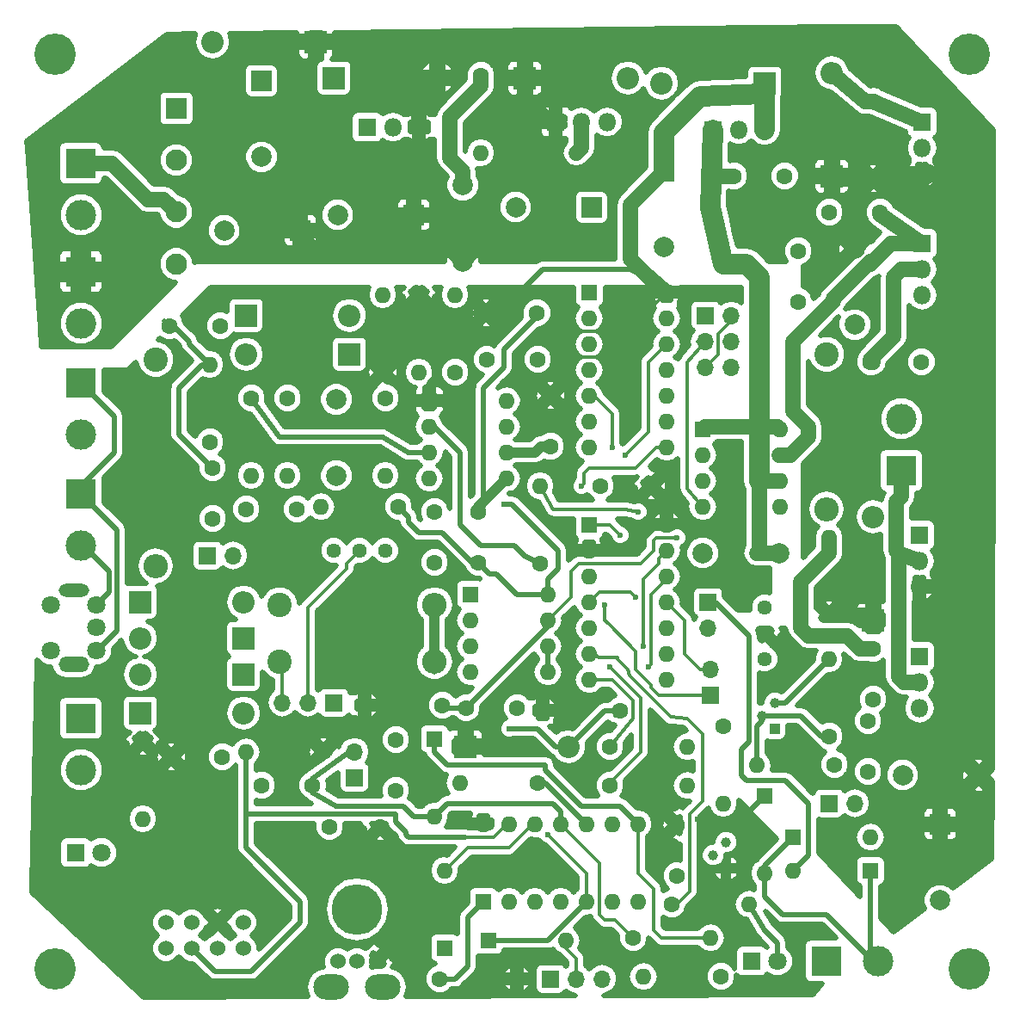
<source format=gbr>
G04 #@! TF.FileFunction,Copper,L2,Bot,Signal*
%FSLAX46Y46*%
G04 Gerber Fmt 4.6, Leading zero omitted, Abs format (unit mm)*
G04 Created by KiCad (PCBNEW 4.0.7) date 04/22/18 09:32:22*
%MOMM*%
%LPD*%
G01*
G04 APERTURE LIST*
%ADD10C,0.100000*%
%ADD11R,1.800000X1.800000*%
%ADD12C,1.800000*%
%ADD13R,1.600000X1.600000*%
%ADD14O,1.600000X1.600000*%
%ADD15C,1.600000*%
%ADD16R,1.700000X1.700000*%
%ADD17O,1.700000X1.700000*%
%ADD18O,3.500000X2.500000*%
%ADD19C,1.524000*%
%ADD20O,5.000000X5.000000*%
%ADD21C,2.000000*%
%ADD22C,1.440000*%
%ADD23R,2.000000X2.000000*%
%ADD24R,3.000000X3.000000*%
%ADD25C,3.000000*%
%ADD26O,1.800000X1.800000*%
%ADD27R,2.100000X2.100000*%
%ADD28C,2.100000*%
%ADD29R,2.200000X2.200000*%
%ADD30O,2.200000X2.200000*%
%ADD31C,2.400000*%
%ADD32O,2.400000X2.400000*%
%ADD33C,1.000000*%
%ADD34R,1.000000X1.000000*%
%ADD35C,4.064000*%
%ADD36O,3.000000X1.300000*%
%ADD37O,3.000000X1.500000*%
%ADD38C,0.600000*%
%ADD39C,0.350000*%
%ADD40C,1.000000*%
%ADD41C,0.500000*%
%ADD42C,1.500000*%
%ADD43C,2.000000*%
G04 APERTURE END LIST*
D10*
D11*
X118618000Y-139192000D03*
D12*
X121158000Y-139192000D03*
D13*
X102616000Y-73406000D03*
D14*
X110236000Y-88646000D03*
X102616000Y-75946000D03*
X110236000Y-86106000D03*
X102616000Y-78486000D03*
X110236000Y-83566000D03*
X102616000Y-81026000D03*
X110236000Y-81026000D03*
X102616000Y-83566000D03*
X110236000Y-78486000D03*
X102616000Y-86106000D03*
X110236000Y-75946000D03*
X102616000Y-88646000D03*
X110236000Y-73406000D03*
D15*
X95504000Y-114300000D03*
X90504000Y-114300000D03*
D13*
X102616000Y-96266000D03*
D14*
X110236000Y-111506000D03*
X102616000Y-98806000D03*
X110236000Y-108966000D03*
X102616000Y-101346000D03*
X110236000Y-106426000D03*
X102616000Y-103886000D03*
X110236000Y-103886000D03*
X102616000Y-106426000D03*
X110236000Y-101346000D03*
X102616000Y-108966000D03*
X110236000Y-98806000D03*
X102616000Y-111506000D03*
X110236000Y-96266000D03*
D13*
X92202000Y-133350000D03*
D14*
X107442000Y-125730000D03*
X94742000Y-133350000D03*
X104902000Y-125730000D03*
X97282000Y-133350000D03*
X102362000Y-125730000D03*
X99822000Y-133350000D03*
X99822000Y-125730000D03*
X102362000Y-133350000D03*
X97282000Y-125730000D03*
X104902000Y-133350000D03*
X94742000Y-125730000D03*
X107442000Y-133350000D03*
X92202000Y-125730000D03*
D16*
X114554000Y-113030000D03*
D17*
X114554000Y-110490000D03*
D15*
X108712000Y-92456000D03*
X103712000Y-92456000D03*
X105664000Y-114554000D03*
D14*
X98044000Y-114554000D03*
D18*
X82296000Y-141732000D03*
D19*
X77856000Y-139192000D03*
X79756000Y-139192000D03*
X81656000Y-139192000D03*
D18*
X77216000Y-141732000D03*
D20*
X79756000Y-134112000D03*
D15*
X76454000Y-118618000D03*
D14*
X68834000Y-118618000D03*
D13*
X86868000Y-84074000D03*
D14*
X94488000Y-91694000D03*
X86868000Y-86614000D03*
X94488000Y-89154000D03*
X86868000Y-89154000D03*
X94488000Y-86614000D03*
X86868000Y-91694000D03*
X94488000Y-84074000D03*
D15*
X115570000Y-140716000D03*
D14*
X107950000Y-140716000D03*
D19*
X68580000Y-135382000D03*
X66040000Y-135382000D03*
X63500000Y-135382000D03*
X60960000Y-135382000D03*
X60960000Y-137922000D03*
X63500000Y-137922000D03*
X66040000Y-137922000D03*
X68580000Y-137922000D03*
D15*
X130556000Y-108458000D03*
X130556000Y-113458000D03*
D21*
X140970000Y-120904000D03*
X133470000Y-120904000D03*
D22*
X119888000Y-109474000D03*
X119888000Y-106934000D03*
X119888000Y-104394000D03*
D13*
X113792000Y-86868000D03*
D14*
X121412000Y-94488000D03*
X113792000Y-89408000D03*
X121412000Y-91948000D03*
X113792000Y-91948000D03*
X121412000Y-89408000D03*
X113792000Y-94488000D03*
X121412000Y-86868000D03*
D23*
X70358000Y-52578000D03*
D21*
X70358000Y-60078000D03*
D23*
X85344000Y-65786000D03*
D21*
X77844000Y-65786000D03*
D23*
X74168000Y-67310000D03*
D21*
X66668000Y-67310000D03*
D23*
X102870000Y-65024000D03*
D21*
X95370000Y-65024000D03*
D23*
X109982000Y-61468000D03*
D21*
X109982000Y-68968000D03*
D11*
X52070000Y-128524000D03*
D12*
X54610000Y-128524000D03*
D24*
X52578000Y-71374000D03*
D25*
X52578000Y-76454000D03*
D24*
X52578000Y-60706000D03*
D25*
X52578000Y-65786000D03*
D15*
X91948000Y-52070000D03*
D14*
X91948000Y-59690000D03*
D15*
X58674000Y-117602000D03*
D14*
X58674000Y-125222000D03*
D11*
X80772000Y-57150000D03*
D26*
X83312000Y-57150000D03*
X85852000Y-57150000D03*
D11*
X99314000Y-56642000D03*
D26*
X101854000Y-56642000D03*
X104394000Y-56642000D03*
D11*
X114808000Y-57404000D03*
D26*
X117348000Y-57404000D03*
X119888000Y-57404000D03*
D27*
X61976000Y-55312000D03*
D28*
X61976000Y-60412000D03*
X61976000Y-70612000D03*
X61976000Y-65512000D03*
D24*
X52578000Y-82296000D03*
D25*
X52578000Y-87376000D03*
D24*
X52578000Y-93218000D03*
D25*
X52578000Y-98298000D03*
D15*
X65278000Y-88138000D03*
D14*
X65278000Y-80518000D03*
D15*
X82296000Y-81280000D03*
D14*
X82296000Y-73660000D03*
D15*
X72898000Y-83820000D03*
D14*
X72898000Y-91440000D03*
D15*
X85852000Y-73660000D03*
D14*
X85852000Y-81280000D03*
D15*
X82550000Y-83820000D03*
D14*
X82550000Y-91440000D03*
D15*
X89408000Y-81280000D03*
D14*
X89408000Y-73660000D03*
D15*
X69342000Y-83820000D03*
D14*
X69342000Y-91440000D03*
D24*
X52578000Y-115316000D03*
D25*
X52578000Y-120396000D03*
D29*
X68580000Y-110998000D03*
D30*
X58420000Y-110998000D03*
D29*
X58420000Y-114808000D03*
D30*
X68580000Y-114808000D03*
D29*
X68580000Y-107442000D03*
D30*
X58420000Y-107442000D03*
D29*
X58420000Y-103886000D03*
D30*
X68580000Y-103886000D03*
D31*
X72136000Y-104140000D03*
D32*
X87376000Y-104140000D03*
D31*
X72136000Y-109728000D03*
D32*
X87376000Y-109728000D03*
D15*
X83820000Y-94488000D03*
D14*
X76200000Y-94488000D03*
D22*
X77470000Y-98806000D03*
X80010000Y-98806000D03*
X82550000Y-98806000D03*
D13*
X90932000Y-103124000D03*
D14*
X98552000Y-110744000D03*
X90932000Y-105664000D03*
X98552000Y-108204000D03*
X90932000Y-108204000D03*
X98552000Y-105664000D03*
X90932000Y-110744000D03*
X98552000Y-103124000D03*
D29*
X68834000Y-75692000D03*
D30*
X78994000Y-75692000D03*
D29*
X78994000Y-79502000D03*
D30*
X68834000Y-79502000D03*
D15*
X87884000Y-140970000D03*
D14*
X95504000Y-140970000D03*
D15*
X116840000Y-61976000D03*
X121840000Y-61976000D03*
X66294000Y-76708000D03*
X61294000Y-76708000D03*
X97536000Y-80010000D03*
X92536000Y-80010000D03*
X61468000Y-119126000D03*
X66468000Y-119126000D03*
X82042000Y-125984000D03*
X77042000Y-125984000D03*
X91694000Y-94996000D03*
X91694000Y-99996000D03*
X87376000Y-94996000D03*
X87376000Y-99996000D03*
X68834000Y-94742000D03*
X73834000Y-94742000D03*
X65532000Y-90678000D03*
X65532000Y-95678000D03*
D21*
X77724000Y-91440000D03*
X77724000Y-83940000D03*
D15*
X92456000Y-75438000D03*
X97456000Y-75438000D03*
D16*
X114046000Y-75692000D03*
D17*
X116586000Y-75692000D03*
X114046000Y-78232000D03*
X116586000Y-78232000D03*
X114046000Y-80772000D03*
X116586000Y-80772000D03*
D15*
X97790000Y-100076000D03*
D14*
X97790000Y-92456000D03*
D15*
X98806000Y-83566000D03*
X98806000Y-88566000D03*
X88138000Y-114046000D03*
D14*
X80518000Y-114046000D03*
D15*
X70358000Y-121920000D03*
X75358000Y-121920000D03*
X111252000Y-130810000D03*
X111252000Y-125810000D03*
D16*
X114300000Y-103886000D03*
D17*
X114300000Y-106426000D03*
D21*
X90170000Y-70358000D03*
X90170000Y-62858000D03*
D15*
X126238000Y-65532000D03*
X131238000Y-65532000D03*
X130556000Y-62230000D03*
D14*
X130556000Y-54610000D03*
D15*
X126238000Y-105156000D03*
D14*
X126238000Y-97536000D03*
D24*
X133350000Y-90932000D03*
D25*
X133350000Y-85852000D03*
D31*
X125984000Y-79502000D03*
D32*
X125984000Y-94742000D03*
D15*
X130048000Y-115570000D03*
X130048000Y-120570000D03*
D33*
X119634000Y-115062000D03*
X120904000Y-113792000D03*
D34*
X120904000Y-116332000D03*
D15*
X123190000Y-69342000D03*
X123190000Y-74342000D03*
X126238000Y-117094000D03*
D14*
X126238000Y-109474000D03*
D15*
X126746000Y-119888000D03*
D14*
X119126000Y-119888000D03*
D35*
X50000000Y-50000000D03*
X140000000Y-50000000D03*
X140000000Y-140000000D03*
X50000000Y-140000000D03*
D11*
X135382000Y-56642000D03*
D26*
X135382000Y-59182000D03*
X135382000Y-61722000D03*
D11*
X135382000Y-68580000D03*
D26*
X135382000Y-71120000D03*
X135382000Y-73660000D03*
D11*
X135128000Y-97282000D03*
D26*
X135128000Y-99822000D03*
X135128000Y-102362000D03*
D11*
X135128000Y-109220000D03*
D26*
X135128000Y-111760000D03*
X135128000Y-114300000D03*
D21*
X128778000Y-69088000D03*
X128778000Y-76588000D03*
D15*
X130302000Y-80264000D03*
X135302000Y-80264000D03*
D21*
X113792000Y-99060000D03*
X121292000Y-99060000D03*
D12*
X54102000Y-104140000D03*
X54102000Y-106388000D03*
X54102000Y-108636000D03*
X49606000Y-104140000D03*
X49606000Y-108636000D03*
D36*
X51854000Y-102770000D03*
D37*
X51854000Y-110010000D03*
D15*
X110744000Y-133604000D03*
D14*
X118364000Y-133604000D03*
D16*
X77470000Y-113792000D03*
D17*
X74930000Y-113792000D03*
X72390000Y-113792000D03*
D16*
X98806000Y-140970000D03*
D17*
X101346000Y-140970000D03*
X103886000Y-140970000D03*
D29*
X77470000Y-52324000D03*
D30*
X87630000Y-52324000D03*
D29*
X96266000Y-52324000D03*
D30*
X106426000Y-52324000D03*
D29*
X126492000Y-61976000D03*
D30*
X126492000Y-51816000D03*
D29*
X130556000Y-105664000D03*
D30*
X130556000Y-95504000D03*
D31*
X59944000Y-80010000D03*
D32*
X59944000Y-100330000D03*
D15*
X83566000Y-122428000D03*
X83566000Y-117428000D03*
X97536000Y-121666000D03*
D14*
X89916000Y-121666000D03*
D16*
X126238000Y-123698000D03*
D17*
X128778000Y-123698000D03*
D16*
X65024000Y-99314000D03*
D17*
X67564000Y-99314000D03*
D15*
X104648000Y-118110000D03*
D14*
X112268000Y-118110000D03*
D16*
X79502000Y-121158000D03*
D17*
X79502000Y-118618000D03*
D15*
X106934000Y-136906000D03*
D14*
X114554000Y-136906000D03*
D23*
X137160000Y-125730000D03*
D21*
X137160000Y-133230000D03*
D13*
X88392000Y-137922000D03*
D14*
X88392000Y-130302000D03*
D13*
X92710000Y-137160000D03*
D14*
X100330000Y-137160000D03*
D13*
X87376000Y-117348000D03*
D14*
X87376000Y-124968000D03*
D29*
X90424000Y-118110000D03*
D30*
X100584000Y-118110000D03*
D13*
X130302000Y-130302000D03*
D14*
X122682000Y-130302000D03*
D24*
X125984000Y-139192000D03*
D25*
X131064000Y-139192000D03*
D13*
X122682000Y-127000000D03*
D14*
X130302000Y-127000000D03*
D13*
X119888000Y-122936000D03*
D14*
X119888000Y-130556000D03*
D33*
X114808000Y-128778000D03*
X116078000Y-127508000D03*
D34*
X116078000Y-130048000D03*
D15*
X104648000Y-121920000D03*
D14*
X112268000Y-121920000D03*
D15*
X115824000Y-116078000D03*
D14*
X115824000Y-123698000D03*
D29*
X75692000Y-48768000D03*
D30*
X65532000Y-48768000D03*
D29*
X119888000Y-52832000D03*
D30*
X109728000Y-52832000D03*
D38*
X113284000Y-125222000D03*
X107442000Y-94996000D03*
X94234000Y-94234000D03*
X107950000Y-108204000D03*
X107188000Y-103378000D03*
X111252000Y-97536000D03*
X98552000Y-126746000D03*
X106172000Y-89408000D03*
X104902000Y-88646000D03*
X108458000Y-110236000D03*
X104140000Y-104140000D03*
X94742000Y-116332000D03*
X104648000Y-110236000D03*
X105664000Y-97282000D03*
X101854000Y-92456000D03*
D39*
X102616000Y-111506000D02*
X104902000Y-111506000D01*
X104902000Y-111506000D02*
X106934000Y-113538000D01*
X106934000Y-113538000D02*
X106934000Y-113538000D01*
X106934000Y-113538000D02*
X106934000Y-113792000D01*
X106934000Y-113792000D02*
X106934000Y-115316000D01*
X106934000Y-115316000D02*
X104648000Y-118110000D01*
D40*
X98806000Y-88566000D02*
X97870000Y-88566000D01*
X97282000Y-89154000D02*
X94488000Y-89154000D01*
X97870000Y-88566000D02*
X97282000Y-89154000D01*
D41*
X97456000Y-75438000D02*
X97456000Y-75772000D01*
X97456000Y-75772000D02*
X94234000Y-78994000D01*
X92202000Y-82804000D02*
X92202000Y-94488000D01*
X94234000Y-80772000D02*
X92202000Y-82804000D01*
X94234000Y-78994000D02*
X94234000Y-80772000D01*
X92202000Y-94488000D02*
X91694000Y-94996000D01*
X120904000Y-113792000D02*
X121920000Y-113792000D01*
X121920000Y-113792000D02*
X126238000Y-109474000D01*
D40*
X87376000Y-109728000D02*
X87376000Y-104140000D01*
X91694000Y-94996000D02*
X91694000Y-94488000D01*
X91694000Y-94488000D02*
X94488000Y-91694000D01*
D41*
X87376000Y-110744000D02*
X87376000Y-109728000D01*
X86868000Y-91694000D02*
X86868000Y-91948000D01*
X86614000Y-91440000D02*
X86868000Y-91694000D01*
D42*
X101346000Y-59690000D02*
X101854000Y-59182000D01*
X101854000Y-59182000D02*
X101854000Y-56642000D01*
D39*
X87376000Y-109728000D02*
X87376000Y-110236000D01*
D41*
X82550000Y-98806000D02*
X82550000Y-99060000D01*
D40*
X52578000Y-76454000D02*
X53594000Y-76454000D01*
D41*
X68580000Y-114808000D02*
X69342000Y-114808000D01*
D40*
X95250000Y-64904000D02*
X95370000Y-65024000D01*
X101854000Y-59182000D02*
X101854000Y-56642000D01*
X101346000Y-59690000D02*
X101854000Y-59182000D01*
D41*
X124968000Y-139192000D02*
X125984000Y-139192000D01*
D42*
X126238000Y-105156000D02*
X130048000Y-105156000D01*
X130048000Y-105156000D02*
X130556000Y-105664000D01*
D40*
X99060000Y-56642000D02*
X96012000Y-53594000D01*
X96012000Y-53594000D02*
X96012000Y-52578000D01*
D42*
X131318000Y-62230000D02*
X130556000Y-62230000D01*
X132080000Y-62992000D02*
X131318000Y-62230000D01*
X135382000Y-61722000D02*
X132080000Y-62992000D01*
X87630000Y-52324000D02*
X87630000Y-51562000D01*
X85852000Y-57150000D02*
X85852000Y-54610000D01*
X85852000Y-54610000D02*
X87630000Y-52832000D01*
X87630000Y-52832000D02*
X87630000Y-52324000D01*
X85344000Y-65786000D02*
X88646000Y-65786000D01*
X90170000Y-67310000D02*
X90170000Y-70358000D01*
X88646000Y-65786000D02*
X90170000Y-67310000D01*
X74168000Y-67310000D02*
X74168000Y-67818000D01*
X74168000Y-67818000D02*
X76200000Y-69850000D01*
X81280000Y-69850000D02*
X85344000Y-65786000D01*
X76200000Y-69850000D02*
X81280000Y-69850000D01*
X52578000Y-71374000D02*
X56642000Y-71374000D01*
X71628000Y-64770000D02*
X74168000Y-67310000D01*
X65786000Y-64770000D02*
X71628000Y-64770000D01*
X62738000Y-67818000D02*
X65786000Y-64770000D01*
X60198000Y-67818000D02*
X62738000Y-67818000D01*
X56642000Y-71374000D02*
X60198000Y-67818000D01*
X130302000Y-105410000D02*
X130556000Y-105664000D01*
D43*
X96266000Y-52324000D02*
X96266000Y-51816000D01*
X135890000Y-61722000D02*
X135382000Y-61722000D01*
D42*
X128778000Y-69088000D02*
X128778000Y-64008000D01*
X128778000Y-64008000D02*
X130556000Y-62230000D01*
X130556000Y-62230000D02*
X126746000Y-62230000D01*
X126746000Y-62230000D02*
X126492000Y-61976000D01*
X130556000Y-62230000D02*
X131318000Y-62230000D01*
D41*
X126238000Y-105156000D02*
X126238000Y-104648000D01*
D40*
X99314000Y-56642000D02*
X99060000Y-56642000D01*
X96012000Y-52578000D02*
X96266000Y-52324000D01*
D42*
X90170000Y-62858000D02*
X90170000Y-61468000D01*
X91948000Y-53086000D02*
X91948000Y-52070000D01*
X88900000Y-56134000D02*
X91948000Y-53086000D01*
X88900000Y-60198000D02*
X88900000Y-56134000D01*
X90170000Y-61468000D02*
X88900000Y-60198000D01*
D43*
X119888000Y-57404000D02*
X119888000Y-52832000D01*
X109982000Y-57912000D02*
X109982000Y-57658000D01*
X109982000Y-57658000D02*
X113538000Y-54102000D01*
D39*
X106426000Y-77470000D02*
X106426000Y-76962000D01*
X104140000Y-79756000D02*
X106426000Y-77470000D01*
X100584000Y-79756000D02*
X104140000Y-79756000D01*
X100584000Y-79756000D02*
X100584000Y-78232000D01*
X106426000Y-77216000D02*
X110236000Y-73406000D01*
X101600000Y-77216000D02*
X106426000Y-77216000D01*
X100584000Y-78232000D02*
X101600000Y-77216000D01*
X100584000Y-81026000D02*
X100584000Y-79756000D01*
X98806000Y-82804000D02*
X100584000Y-81026000D01*
X98806000Y-83566000D02*
X98806000Y-82804000D01*
D41*
X117602000Y-125222000D02*
X119888000Y-122936000D01*
X113284000Y-125222000D02*
X117602000Y-125222000D01*
X86868000Y-84074000D02*
X86868000Y-82296000D01*
X87884000Y-81280000D02*
X87884000Y-75692000D01*
X86868000Y-82296000D02*
X87884000Y-81280000D01*
X97790000Y-114808000D02*
X98044000Y-114554000D01*
D39*
X110236000Y-96266000D02*
X109474000Y-96266000D01*
X109474000Y-96266000D02*
X106934000Y-98806000D01*
X106934000Y-98806000D02*
X102616000Y-98806000D01*
D41*
X82296000Y-139192000D02*
X81656000Y-139192000D01*
D39*
X108712000Y-92456000D02*
X108712000Y-92964000D01*
D41*
X85852000Y-73660000D02*
X85852000Y-74422000D01*
X85852000Y-74422000D02*
X82296000Y-77978000D01*
X82296000Y-77978000D02*
X82296000Y-81280000D01*
X92456000Y-75438000D02*
X86614000Y-75438000D01*
X85852000Y-74676000D02*
X85852000Y-73660000D01*
X86614000Y-75438000D02*
X85852000Y-74676000D01*
X92456000Y-75692000D02*
X92456000Y-75438000D01*
X92456000Y-75438000D02*
X93726000Y-75438000D01*
X93726000Y-75438000D02*
X98044000Y-71120000D01*
X98044000Y-71120000D02*
X106680000Y-71120000D01*
X106680000Y-71120000D02*
X110236000Y-72898000D01*
X110236000Y-72898000D02*
X110236000Y-73406000D01*
D43*
X119888000Y-57404000D02*
X119888000Y-54356000D01*
X119888000Y-54356000D02*
X119634000Y-53848000D01*
X119634000Y-53848000D02*
X113538000Y-54102000D01*
X109982000Y-57912000D02*
X109982000Y-61468000D01*
D42*
X109982000Y-61468000D02*
X106680000Y-64770000D01*
X108204000Y-71628000D02*
X110236000Y-73406000D01*
X106680000Y-70104000D02*
X108204000Y-71628000D01*
X106680000Y-64770000D02*
X106680000Y-70104000D01*
D39*
X110236000Y-73406000D02*
X109474000Y-73406000D01*
D41*
X110236000Y-73406000D02*
X110236000Y-72898000D01*
D39*
X102616000Y-98806000D02*
X103124000Y-98806000D01*
D42*
X52578000Y-60706000D02*
X55626000Y-60706000D01*
X60726000Y-64262000D02*
X61976000Y-65512000D01*
X59182000Y-64262000D02*
X60726000Y-64262000D01*
X55626000Y-60706000D02*
X59182000Y-64262000D01*
D41*
X52578000Y-93218000D02*
X52578000Y-92456000D01*
X52578000Y-92456000D02*
X55880000Y-89154000D01*
X55880000Y-85598000D02*
X52578000Y-82296000D01*
X55880000Y-89154000D02*
X55880000Y-85598000D01*
X54102000Y-108636000D02*
X54178000Y-108636000D01*
X54178000Y-108636000D02*
X56134000Y-106680000D01*
X56134000Y-106680000D02*
X56134000Y-96774000D01*
X56134000Y-96774000D02*
X52578000Y-93218000D01*
X65278000Y-80518000D02*
X64516000Y-80518000D01*
X64516000Y-80518000D02*
X62230000Y-82804000D01*
X62230000Y-87376000D02*
X65532000Y-90678000D01*
X62230000Y-82804000D02*
X62230000Y-87376000D01*
X61294000Y-76708000D02*
X61722000Y-76708000D01*
X61722000Y-76708000D02*
X63246000Y-78232000D01*
X63246000Y-78486000D02*
X65278000Y-80518000D01*
X63246000Y-78232000D02*
X63246000Y-78486000D01*
X60786000Y-76200000D02*
X61294000Y-76708000D01*
D39*
X99060000Y-94742000D02*
X97790000Y-92456000D01*
X106172000Y-94742000D02*
X99060000Y-94742000D01*
X107442000Y-94996000D02*
X106172000Y-94742000D01*
X110236000Y-103886000D02*
X112014000Y-105664000D01*
X113538000Y-110490000D02*
X114554000Y-110490000D01*
X112014000Y-108966000D02*
X113538000Y-110490000D01*
X112014000Y-105664000D02*
X112014000Y-108966000D01*
X114554000Y-110490000D02*
X113792000Y-110490000D01*
X98298000Y-92456000D02*
X97790000Y-92456000D01*
D41*
X94488000Y-86614000D02*
X94234000Y-86614000D01*
X97536000Y-80010000D02*
X97536000Y-80264000D01*
X97663000Y-80137000D02*
X97536000Y-80010000D01*
X92202000Y-80010000D02*
X92536000Y-80010000D01*
X86868000Y-89154000D02*
X84836000Y-89154000D01*
X72136000Y-87630000D02*
X69342000Y-83820000D01*
X82296000Y-87630000D02*
X72136000Y-87630000D01*
X84836000Y-89154000D02*
X82296000Y-87630000D01*
X86868000Y-86614000D02*
X87376000Y-86614000D01*
X87376000Y-86614000D02*
X89916000Y-89154000D01*
X96266000Y-99314000D02*
X97790000Y-100076000D01*
X95250000Y-98298000D02*
X96266000Y-99314000D01*
X91948000Y-98298000D02*
X95250000Y-98298000D01*
X89916000Y-96266000D02*
X91948000Y-98298000D01*
X89916000Y-89154000D02*
X89916000Y-96266000D01*
X86868000Y-86614000D02*
X87122000Y-86614000D01*
X94488000Y-84074000D02*
X94488000Y-83566000D01*
X90424000Y-127000000D02*
X84836000Y-127000000D01*
X83566000Y-125476000D02*
X83566000Y-124714000D01*
X84582000Y-126492000D02*
X83566000Y-125476000D01*
X84582000Y-126746000D02*
X84582000Y-126492000D01*
X84836000Y-127000000D02*
X84582000Y-126746000D01*
X83566000Y-124714000D02*
X68834000Y-124714000D01*
X68834000Y-124714000D02*
X68834000Y-124968000D01*
X68834000Y-118618000D02*
X68834000Y-124968000D01*
X68834000Y-124968000D02*
X68834000Y-128016000D01*
X65786000Y-140208000D02*
X63500000Y-137922000D01*
X69342000Y-140208000D02*
X65786000Y-140208000D01*
X74168000Y-135382000D02*
X69342000Y-140208000D01*
X74168000Y-133350000D02*
X74168000Y-135382000D01*
X68834000Y-128016000D02*
X74168000Y-133350000D01*
D39*
X94742000Y-125730000D02*
X94488000Y-125730000D01*
X94488000Y-125730000D02*
X93218000Y-127000000D01*
X93218000Y-127000000D02*
X90424000Y-127000000D01*
D41*
X94742000Y-125730000D02*
X94742000Y-126238000D01*
X87884000Y-140970000D02*
X89408000Y-140970000D01*
X90678000Y-134874000D02*
X92202000Y-133350000D01*
X90678000Y-139700000D02*
X90678000Y-134874000D01*
X89408000Y-140970000D02*
X90678000Y-139700000D01*
X92202000Y-133350000D02*
X92202000Y-133858000D01*
X92202000Y-133350000D02*
X92202000Y-133604000D01*
X87884000Y-140716000D02*
X87884000Y-140970000D01*
D39*
X74930000Y-113792000D02*
X74930000Y-104394000D01*
X78740000Y-100076000D02*
X80010000Y-98806000D01*
X78740000Y-100584000D02*
X78740000Y-100076000D01*
X74930000Y-104394000D02*
X78740000Y-100584000D01*
X72390000Y-113792000D02*
X72390000Y-109982000D01*
X72390000Y-109982000D02*
X72136000Y-109728000D01*
D41*
X98552000Y-110744000D02*
X98552000Y-108204000D01*
D39*
X114046000Y-80772000D02*
X115316000Y-79502000D01*
X115316000Y-77470000D02*
X116586000Y-76200000D01*
X115316000Y-79502000D02*
X115316000Y-77470000D01*
X116586000Y-76200000D02*
X116586000Y-75692000D01*
X114046000Y-80772000D02*
X114046000Y-80518000D01*
X116586000Y-75692000D02*
X116586000Y-75946000D01*
X114046000Y-78232000D02*
X112268000Y-80264000D01*
X112268000Y-92710000D02*
X113792000Y-94488000D01*
X112268000Y-80264000D02*
X112268000Y-92710000D01*
X114046000Y-78232000D02*
X113284000Y-78232000D01*
D41*
X99822000Y-125730000D02*
X99822000Y-124460000D01*
X88646000Y-123698000D02*
X87376000Y-124968000D01*
X99060000Y-123698000D02*
X88646000Y-123698000D01*
X99822000Y-124460000D02*
X99060000Y-123698000D01*
X75358000Y-121920000D02*
X75358000Y-122602000D01*
X75358000Y-122602000D02*
X77724000Y-123952000D01*
X77724000Y-123952000D02*
X84328000Y-123952000D01*
X84328000Y-123952000D02*
X85344000Y-124968000D01*
X85344000Y-124968000D02*
X87376000Y-124968000D01*
X75358000Y-121920000D02*
X75358000Y-121238000D01*
X75358000Y-121238000D02*
X78994000Y-118618000D01*
X78994000Y-118618000D02*
X79502000Y-118618000D01*
D39*
X99822000Y-125222000D02*
X99822000Y-125730000D01*
X106934000Y-136906000D02*
X105156000Y-135128000D01*
X103632000Y-129540000D02*
X99822000Y-125730000D01*
X103632000Y-134620000D02*
X103632000Y-129540000D01*
X104140000Y-135128000D02*
X103632000Y-134620000D01*
X105156000Y-135128000D02*
X104140000Y-135128000D01*
X97282000Y-125730000D02*
X97028000Y-125730000D01*
X97028000Y-125730000D02*
X94742000Y-128016000D01*
X90678000Y-128016000D02*
X88392000Y-130302000D01*
X94742000Y-128016000D02*
X90678000Y-128016000D01*
X97282000Y-125730000D02*
X97282000Y-126238000D01*
X100330000Y-137160000D02*
X100330000Y-137922000D01*
X100330000Y-137922000D02*
X101346000Y-138938000D01*
X101346000Y-138938000D02*
X101346000Y-140970000D01*
D41*
X98298000Y-120396000D02*
X98298000Y-119888000D01*
X101854000Y-123952000D02*
X98298000Y-120396000D01*
X105664000Y-123952000D02*
X101854000Y-123952000D01*
X87376000Y-117348000D02*
X87376000Y-118618000D01*
X87376000Y-118618000D02*
X88646000Y-119888000D01*
X88646000Y-119888000D02*
X98298000Y-119888000D01*
X105664000Y-123952000D02*
X107442000Y-125730000D01*
D39*
X108966000Y-132080000D02*
X108966000Y-136144000D01*
X109728000Y-136906000D02*
X114554000Y-136906000D01*
X108966000Y-136144000D02*
X109728000Y-136906000D01*
X107442000Y-125730000D02*
X107442000Y-130556000D01*
X107442000Y-130556000D02*
X108966000Y-132080000D01*
D41*
X107442000Y-125730000D02*
X107442000Y-125984000D01*
D42*
X135382000Y-56642000D02*
X130556000Y-54610000D01*
X130556000Y-54610000D02*
X129794000Y-54610000D01*
X129794000Y-54610000D02*
X126492000Y-51816000D01*
X126619000Y-74295000D02*
X126619000Y-74041000D01*
X130302000Y-70358000D02*
X130302000Y-70612000D01*
X126619000Y-74041000D02*
X130302000Y-70358000D01*
X132334000Y-68580000D02*
X135382000Y-68580000D01*
X130302000Y-70612000D02*
X132334000Y-68580000D01*
X121412000Y-89408000D02*
X122428000Y-89408000D01*
X122428000Y-89408000D02*
X124206000Y-87630000D01*
X131238000Y-65532000D02*
X131238000Y-65706000D01*
X131238000Y-65706000D02*
X135382000Y-68580000D01*
X126619000Y-74295000D02*
X122682000Y-78232000D01*
X122682000Y-78232000D02*
X122682000Y-85090000D01*
X122682000Y-85090000D02*
X124206000Y-86614000D01*
X124206000Y-86614000D02*
X124206000Y-87630000D01*
X121330002Y-89408000D02*
X121412000Y-89408000D01*
X126238000Y-97536000D02*
X126238000Y-99060000D01*
X129286000Y-108458000D02*
X130556000Y-108458000D01*
X128016000Y-107188000D02*
X129286000Y-108458000D01*
X124206000Y-107188000D02*
X128016000Y-107188000D01*
X123444000Y-106426000D02*
X124206000Y-107188000D01*
X123444000Y-101854000D02*
X123444000Y-106426000D01*
X126238000Y-99060000D02*
X123444000Y-101854000D01*
X130302000Y-80264000D02*
X130302000Y-80010000D01*
X130302000Y-80010000D02*
X132588000Y-77724000D01*
X133350000Y-71120000D02*
X135382000Y-71120000D01*
X132588000Y-71882000D02*
X133350000Y-71120000D01*
X132588000Y-77724000D02*
X132588000Y-71882000D01*
X130302000Y-80264000D02*
X130556000Y-80264000D01*
X135128000Y-111760000D02*
X133604000Y-111760000D01*
X133096000Y-111252000D02*
X133096000Y-99060000D01*
X133604000Y-111760000D02*
X133096000Y-111252000D01*
X133350000Y-90932000D02*
X133350000Y-93472000D01*
X133096000Y-99060000D02*
X135128000Y-99822000D01*
X132842000Y-98806000D02*
X133096000Y-99060000D01*
X132842000Y-93980000D02*
X132842000Y-98806000D01*
X133350000Y-93472000D02*
X132842000Y-93980000D01*
D41*
X119126000Y-119888000D02*
X119126000Y-116078000D01*
X119634000Y-115570000D02*
X119634000Y-115062000D01*
X119126000Y-116078000D02*
X119634000Y-115570000D01*
X119634000Y-115062000D02*
X123444000Y-115062000D01*
X123444000Y-115062000D02*
X125476000Y-117094000D01*
X125476000Y-117094000D02*
X126238000Y-117094000D01*
X98552000Y-103124000D02*
X98552000Y-101600000D01*
X98552000Y-101600000D02*
X99568000Y-100584000D01*
X99568000Y-100584000D02*
X99568000Y-98806000D01*
X99568000Y-98806000D02*
X94996000Y-94234000D01*
X94996000Y-94234000D02*
X94234000Y-94234000D01*
D42*
X121292000Y-99060000D02*
X119126000Y-99060000D01*
X119380000Y-98806000D02*
X119380000Y-91948000D01*
X119126000Y-99060000D02*
X119380000Y-98806000D01*
X119380000Y-86614000D02*
X114046000Y-86614000D01*
X114046000Y-86614000D02*
X113792000Y-86868000D01*
X119380000Y-86614000D02*
X121158000Y-86614000D01*
X121158000Y-86614000D02*
X121412000Y-86868000D01*
X121412000Y-91948000D02*
X119380000Y-91948000D01*
D40*
X121412000Y-86868000D02*
X121666000Y-86868000D01*
D41*
X91694000Y-99996000D02*
X91106000Y-99996000D01*
X91106000Y-99996000D02*
X88138000Y-97028000D01*
X84836000Y-95504000D02*
X83820000Y-94488000D01*
X84836000Y-96012000D02*
X84836000Y-95504000D01*
X85852000Y-97028000D02*
X84836000Y-96012000D01*
X88138000Y-97028000D02*
X85852000Y-97028000D01*
X98552000Y-103124000D02*
X95504000Y-103124000D01*
X92790000Y-101092000D02*
X91694000Y-99996000D01*
X93472000Y-101092000D02*
X92790000Y-101092000D01*
X95504000Y-103124000D02*
X93472000Y-101092000D01*
D43*
X114808000Y-57404000D02*
X114554000Y-65024000D01*
X119380000Y-71882000D02*
X119380000Y-86614000D01*
X119380000Y-86614000D02*
X119380000Y-91948000D01*
X118110000Y-70612000D02*
X119380000Y-71882000D01*
X115824000Y-70612000D02*
X118110000Y-70612000D01*
X114554000Y-65024000D02*
X115824000Y-70612000D01*
D42*
X116840000Y-61976000D02*
X115062000Y-61976000D01*
X114808000Y-59436000D02*
X114808000Y-57404000D01*
X115062000Y-61976000D02*
X114808000Y-59436000D01*
D41*
X118364000Y-133604000D02*
X119888000Y-136144000D01*
X121158000Y-137414000D02*
X121158000Y-139192000D01*
X119888000Y-136144000D02*
X121158000Y-137414000D01*
D39*
X120904000Y-138938000D02*
X121158000Y-139192000D01*
X105410000Y-109347000D02*
X105410000Y-109474000D01*
X105410000Y-109474000D02*
X106426000Y-110490000D01*
X103505000Y-109347000D02*
X105410000Y-109347000D01*
X106553000Y-111125000D02*
X110617000Y-115189000D01*
X106426000Y-110490000D02*
X106553000Y-111125000D01*
X113792000Y-122428000D02*
X113792000Y-123444000D01*
X111252000Y-133604000D02*
X112522000Y-132334000D01*
X112268000Y-115316000D02*
X110617000Y-115189000D01*
X113792000Y-116840000D02*
X112268000Y-115316000D01*
X113792000Y-122428000D02*
X113792000Y-116840000D01*
X113792000Y-123444000D02*
X112522000Y-124714000D01*
X112522000Y-124714000D02*
X112522000Y-132334000D01*
X110744000Y-133604000D02*
X111252000Y-133604000D01*
X103505000Y-109347000D02*
X103124000Y-108966000D01*
X103124000Y-108966000D02*
X102616000Y-108966000D01*
D41*
X97536000Y-121666000D02*
X98298000Y-121666000D01*
X98298000Y-121666000D02*
X102362000Y-125730000D01*
D39*
X109474000Y-99568000D02*
X110236000Y-98806000D01*
X109474000Y-100076000D02*
X109474000Y-99568000D01*
X107950000Y-101600000D02*
X109474000Y-100076000D01*
X107950000Y-108204000D02*
X107950000Y-101600000D01*
X110236000Y-98806000D02*
X110490000Y-98806000D01*
D41*
X54102000Y-104140000D02*
X55372000Y-102870000D01*
X55372000Y-100838000D02*
X52832000Y-98298000D01*
X55372000Y-102870000D02*
X55372000Y-100838000D01*
X52832000Y-98298000D02*
X52578000Y-98298000D01*
D39*
X103632000Y-102870000D02*
X102616000Y-103886000D01*
X106680000Y-102870000D02*
X103632000Y-102870000D01*
X107188000Y-103378000D02*
X106680000Y-102870000D01*
D41*
X116840000Y-105664000D02*
X118364000Y-107188000D01*
X117602000Y-118364000D02*
X117602000Y-120904000D01*
X118364000Y-117602000D02*
X117602000Y-118364000D01*
X118364000Y-107188000D02*
X118364000Y-117602000D01*
X124206000Y-128778000D02*
X122682000Y-130302000D01*
X124206000Y-123698000D02*
X124206000Y-128778000D01*
X121920000Y-121412000D02*
X124206000Y-123698000D01*
X118110000Y-121412000D02*
X121920000Y-121412000D01*
X117602000Y-120904000D02*
X118110000Y-121412000D01*
D39*
X98552000Y-105664000D02*
X100838000Y-103378000D01*
X109220000Y-97536000D02*
X111252000Y-97536000D01*
X108966000Y-97790000D02*
X109220000Y-97536000D01*
X108966000Y-98806000D02*
X108966000Y-97790000D01*
X107696000Y-100076000D02*
X108966000Y-98806000D01*
X101600000Y-100076000D02*
X107696000Y-100076000D01*
X100838000Y-100838000D02*
X101600000Y-100076000D01*
X100838000Y-103378000D02*
X100838000Y-100838000D01*
D41*
X110236000Y-83566000D02*
X110490000Y-83566000D01*
D39*
X110236000Y-86106000D02*
X110236000Y-86614000D01*
D41*
X116840000Y-105664000D02*
X115062000Y-103886000D01*
X115062000Y-103886000D02*
X114300000Y-103886000D01*
X98552000Y-106252000D02*
X90504000Y-114300000D01*
X90504000Y-114300000D02*
X88392000Y-114300000D01*
X98552000Y-105664000D02*
X98552000Y-106252000D01*
X88392000Y-114300000D02*
X88138000Y-114046000D01*
D39*
X102362000Y-133350000D02*
X102362000Y-130556000D01*
X102362000Y-130556000D02*
X98552000Y-126746000D01*
D41*
X92710000Y-137160000D02*
X98552000Y-137160000D01*
X98552000Y-137160000D02*
X102362000Y-133350000D01*
X102362000Y-133350000D02*
X101854000Y-133350000D01*
X102108000Y-133604000D02*
X102362000Y-133350000D01*
D39*
X108458000Y-80264000D02*
X110236000Y-78486000D01*
X108458000Y-87122000D02*
X108458000Y-80264000D01*
X106172000Y-89408000D02*
X108458000Y-87122000D01*
X110236000Y-108966000D02*
X109728000Y-108966000D01*
X110236000Y-109220000D02*
X109728000Y-108712000D01*
X104902000Y-85344000D02*
X103124000Y-83566000D01*
X104902000Y-88646000D02*
X104902000Y-85344000D01*
X103124000Y-83566000D02*
X102616000Y-83566000D01*
X110236000Y-101346000D02*
X110236000Y-101600000D01*
X110236000Y-101600000D02*
X108712000Y-103124000D01*
X108712000Y-109982000D02*
X108458000Y-110236000D01*
X108712000Y-103124000D02*
X108712000Y-109982000D01*
X104521000Y-106045000D02*
X104140000Y-105664000D01*
X104140000Y-105664000D02*
X104140000Y-104140000D01*
X114554000Y-113030000D02*
X109474000Y-113030000D01*
X108712000Y-112014000D02*
X107188000Y-110490000D01*
X107188000Y-108712000D02*
X104521000Y-106045000D01*
X108712000Y-112268000D02*
X108712000Y-112014000D01*
X109474000Y-113030000D02*
X108712000Y-112268000D01*
X107188000Y-110490000D02*
X107188000Y-108712000D01*
X102870000Y-101600000D02*
X102616000Y-101346000D01*
X102616000Y-101346000D02*
X102362000Y-101346000D01*
D41*
X130302000Y-130302000D02*
X130302000Y-138430000D01*
X130302000Y-138430000D02*
X131064000Y-139192000D01*
X119888000Y-130556000D02*
X119888000Y-129794000D01*
X119888000Y-129794000D02*
X122682000Y-127000000D01*
X119888000Y-132842000D02*
X119888000Y-130556000D01*
X131064000Y-139192000D02*
X130556000Y-139192000D01*
X130556000Y-139192000D02*
X125984000Y-134620000D01*
X121666000Y-134620000D02*
X119888000Y-132842000D01*
X125984000Y-134620000D02*
X121666000Y-134620000D01*
X105664000Y-114554000D02*
X104140000Y-114554000D01*
X104140000Y-114554000D02*
X100584000Y-118110000D01*
X100584000Y-118110000D02*
X99314000Y-118110000D01*
X97536000Y-116332000D02*
X94742000Y-116332000D01*
X99314000Y-118110000D02*
X97536000Y-116332000D01*
D39*
X105156000Y-115062000D02*
X105664000Y-114554000D01*
X105410000Y-114808000D02*
X105664000Y-114554000D01*
X104648000Y-121920000D02*
X104648000Y-121666000D01*
X104648000Y-121666000D02*
X107696000Y-118618000D01*
X107696000Y-118618000D02*
X107696000Y-113284000D01*
X107696000Y-113284000D02*
X104648000Y-110236000D01*
X105664000Y-97282000D02*
X104648000Y-96266000D01*
X104648000Y-96266000D02*
X102616000Y-96266000D01*
X107696000Y-90170000D02*
X109220000Y-88646000D01*
X109220000Y-88646000D02*
X110236000Y-88646000D01*
X101854000Y-92456000D02*
X102108000Y-92202000D01*
X102108000Y-92202000D02*
X102108000Y-91186000D01*
X102108000Y-91186000D02*
X102616000Y-90678000D01*
X102616000Y-90678000D02*
X107188000Y-90678000D01*
X107188000Y-90678000D02*
X107696000Y-90170000D01*
X103124000Y-96266000D02*
X102616000Y-96266000D01*
X102616000Y-96266000D02*
X102616000Y-96520000D01*
D41*
G36*
X80863987Y-73036475D02*
X80746000Y-73629634D01*
X80746000Y-73690366D01*
X80863987Y-74283525D01*
X81199984Y-74786382D01*
X81702841Y-75122379D01*
X82296000Y-75240366D01*
X82889159Y-75122379D01*
X83235735Y-74890805D01*
X85186881Y-74890805D01*
X85271983Y-75138846D01*
X85882064Y-75248239D01*
X86432017Y-75138846D01*
X86517119Y-74890805D01*
X85852000Y-74225685D01*
X85186881Y-74890805D01*
X83235735Y-74890805D01*
X83392016Y-74786382D01*
X83728013Y-74283525D01*
X83846000Y-73690366D01*
X83846000Y-73629634D01*
X83728013Y-73036475D01*
X83632815Y-72894000D01*
X84378416Y-72894000D01*
X83848323Y-73424093D01*
X84300874Y-73876643D01*
X84373154Y-74240017D01*
X84621195Y-74325119D01*
X85286315Y-73660000D01*
X85003472Y-73377157D01*
X85486629Y-72894000D01*
X85651685Y-72894000D01*
X85852000Y-73094315D01*
X86052315Y-72894000D01*
X86217371Y-72894000D01*
X86700528Y-73377157D01*
X86417685Y-73660000D01*
X87082805Y-74325119D01*
X87330846Y-74240017D01*
X87394446Y-73885323D01*
X87855677Y-73424093D01*
X87325584Y-72894000D01*
X88071185Y-72894000D01*
X87975987Y-73036475D01*
X87858000Y-73629634D01*
X87858000Y-73690366D01*
X87975987Y-74283525D01*
X88311984Y-74786382D01*
X88814841Y-75122379D01*
X89408000Y-75240366D01*
X90001159Y-75122379D01*
X90504016Y-74786382D01*
X90840013Y-74283525D01*
X90855196Y-74207195D01*
X91790881Y-74207195D01*
X92456000Y-74872315D01*
X93121119Y-74207195D01*
X93036017Y-73959154D01*
X92425936Y-73849761D01*
X91875983Y-73959154D01*
X91790881Y-74207195D01*
X90855196Y-74207195D01*
X90958000Y-73690366D01*
X90958000Y-73629634D01*
X90840013Y-73036475D01*
X90744815Y-72894000D01*
X101051307Y-72894000D01*
X101051307Y-74206000D01*
X101103604Y-74483933D01*
X101267862Y-74739198D01*
X101470932Y-74877950D01*
X101153621Y-75352841D01*
X101035634Y-75946000D01*
X101153621Y-76539159D01*
X101489618Y-77042016D01*
X101750004Y-77216000D01*
X101489618Y-77389984D01*
X101153621Y-77892841D01*
X101035634Y-78486000D01*
X101153621Y-79079159D01*
X101489618Y-79582016D01*
X101750004Y-79756000D01*
X101489618Y-79929984D01*
X101153621Y-80432841D01*
X101035634Y-81026000D01*
X101153621Y-81619159D01*
X101489618Y-82122016D01*
X101750004Y-82296000D01*
X101489618Y-82469984D01*
X101153621Y-82972841D01*
X101035634Y-83566000D01*
X101153621Y-84159159D01*
X101489618Y-84662016D01*
X101750004Y-84836000D01*
X101489618Y-85009984D01*
X101153621Y-85512841D01*
X101035634Y-86106000D01*
X101153621Y-86699159D01*
X101489618Y-87202016D01*
X101750004Y-87376000D01*
X101489618Y-87549984D01*
X101153621Y-88052841D01*
X101035634Y-88646000D01*
X101153621Y-89239159D01*
X101489618Y-89742016D01*
X101941740Y-90044113D01*
X101453926Y-90531926D01*
X101253411Y-90832017D01*
X101246301Y-90867761D01*
X101183000Y-91186000D01*
X101183000Y-91642200D01*
X100964372Y-91860446D01*
X100804182Y-92246226D01*
X100803818Y-92663942D01*
X100963334Y-93050000D01*
X101258446Y-93345628D01*
X101644226Y-93505818D01*
X102061942Y-93506182D01*
X102421800Y-93357492D01*
X102832849Y-93769260D01*
X102947820Y-93817000D01*
X99604273Y-93817000D01*
X99207026Y-93101955D01*
X99222013Y-93079525D01*
X99340000Y-92486366D01*
X99340000Y-92425634D01*
X99222013Y-91832475D01*
X98886016Y-91329618D01*
X98383159Y-90993621D01*
X97790000Y-90875634D01*
X97196841Y-90993621D01*
X96693984Y-91329618D01*
X96357987Y-91832475D01*
X96240000Y-92425634D01*
X96240000Y-92486366D01*
X96357987Y-93079525D01*
X96693984Y-93582382D01*
X97196841Y-93918379D01*
X97587434Y-93996073D01*
X98251404Y-95191220D01*
X98334531Y-95289224D01*
X98405926Y-95396074D01*
X98450324Y-95425740D01*
X98484864Y-95466461D01*
X98599166Y-95525192D01*
X98706018Y-95596589D01*
X98758389Y-95607006D01*
X98805883Y-95631410D01*
X98933962Y-95641930D01*
X99060000Y-95667000D01*
X101051307Y-95667000D01*
X101051307Y-97066000D01*
X101103604Y-97343933D01*
X101267862Y-97599198D01*
X101365998Y-97666251D01*
X101365998Y-97913939D01*
X101191335Y-98175369D01*
X101307263Y-98406000D01*
X102216000Y-98406000D01*
X102216000Y-98006000D01*
X103016000Y-98006000D01*
X103016000Y-98406000D01*
X103924737Y-98406000D01*
X104040665Y-98175369D01*
X103866002Y-97913939D01*
X103866002Y-97667673D01*
X103949198Y-97614138D01*
X104120446Y-97363508D01*
X104155380Y-97191000D01*
X104264852Y-97191000D01*
X104649042Y-97575190D01*
X104773334Y-97876000D01*
X105068446Y-98171628D01*
X105454226Y-98331818D01*
X105871942Y-98332182D01*
X106258000Y-98172666D01*
X106553628Y-97877554D01*
X106713818Y-97491774D01*
X106714182Y-97074058D01*
X106554666Y-96688000D01*
X106259554Y-96392372D01*
X105956809Y-96266661D01*
X105357148Y-95667000D01*
X106080408Y-95667000D01*
X106764849Y-95803888D01*
X106846446Y-95885628D01*
X107232226Y-96045818D01*
X107649942Y-96046182D01*
X108036000Y-95886666D01*
X108287736Y-95635369D01*
X108811335Y-95635369D01*
X108927263Y-95866000D01*
X109836000Y-95866000D01*
X109836000Y-94949693D01*
X110636000Y-94949693D01*
X110636000Y-95866000D01*
X111544737Y-95866000D01*
X111660665Y-95635369D01*
X111363838Y-95191088D01*
X110866635Y-94841306D01*
X110636000Y-94949693D01*
X109836000Y-94949693D01*
X109605365Y-94841306D01*
X109108162Y-95191088D01*
X108811335Y-95635369D01*
X108287736Y-95635369D01*
X108331628Y-95591554D01*
X108491818Y-95205774D01*
X108492182Y-94788058D01*
X108332666Y-94402000D01*
X108037554Y-94106372D01*
X107651774Y-93946182D01*
X107234058Y-93945818D01*
X107127606Y-93989803D01*
X106353407Y-93834963D01*
X106261824Y-93834867D01*
X106172000Y-93817000D01*
X104477025Y-93817000D01*
X104588857Y-93770792D01*
X104672990Y-93686805D01*
X108046881Y-93686805D01*
X108131983Y-93934846D01*
X108742064Y-94044239D01*
X109292017Y-93934846D01*
X109377119Y-93686805D01*
X108712000Y-93021685D01*
X108046881Y-93686805D01*
X104672990Y-93686805D01*
X105025260Y-93335151D01*
X105261730Y-92765667D01*
X105262268Y-92149039D01*
X105036650Y-91603000D01*
X107188000Y-91603000D01*
X107359536Y-91568880D01*
X106708323Y-92220093D01*
X107160874Y-92672643D01*
X107233154Y-93036017D01*
X107481195Y-93121119D01*
X108146315Y-92456000D01*
X109277685Y-92456000D01*
X109942805Y-93121119D01*
X110190846Y-93036017D01*
X110300239Y-92425936D01*
X110190846Y-91875983D01*
X109942805Y-91790881D01*
X109277685Y-92456000D01*
X108146315Y-92456000D01*
X107863472Y-92173157D01*
X108429157Y-91607472D01*
X108712000Y-91890315D01*
X109377119Y-91225195D01*
X109292017Y-90977154D01*
X108937323Y-90913554D01*
X108598959Y-90575189D01*
X109302951Y-89871196D01*
X109612475Y-90078013D01*
X110205634Y-90196000D01*
X110266366Y-90196000D01*
X110859525Y-90078013D01*
X111343000Y-89754967D01*
X111343000Y-92710000D01*
X111371407Y-92852814D01*
X111388779Y-92997396D01*
X111406399Y-93028728D01*
X111413411Y-93063982D01*
X111494313Y-93185061D01*
X111565688Y-93311982D01*
X112279831Y-94145150D01*
X112211634Y-94488000D01*
X112329621Y-95081159D01*
X112665618Y-95584016D01*
X113168475Y-95920013D01*
X113761634Y-96038000D01*
X113822366Y-96038000D01*
X114415525Y-95920013D01*
X114918382Y-95584016D01*
X115254379Y-95081159D01*
X115372366Y-94488000D01*
X115254379Y-93894841D01*
X114918382Y-93391984D01*
X114657996Y-93218000D01*
X114918382Y-93044016D01*
X115254379Y-92541159D01*
X115372366Y-91948000D01*
X115254379Y-91354841D01*
X114918382Y-90851984D01*
X114657996Y-90678000D01*
X114918382Y-90504016D01*
X115254379Y-90001159D01*
X115372366Y-89408000D01*
X115254379Y-88814841D01*
X114935781Y-88338024D01*
X115125198Y-88216138D01*
X115194986Y-88114000D01*
X117630000Y-88114000D01*
X117630000Y-91948000D01*
X117763211Y-92617696D01*
X117880000Y-92792483D01*
X117880000Y-98276721D01*
X117740181Y-98485975D01*
X117626000Y-99060000D01*
X117740181Y-99634025D01*
X118065340Y-100120660D01*
X118551975Y-100445819D01*
X119126000Y-100560000D01*
X120341042Y-100560000D01*
X120400000Y-100584482D01*
X120400000Y-103014909D01*
X120181684Y-102924256D01*
X119596882Y-102923745D01*
X119056400Y-103147068D01*
X118642521Y-103560225D01*
X118418256Y-104100316D01*
X118417774Y-104652000D01*
X117242214Y-104652000D01*
X115914693Y-103324479D01*
X115914693Y-103036000D01*
X115862396Y-102758067D01*
X115698138Y-102502802D01*
X115447508Y-102331554D01*
X115150000Y-102271307D01*
X113450000Y-102271307D01*
X113172067Y-102323604D01*
X112916802Y-102487862D01*
X112745554Y-102738492D01*
X112685307Y-103036000D01*
X112685307Y-104736000D01*
X112737604Y-105013933D01*
X112901862Y-105269198D01*
X113075158Y-105387606D01*
X112927870Y-105608039D01*
X112868589Y-105310018D01*
X112668074Y-105009926D01*
X111771202Y-104113054D01*
X111816366Y-103886000D01*
X111698379Y-103292841D01*
X111362382Y-102789984D01*
X111101996Y-102616000D01*
X111362382Y-102442016D01*
X111698379Y-101939159D01*
X111816366Y-101346000D01*
X111698379Y-100752841D01*
X111362382Y-100249984D01*
X111101996Y-100076000D01*
X111362382Y-99902016D01*
X111693427Y-99406569D01*
X112041696Y-99406569D01*
X112307557Y-100050001D01*
X112799410Y-100542713D01*
X113442376Y-100809696D01*
X114138569Y-100810304D01*
X114782001Y-100544443D01*
X115274713Y-100052590D01*
X115541696Y-99409624D01*
X115542304Y-98713431D01*
X115276443Y-98069999D01*
X114784590Y-97577287D01*
X114141624Y-97310304D01*
X113445431Y-97309696D01*
X112801999Y-97575557D01*
X112309287Y-98067410D01*
X112042304Y-98710376D01*
X112041696Y-99406569D01*
X111693427Y-99406569D01*
X111698379Y-99399159D01*
X111816366Y-98806000D01*
X111748893Y-98466790D01*
X111846000Y-98426666D01*
X112141628Y-98131554D01*
X112301818Y-97745774D01*
X112302182Y-97328058D01*
X112142666Y-96942000D01*
X111847554Y-96646372D01*
X111461774Y-96486182D01*
X111044058Y-96485818D01*
X110741095Y-96611000D01*
X109220000Y-96611000D01*
X108943494Y-96666000D01*
X108927263Y-96666000D01*
X108925460Y-96669587D01*
X108866017Y-96681411D01*
X108565926Y-96881926D01*
X108311926Y-97135926D01*
X108111411Y-97436017D01*
X108044183Y-97774000D01*
X108041000Y-97790000D01*
X108041000Y-98422852D01*
X107312852Y-99151000D01*
X101600005Y-99151000D01*
X101600000Y-99150999D01*
X101323494Y-99206000D01*
X101307263Y-99206000D01*
X101305460Y-99209587D01*
X101246018Y-99221411D01*
X100945926Y-99421926D01*
X100568000Y-99799852D01*
X100568000Y-98806000D01*
X100491880Y-98423317D01*
X100275107Y-98098893D01*
X100275104Y-98098891D01*
X95703107Y-93526893D01*
X95378684Y-93310120D01*
X94996000Y-93234000D01*
X94715767Y-93234000D01*
X94752299Y-93197468D01*
X95111525Y-93126013D01*
X95614382Y-92790016D01*
X95950379Y-92287159D01*
X96068366Y-91694000D01*
X95950379Y-91100841D01*
X95614382Y-90597984D01*
X95353996Y-90424000D01*
X95383928Y-90404000D01*
X97282000Y-90404000D01*
X97760354Y-90308849D01*
X98165883Y-90037883D01*
X98207832Y-89995934D01*
X98496333Y-90115730D01*
X99112961Y-90116268D01*
X99682857Y-89880792D01*
X100119260Y-89445151D01*
X100355730Y-88875667D01*
X100356268Y-88259039D01*
X100120792Y-87689143D01*
X99685151Y-87252740D01*
X99115667Y-87016270D01*
X98499039Y-87015732D01*
X97929143Y-87251208D01*
X97862804Y-87317431D01*
X97391646Y-87411151D01*
X96986117Y-87682116D01*
X96764233Y-87904000D01*
X95383928Y-87904000D01*
X95353996Y-87884000D01*
X95614382Y-87710016D01*
X95950379Y-87207159D01*
X96068366Y-86614000D01*
X95950379Y-86020841D01*
X95614382Y-85517984D01*
X95353996Y-85344000D01*
X95614382Y-85170016D01*
X95863752Y-84796805D01*
X98140881Y-84796805D01*
X98225983Y-85044846D01*
X98836064Y-85154239D01*
X99386017Y-85044846D01*
X99471119Y-84796805D01*
X98806000Y-84131685D01*
X98140881Y-84796805D01*
X95863752Y-84796805D01*
X95950379Y-84667159D01*
X96068366Y-84074000D01*
X95973299Y-83596064D01*
X97217761Y-83596064D01*
X97327154Y-84146017D01*
X97575195Y-84231119D01*
X98240315Y-83566000D01*
X99371685Y-83566000D01*
X100036805Y-84231119D01*
X100284846Y-84146017D01*
X100394239Y-83535936D01*
X100284846Y-82985983D01*
X100036805Y-82900881D01*
X99371685Y-83566000D01*
X98240315Y-83566000D01*
X97575195Y-82900881D01*
X97327154Y-82985983D01*
X97217761Y-83596064D01*
X95973299Y-83596064D01*
X95950379Y-83480841D01*
X95614382Y-82977984D01*
X95111525Y-82641987D01*
X94518366Y-82524000D01*
X94457634Y-82524000D01*
X93864475Y-82641987D01*
X93604554Y-82815660D01*
X94085019Y-82335195D01*
X98140881Y-82335195D01*
X98806000Y-83000315D01*
X99471119Y-82335195D01*
X99386017Y-82087154D01*
X98775936Y-81977761D01*
X98225983Y-82087154D01*
X98140881Y-82335195D01*
X94085019Y-82335195D01*
X94941107Y-81479107D01*
X95157880Y-81154684D01*
X95234000Y-80772000D01*
X95234000Y-80316961D01*
X95985732Y-80316961D01*
X96221208Y-80886857D01*
X96656849Y-81323260D01*
X97226333Y-81559730D01*
X97842961Y-81560268D01*
X98412857Y-81324792D01*
X98849260Y-80889151D01*
X99085730Y-80319667D01*
X99086268Y-79703039D01*
X98850792Y-79133143D01*
X98415151Y-78696740D01*
X97845667Y-78460270D01*
X97229039Y-78459732D01*
X96659143Y-78695208D01*
X96222740Y-79130849D01*
X95986270Y-79700333D01*
X95985732Y-80316961D01*
X95234000Y-80316961D01*
X95234000Y-79408214D01*
X97654041Y-76988173D01*
X97762961Y-76988268D01*
X98332857Y-76752792D01*
X98769260Y-76317151D01*
X99005730Y-75747667D01*
X99006268Y-75131039D01*
X98770792Y-74561143D01*
X98335151Y-74124740D01*
X97765667Y-73888270D01*
X97149039Y-73887732D01*
X96579143Y-74123208D01*
X96142740Y-74558849D01*
X95906270Y-75128333D01*
X95905732Y-75744961D01*
X95953417Y-75860369D01*
X93526893Y-78286893D01*
X93310120Y-78611316D01*
X93302438Y-78649937D01*
X92845667Y-78460270D01*
X92229039Y-78459732D01*
X91659143Y-78695208D01*
X91222740Y-79130849D01*
X90986270Y-79700333D01*
X90985732Y-80316961D01*
X91221208Y-80886857D01*
X91656849Y-81323260D01*
X92089058Y-81502728D01*
X91494893Y-82096893D01*
X91278120Y-82421316D01*
X91234226Y-82641987D01*
X91202000Y-82804000D01*
X91202000Y-93212234D01*
X90916000Y-93498234D01*
X90916000Y-89154000D01*
X90839880Y-88771317D01*
X90623107Y-88446893D01*
X90623104Y-88446891D01*
X88363484Y-86187270D01*
X88330379Y-86020841D01*
X88070565Y-85632000D01*
X88118002Y-85632000D01*
X88118002Y-85495972D01*
X88310602Y-85303372D01*
X88426000Y-85024775D01*
X88426000Y-84663500D01*
X88236500Y-84474000D01*
X87268000Y-84474000D01*
X87268000Y-84874000D01*
X86468000Y-84874000D01*
X86468000Y-84474000D01*
X85499500Y-84474000D01*
X85310000Y-84663500D01*
X85310000Y-85024775D01*
X85425398Y-85303372D01*
X85617998Y-85495972D01*
X85617998Y-85632000D01*
X85665435Y-85632000D01*
X85405621Y-86020841D01*
X85287634Y-86614000D01*
X85405621Y-87207159D01*
X85741618Y-87710016D01*
X86002004Y-87884000D01*
X85741618Y-88057984D01*
X85677462Y-88154000D01*
X85112984Y-88154000D01*
X82810496Y-86772507D01*
X82740504Y-86747427D01*
X82678683Y-86706120D01*
X82558519Y-86682218D01*
X82443184Y-86640891D01*
X82368922Y-86644505D01*
X82296000Y-86630000D01*
X72642739Y-86630000D01*
X70861879Y-84201556D01*
X70891730Y-84129667D01*
X70891732Y-84126961D01*
X71347732Y-84126961D01*
X71583208Y-84696857D01*
X72018849Y-85133260D01*
X72588333Y-85369730D01*
X73204961Y-85370268D01*
X73774857Y-85134792D01*
X74211260Y-84699151D01*
X74382578Y-84286569D01*
X75973696Y-84286569D01*
X76239557Y-84930001D01*
X76731410Y-85422713D01*
X77374376Y-85689696D01*
X78070569Y-85690304D01*
X78714001Y-85424443D01*
X79206713Y-84932590D01*
X79473696Y-84289624D01*
X79473838Y-84126961D01*
X80999732Y-84126961D01*
X81235208Y-84696857D01*
X81670849Y-85133260D01*
X82240333Y-85369730D01*
X82856961Y-85370268D01*
X83426857Y-85134792D01*
X83863260Y-84699151D01*
X84099730Y-84129667D01*
X84100268Y-83513039D01*
X83864792Y-82943143D01*
X83429151Y-82506740D01*
X82859667Y-82270270D01*
X82720463Y-82270149D01*
X82296000Y-81845685D01*
X81630881Y-82510805D01*
X81640232Y-82538061D01*
X81236740Y-82940849D01*
X81000270Y-83510333D01*
X80999732Y-84126961D01*
X79473838Y-84126961D01*
X79474304Y-83593431D01*
X79208443Y-82949999D01*
X78716590Y-82457287D01*
X78073624Y-82190304D01*
X77377431Y-82189696D01*
X76733999Y-82455557D01*
X76241287Y-82947410D01*
X75974304Y-83590376D01*
X75973696Y-84286569D01*
X74382578Y-84286569D01*
X74447730Y-84129667D01*
X74448268Y-83513039D01*
X74212792Y-82943143D01*
X73777151Y-82506740D01*
X73207667Y-82270270D01*
X72591039Y-82269732D01*
X72021143Y-82505208D01*
X71584740Y-82940849D01*
X71348270Y-83510333D01*
X71347732Y-84126961D01*
X70891732Y-84126961D01*
X70892268Y-83513039D01*
X70656792Y-82943143D01*
X70221151Y-82506740D01*
X69651667Y-82270270D01*
X69035039Y-82269732D01*
X68465143Y-82505208D01*
X68028740Y-82940849D01*
X67792270Y-83510333D01*
X67791732Y-84126961D01*
X68027208Y-84696857D01*
X68462849Y-85133260D01*
X69032333Y-85369730D01*
X69238529Y-85369910D01*
X71329595Y-88221364D01*
X71386223Y-88273247D01*
X71428893Y-88337107D01*
X71528741Y-88403824D01*
X71617283Y-88484946D01*
X71689456Y-88511209D01*
X71753317Y-88553880D01*
X71871097Y-88577308D01*
X71983943Y-88618372D01*
X72060673Y-88615017D01*
X72136000Y-88630000D01*
X82019016Y-88630000D01*
X84321505Y-90011493D01*
X84391496Y-90036573D01*
X84453317Y-90077880D01*
X84573478Y-90101781D01*
X84688816Y-90143110D01*
X84763081Y-90139496D01*
X84836000Y-90154000D01*
X85677462Y-90154000D01*
X85741618Y-90250016D01*
X86002004Y-90424000D01*
X85741618Y-90597984D01*
X85405621Y-91100841D01*
X85287634Y-91694000D01*
X85405621Y-92287159D01*
X85741618Y-92790016D01*
X86244475Y-93126013D01*
X86837634Y-93244000D01*
X86898366Y-93244000D01*
X87491525Y-93126013D01*
X87994382Y-92790016D01*
X88330379Y-92287159D01*
X88448366Y-91694000D01*
X88330379Y-91100841D01*
X87994382Y-90597984D01*
X87733996Y-90424000D01*
X87994382Y-90250016D01*
X88330379Y-89747159D01*
X88448366Y-89154000D01*
X88435101Y-89087315D01*
X88916000Y-89568213D01*
X88916000Y-94664189D01*
X88690792Y-94119143D01*
X88255151Y-93682740D01*
X87685667Y-93446270D01*
X87069039Y-93445732D01*
X86499143Y-93681208D01*
X86062740Y-94116849D01*
X85826270Y-94686333D01*
X85825732Y-95302961D01*
X86026098Y-95787884D01*
X85836000Y-95597786D01*
X85836000Y-95504000D01*
X85803800Y-95342120D01*
X85759880Y-95121316D01*
X85543107Y-94796893D01*
X85369882Y-94623668D01*
X85370268Y-94181039D01*
X85134792Y-93611143D01*
X84699151Y-93174740D01*
X84129667Y-92938270D01*
X83513039Y-92937732D01*
X82943143Y-93173208D01*
X82506740Y-93608849D01*
X82270270Y-94178333D01*
X82269732Y-94794961D01*
X82505208Y-95364857D01*
X82940849Y-95801260D01*
X83510333Y-96037730D01*
X83841175Y-96038019D01*
X83912120Y-96394684D01*
X84128893Y-96719107D01*
X85144893Y-97735107D01*
X85469316Y-97951880D01*
X85852000Y-98028000D01*
X87723786Y-98028000D01*
X90245821Y-100550035D01*
X90379208Y-100872857D01*
X90814849Y-101309260D01*
X91384333Y-101545730D01*
X91829905Y-101546119D01*
X91871303Y-101587517D01*
X91732000Y-101559307D01*
X90132000Y-101559307D01*
X89854067Y-101611604D01*
X89598802Y-101775862D01*
X89427554Y-102026492D01*
X89367307Y-102324000D01*
X89367307Y-103924000D01*
X89419604Y-104201933D01*
X89583862Y-104457198D01*
X89786932Y-104595950D01*
X89469621Y-105070841D01*
X89351634Y-105664000D01*
X89469621Y-106257159D01*
X89805618Y-106760016D01*
X90066004Y-106934000D01*
X89805618Y-107107984D01*
X89469621Y-107610841D01*
X89351634Y-108204000D01*
X89469621Y-108797159D01*
X89805618Y-109300016D01*
X90066004Y-109474000D01*
X89805618Y-109647984D01*
X89469621Y-110150841D01*
X89351634Y-110744000D01*
X89469621Y-111337159D01*
X89805618Y-111840016D01*
X90308475Y-112176013D01*
X90901634Y-112294000D01*
X90962366Y-112294000D01*
X91128915Y-112260871D01*
X90639668Y-112750118D01*
X90197039Y-112749732D01*
X89627143Y-112985208D01*
X89447848Y-113164190D01*
X89017151Y-112732740D01*
X88447667Y-112496270D01*
X87831039Y-112495732D01*
X87261143Y-112731208D01*
X86824740Y-113166849D01*
X86588270Y-113736333D01*
X86587732Y-114352961D01*
X86823208Y-114922857D01*
X87258849Y-115359260D01*
X87828333Y-115595730D01*
X88444961Y-115596268D01*
X89014857Y-115360792D01*
X89075755Y-115300000D01*
X89312136Y-115300000D01*
X89624849Y-115613260D01*
X90194333Y-115849730D01*
X90810961Y-115850268D01*
X91380857Y-115614792D01*
X91817260Y-115179151D01*
X92053730Y-114609667D01*
X92054119Y-114164095D01*
X97222375Y-108995839D01*
X97425618Y-109300016D01*
X97552000Y-109384461D01*
X97552000Y-109563539D01*
X97425618Y-109647984D01*
X97089621Y-110150841D01*
X96971634Y-110744000D01*
X97089621Y-111337159D01*
X97425618Y-111840016D01*
X97928475Y-112176013D01*
X98521634Y-112294000D01*
X98582366Y-112294000D01*
X99175525Y-112176013D01*
X99678382Y-111840016D01*
X100014379Y-111337159D01*
X100132366Y-110744000D01*
X100014379Y-110150841D01*
X99678382Y-109647984D01*
X99552000Y-109563539D01*
X99552000Y-109384461D01*
X99678382Y-109300016D01*
X100014379Y-108797159D01*
X100132366Y-108204000D01*
X100014379Y-107610841D01*
X99678382Y-107107984D01*
X99417996Y-106934000D01*
X99678382Y-106760016D01*
X100014379Y-106257159D01*
X100132366Y-105664000D01*
X100087202Y-105436946D01*
X101135598Y-104388550D01*
X101153621Y-104479159D01*
X101489618Y-104982016D01*
X101750004Y-105156000D01*
X101489618Y-105329984D01*
X101153621Y-105832841D01*
X101035634Y-106426000D01*
X101153621Y-107019159D01*
X101489618Y-107522016D01*
X101750004Y-107696000D01*
X101489618Y-107869984D01*
X101153621Y-108372841D01*
X101035634Y-108966000D01*
X101153621Y-109559159D01*
X101489618Y-110062016D01*
X101750004Y-110236000D01*
X101489618Y-110409984D01*
X101153621Y-110912841D01*
X101035634Y-111506000D01*
X101153621Y-112099159D01*
X101489618Y-112602016D01*
X101992475Y-112938013D01*
X102585634Y-113056000D01*
X102646366Y-113056000D01*
X103239525Y-112938013D01*
X103742382Y-112602016D01*
X103856651Y-112431000D01*
X104518852Y-112431000D01*
X105169198Y-113081346D01*
X104787143Y-113239208D01*
X104471800Y-113554000D01*
X104140000Y-113554000D01*
X103757317Y-113630120D01*
X103432893Y-113846893D01*
X103432891Y-113846896D01*
X100953498Y-116326288D01*
X100620244Y-116260000D01*
X100547756Y-116260000D01*
X99839792Y-116400823D01*
X99347785Y-116729571D01*
X98730214Y-116112000D01*
X99294002Y-116112000D01*
X99294002Y-115446061D01*
X99468665Y-115184631D01*
X99352737Y-114954000D01*
X98444000Y-114954000D01*
X98444000Y-115354000D01*
X97646604Y-115354000D01*
X97644000Y-115353482D01*
X97644000Y-114954000D01*
X97244000Y-114954000D01*
X97244000Y-114154000D01*
X97644000Y-114154000D01*
X97644000Y-113237693D01*
X98444000Y-113237693D01*
X98444000Y-114154000D01*
X99352737Y-114154000D01*
X99468665Y-113923369D01*
X99171838Y-113479088D01*
X98674635Y-113129306D01*
X98444000Y-113237693D01*
X97644000Y-113237693D01*
X97413365Y-113129306D01*
X97165046Y-113303998D01*
X96699855Y-113303998D01*
X96383151Y-112986740D01*
X95813667Y-112750270D01*
X95197039Y-112749732D01*
X94627143Y-112985208D01*
X94190740Y-113420849D01*
X93954270Y-113990333D01*
X93953732Y-114606961D01*
X94189208Y-115176857D01*
X94364092Y-115352047D01*
X94148000Y-115441334D01*
X93852372Y-115736446D01*
X93692182Y-116122226D01*
X93691818Y-116539942D01*
X93851334Y-116926000D01*
X94146446Y-117221628D01*
X94532226Y-117381818D01*
X94949942Y-117382182D01*
X95071392Y-117332000D01*
X97121786Y-117332000D01*
X98606893Y-118817107D01*
X98931316Y-119033880D01*
X98990748Y-119045702D01*
X99239608Y-119418148D01*
X99839792Y-119819177D01*
X100547756Y-119960000D01*
X100620244Y-119960000D01*
X101328208Y-119819177D01*
X101928392Y-119418148D01*
X102329421Y-118817964D01*
X102470244Y-118110000D01*
X102391929Y-117716285D01*
X104457951Y-115650262D01*
X104501926Y-115716074D01*
X104802017Y-115916589D01*
X104997095Y-115955392D01*
X105160268Y-116023147D01*
X104720973Y-116560063D01*
X104341039Y-116559732D01*
X103771143Y-116795208D01*
X103334740Y-117230849D01*
X103098270Y-117800333D01*
X103097732Y-118416961D01*
X103333208Y-118986857D01*
X103768849Y-119423260D01*
X104338333Y-119659730D01*
X104954961Y-119660268D01*
X105524857Y-119424792D01*
X105961260Y-118989151D01*
X106197730Y-118419667D01*
X106198268Y-117803039D01*
X106163383Y-117718612D01*
X106771000Y-116975969D01*
X106771000Y-118234852D01*
X104635863Y-120369989D01*
X104341039Y-120369732D01*
X103771143Y-120605208D01*
X103334740Y-121040849D01*
X103098270Y-121610333D01*
X103097732Y-122226961D01*
X103333208Y-122796857D01*
X103488080Y-122952000D01*
X102268213Y-122952000D01*
X99298000Y-119981786D01*
X99298000Y-119888000D01*
X99221880Y-119505317D01*
X99005107Y-119180893D01*
X98680683Y-118964120D01*
X98298000Y-118888000D01*
X92282000Y-118888000D01*
X92282000Y-118849500D01*
X92092500Y-118660000D01*
X90974000Y-118660000D01*
X90974000Y-118888000D01*
X89874000Y-118888000D01*
X89874000Y-118660000D01*
X89324000Y-118660000D01*
X89324000Y-117560000D01*
X89874000Y-117560000D01*
X89874000Y-116441500D01*
X90974000Y-116441500D01*
X90974000Y-117560000D01*
X92092500Y-117560000D01*
X92282000Y-117370500D01*
X92282000Y-116859225D01*
X92166602Y-116580628D01*
X91953373Y-116367399D01*
X91674776Y-116252000D01*
X91163500Y-116252000D01*
X90974000Y-116441500D01*
X89874000Y-116441500D01*
X89684500Y-116252000D01*
X89173224Y-116252000D01*
X88905837Y-116362756D01*
X88888396Y-116270067D01*
X88724138Y-116014802D01*
X88473508Y-115843554D01*
X88176000Y-115783307D01*
X86576000Y-115783307D01*
X86298067Y-115835604D01*
X86042802Y-115999862D01*
X85871554Y-116250492D01*
X85811307Y-116548000D01*
X85811307Y-118148000D01*
X85863604Y-118425933D01*
X86027862Y-118681198D01*
X86278492Y-118852446D01*
X86428684Y-118882861D01*
X86452120Y-119000684D01*
X86668893Y-119325107D01*
X87938893Y-120595107D01*
X88263317Y-120811880D01*
X88585207Y-120875908D01*
X88453621Y-121072841D01*
X88335634Y-121666000D01*
X88453621Y-122259159D01*
X88746844Y-122698000D01*
X88646000Y-122698000D01*
X88263317Y-122774120D01*
X88152748Y-122848000D01*
X87938893Y-122990893D01*
X87514586Y-123415200D01*
X87376000Y-123387634D01*
X86782841Y-123505621D01*
X86279984Y-123841618D01*
X86195539Y-123968000D01*
X85758214Y-123968000D01*
X85035107Y-123244893D01*
X84933346Y-123176898D01*
X85115730Y-122737667D01*
X85116268Y-122121039D01*
X84880792Y-121551143D01*
X84445151Y-121114740D01*
X83875667Y-120878270D01*
X83259039Y-120877732D01*
X82689143Y-121113208D01*
X82252740Y-121548849D01*
X82016270Y-122118333D01*
X82015732Y-122734961D01*
X82105411Y-122952000D01*
X77989222Y-122952000D01*
X76872397Y-122314758D01*
X76907730Y-122229667D01*
X76908268Y-121613039D01*
X76825628Y-121413036D01*
X77887307Y-120648020D01*
X77887307Y-122008000D01*
X77939604Y-122285933D01*
X78103862Y-122541198D01*
X78354492Y-122712446D01*
X78652000Y-122772693D01*
X80352000Y-122772693D01*
X80629933Y-122720396D01*
X80885198Y-122556138D01*
X81056446Y-122305508D01*
X81116693Y-122008000D01*
X81116693Y-120308000D01*
X81064396Y-120030067D01*
X80900138Y-119774802D01*
X80726842Y-119656394D01*
X81011553Y-119230293D01*
X81133346Y-118618000D01*
X81011553Y-118005707D01*
X80830647Y-117734961D01*
X82015732Y-117734961D01*
X82251208Y-118304857D01*
X82686849Y-118741260D01*
X83256333Y-118977730D01*
X83872961Y-118978268D01*
X84442857Y-118742792D01*
X84879260Y-118307151D01*
X85115730Y-117737667D01*
X85116268Y-117121039D01*
X84880792Y-116551143D01*
X84445151Y-116114740D01*
X83875667Y-115878270D01*
X83259039Y-115877732D01*
X82689143Y-116113208D01*
X82252740Y-116548849D01*
X82016270Y-117118333D01*
X82015732Y-117734961D01*
X80830647Y-117734961D01*
X80664717Y-117486629D01*
X80145639Y-117139793D01*
X79533346Y-117018000D01*
X79470654Y-117018000D01*
X78858361Y-117139793D01*
X78339283Y-117486629D01*
X77992447Y-118005707D01*
X77968899Y-118124092D01*
X77952347Y-118136019D01*
X77932846Y-118037983D01*
X77684805Y-117952881D01*
X77019685Y-118618000D01*
X77130153Y-118728468D01*
X76472599Y-119202284D01*
X76454000Y-119183685D01*
X76339480Y-119298206D01*
X74773390Y-120426686D01*
X74718206Y-120485916D01*
X74650893Y-120530893D01*
X74647039Y-120536661D01*
X74481143Y-120605208D01*
X74044740Y-121040849D01*
X73808270Y-121610333D01*
X73807732Y-122226961D01*
X74043208Y-122796857D01*
X74478849Y-123233260D01*
X74646816Y-123303006D01*
X74650893Y-123309107D01*
X74761742Y-123383174D01*
X74862415Y-123470559D01*
X75289068Y-123714000D01*
X69834000Y-123714000D01*
X69834000Y-123380731D01*
X70048333Y-123469730D01*
X70664961Y-123470268D01*
X71234857Y-123234792D01*
X71671260Y-122799151D01*
X71907730Y-122229667D01*
X71908268Y-121613039D01*
X71672792Y-121043143D01*
X71237151Y-120606740D01*
X70667667Y-120370270D01*
X70051039Y-120369732D01*
X69834000Y-120459411D01*
X69834000Y-119798461D01*
X69960382Y-119714016D01*
X70296379Y-119211159D01*
X70408385Y-118648064D01*
X74865761Y-118648064D01*
X74975154Y-119198017D01*
X75223195Y-119283119D01*
X75888315Y-118618000D01*
X75223195Y-117952881D01*
X74975154Y-118037983D01*
X74865761Y-118648064D01*
X70408385Y-118648064D01*
X70414366Y-118618000D01*
X70296379Y-118024841D01*
X69960382Y-117521984D01*
X69758656Y-117387195D01*
X75788881Y-117387195D01*
X76454000Y-118052315D01*
X77119119Y-117387195D01*
X77034017Y-117139154D01*
X76423936Y-117029761D01*
X75873983Y-117139154D01*
X75788881Y-117387195D01*
X69758656Y-117387195D01*
X69457525Y-117185987D01*
X68864366Y-117068000D01*
X68803634Y-117068000D01*
X68210475Y-117185987D01*
X67707618Y-117521984D01*
X67446706Y-117912469D01*
X67347151Y-117812740D01*
X66777667Y-117576270D01*
X66161039Y-117575732D01*
X65591143Y-117811208D01*
X65154740Y-118246849D01*
X64918270Y-118816333D01*
X64917732Y-119432961D01*
X65153208Y-120002857D01*
X65588849Y-120439260D01*
X66158333Y-120675730D01*
X66774961Y-120676268D01*
X67344857Y-120440792D01*
X67781260Y-120005151D01*
X67834000Y-119878139D01*
X67834000Y-128016000D01*
X67910120Y-128398684D01*
X68126893Y-128723107D01*
X73168000Y-133764214D01*
X73168000Y-134967786D01*
X70091894Y-138043892D01*
X70092262Y-137622564D01*
X69862559Y-137066640D01*
X69448292Y-136651649D01*
X69861064Y-136239598D01*
X70091737Y-135684075D01*
X70092262Y-135082564D01*
X69862559Y-134526640D01*
X69437598Y-134100936D01*
X68882075Y-133870263D01*
X68280564Y-133869738D01*
X67724640Y-134099441D01*
X67298936Y-134524402D01*
X67201315Y-134759500D01*
X66578815Y-135382000D01*
X67201162Y-136004347D01*
X67297441Y-136237360D01*
X67711708Y-136652351D01*
X67309649Y-137053708D01*
X66897598Y-136640936D01*
X66662500Y-136543315D01*
X66040000Y-135920815D01*
X65417653Y-136543162D01*
X65184640Y-136639441D01*
X64769649Y-137053708D01*
X64368292Y-136651649D01*
X64781064Y-136239598D01*
X64878685Y-136004500D01*
X65501185Y-135382000D01*
X64878838Y-134759653D01*
X64782559Y-134526640D01*
X64445738Y-134189230D01*
X65386045Y-134189230D01*
X66040000Y-134843185D01*
X66693955Y-134189230D01*
X66614745Y-133942735D01*
X66020212Y-133832347D01*
X65465255Y-133942735D01*
X65386045Y-134189230D01*
X64445738Y-134189230D01*
X64357598Y-134100936D01*
X63802075Y-133870263D01*
X63200564Y-133869738D01*
X62644640Y-134099441D01*
X62229649Y-134513708D01*
X61817598Y-134100936D01*
X61262075Y-133870263D01*
X60660564Y-133869738D01*
X60104640Y-134099441D01*
X59678936Y-134524402D01*
X59448263Y-135079925D01*
X59447738Y-135681436D01*
X59677441Y-136237360D01*
X60091708Y-136652351D01*
X59678936Y-137064402D01*
X59448263Y-137619925D01*
X59447738Y-138221436D01*
X59677441Y-138777360D01*
X60102402Y-139203064D01*
X60657925Y-139433737D01*
X61259436Y-139434262D01*
X61815360Y-139204559D01*
X62230351Y-138790292D01*
X62642402Y-139203064D01*
X63197925Y-139433737D01*
X63597872Y-139434086D01*
X65078893Y-140915107D01*
X65403317Y-141131880D01*
X65786000Y-141208000D01*
X69342000Y-141208000D01*
X69724684Y-141131880D01*
X70049107Y-140915107D01*
X74875107Y-136089107D01*
X75091880Y-135764684D01*
X75168001Y-135382000D01*
X75168000Y-135381995D01*
X75168000Y-134048329D01*
X76506000Y-134048329D01*
X76506000Y-134175671D01*
X76753392Y-135419392D01*
X77457903Y-136473768D01*
X78512279Y-137178279D01*
X79756000Y-137425671D01*
X80999721Y-137178279D01*
X82054097Y-136473768D01*
X82758608Y-135419392D01*
X83006000Y-134175671D01*
X83006000Y-134048329D01*
X82758608Y-132804608D01*
X82054097Y-131750232D01*
X80999721Y-131045721D01*
X79756000Y-130798329D01*
X78512279Y-131045721D01*
X77457903Y-131750232D01*
X76753392Y-132804608D01*
X76506000Y-134048329D01*
X75168000Y-134048329D01*
X75168000Y-133350000D01*
X75091880Y-132967317D01*
X74875107Y-132642893D01*
X69834000Y-127601786D01*
X69834000Y-125714000D01*
X75492235Y-125714000D01*
X75491732Y-126290961D01*
X75727208Y-126860857D01*
X76162849Y-127297260D01*
X76732333Y-127533730D01*
X77348961Y-127534268D01*
X77918857Y-127298792D01*
X78002990Y-127214805D01*
X81376881Y-127214805D01*
X81461983Y-127462846D01*
X82072064Y-127572239D01*
X82622017Y-127462846D01*
X82707119Y-127214805D01*
X82042000Y-126549685D01*
X81376881Y-127214805D01*
X78002990Y-127214805D01*
X78355260Y-126863151D01*
X78591730Y-126293667D01*
X78592236Y-125714000D01*
X80072416Y-125714000D01*
X80038323Y-125748093D01*
X80490874Y-126200643D01*
X80563154Y-126564017D01*
X80811195Y-126649119D01*
X81476315Y-125984000D01*
X81206315Y-125714000D01*
X82613341Y-125714000D01*
X82642120Y-125858684D01*
X82678522Y-125913163D01*
X82607685Y-125984000D01*
X83272805Y-126649119D01*
X83311596Y-126635810D01*
X83621781Y-126945995D01*
X83658120Y-127128684D01*
X83874893Y-127453107D01*
X84128893Y-127707107D01*
X84453317Y-127923880D01*
X84836000Y-128000000D01*
X89385852Y-128000000D01*
X88619054Y-128766798D01*
X88392000Y-128721634D01*
X87798841Y-128839621D01*
X87295984Y-129175618D01*
X86959987Y-129678475D01*
X86842000Y-130271634D01*
X86842000Y-130332366D01*
X86959987Y-130925525D01*
X87295984Y-131428382D01*
X87798841Y-131764379D01*
X88392000Y-131882366D01*
X88985159Y-131764379D01*
X89488016Y-131428382D01*
X89824013Y-130925525D01*
X89942000Y-130332366D01*
X89942000Y-130271634D01*
X89906912Y-130095236D01*
X91061148Y-128941000D01*
X94742000Y-128941000D01*
X95095983Y-128870589D01*
X95396074Y-128670074D01*
X96843087Y-127223061D01*
X97282000Y-127310366D01*
X97621210Y-127242893D01*
X97661334Y-127340000D01*
X97956446Y-127635628D01*
X98259191Y-127761339D01*
X101437000Y-130939148D01*
X101437000Y-132109349D01*
X101265984Y-132223618D01*
X101092000Y-132484004D01*
X100918016Y-132223618D01*
X100415159Y-131887621D01*
X99822000Y-131769634D01*
X99228841Y-131887621D01*
X98725984Y-132223618D01*
X98552000Y-132484004D01*
X98378016Y-132223618D01*
X97875159Y-131887621D01*
X97282000Y-131769634D01*
X96688841Y-131887621D01*
X96185984Y-132223618D01*
X96012000Y-132484004D01*
X95838016Y-132223618D01*
X95335159Y-131887621D01*
X94742000Y-131769634D01*
X94148841Y-131887621D01*
X93672024Y-132206219D01*
X93550138Y-132016802D01*
X93299508Y-131845554D01*
X93002000Y-131785307D01*
X91402000Y-131785307D01*
X91124067Y-131837604D01*
X90868802Y-132001862D01*
X90697554Y-132252492D01*
X90637307Y-132550000D01*
X90637307Y-133500479D01*
X89970893Y-134166893D01*
X89754120Y-134491316D01*
X89754120Y-134491317D01*
X89678000Y-134874000D01*
X89678000Y-136546345D01*
X89489508Y-136417554D01*
X89192000Y-136357307D01*
X87592000Y-136357307D01*
X87314067Y-136409604D01*
X87058802Y-136573862D01*
X86887554Y-136824492D01*
X86827307Y-137122000D01*
X86827307Y-138722000D01*
X86879604Y-138999933D01*
X87043862Y-139255198D01*
X87294492Y-139426446D01*
X87473203Y-139462636D01*
X87007143Y-139655208D01*
X86570740Y-140090849D01*
X86334270Y-140660333D01*
X86333732Y-141276961D01*
X86569208Y-141846857D01*
X87004849Y-142283260D01*
X87574333Y-142519730D01*
X88190961Y-142520268D01*
X88760857Y-142284792D01*
X89076200Y-141970000D01*
X89408000Y-141970000D01*
X89790684Y-141893880D01*
X90115107Y-141677107D01*
X90191583Y-141600631D01*
X94079335Y-141600631D01*
X94376162Y-142044912D01*
X94873365Y-142394694D01*
X95104000Y-142286307D01*
X95104000Y-141370000D01*
X95904000Y-141370000D01*
X95904000Y-142286307D01*
X96134635Y-142394694D01*
X96631838Y-142044912D01*
X96928665Y-141600631D01*
X96812737Y-141370000D01*
X95904000Y-141370000D01*
X95104000Y-141370000D01*
X94195263Y-141370000D01*
X94079335Y-141600631D01*
X90191583Y-141600631D01*
X91385107Y-140407107D01*
X91430367Y-140339369D01*
X94079335Y-140339369D01*
X94195263Y-140570000D01*
X95104000Y-140570000D01*
X95104000Y-139653693D01*
X95904000Y-139653693D01*
X95904000Y-140570000D01*
X96812737Y-140570000D01*
X96928665Y-140339369D01*
X96631838Y-139895088D01*
X96134635Y-139545306D01*
X95904000Y-139653693D01*
X95104000Y-139653693D01*
X94873365Y-139545306D01*
X94376162Y-139895088D01*
X94079335Y-140339369D01*
X91430367Y-140339369D01*
X91444789Y-140317786D01*
X91601880Y-140082683D01*
X91678000Y-139700000D01*
X91678000Y-138677712D01*
X91910000Y-138724693D01*
X93510000Y-138724693D01*
X93787933Y-138672396D01*
X94043198Y-138508138D01*
X94214446Y-138257508D01*
X94234192Y-138160000D01*
X98552000Y-138160000D01*
X98934684Y-138083880D01*
X99041093Y-138012779D01*
X99203618Y-138256016D01*
X99670526Y-138567993D01*
X99675926Y-138576074D01*
X100421000Y-139321148D01*
X100421000Y-139669391D01*
X100306509Y-139745891D01*
X100204138Y-139586802D01*
X99953508Y-139415554D01*
X99656000Y-139355307D01*
X97956000Y-139355307D01*
X97678067Y-139407604D01*
X97422802Y-139571862D01*
X97251554Y-139822492D01*
X97191307Y-140120000D01*
X97191307Y-141820000D01*
X97243604Y-142097933D01*
X97407862Y-142353198D01*
X97658492Y-142524446D01*
X97956000Y-142584693D01*
X99656000Y-142584693D01*
X99933933Y-142532396D01*
X100189198Y-142368138D01*
X100307606Y-142194842D01*
X100733707Y-142479553D01*
X101279561Y-142588130D01*
X84589198Y-142652324D01*
X84692737Y-142497367D01*
X84844978Y-141732000D01*
X84692737Y-140966633D01*
X84259192Y-140317786D01*
X83610345Y-139884241D01*
X83225167Y-139807625D01*
X83632281Y-139400511D01*
X83156407Y-138924637D01*
X83095265Y-138617255D01*
X82848770Y-138538045D01*
X82194815Y-139192000D01*
X82464223Y-139461408D01*
X82193630Y-139732000D01*
X81747022Y-139732000D01*
X81672090Y-139746905D01*
X81656000Y-139730815D01*
X81631920Y-139754895D01*
X81222670Y-139836300D01*
X81154104Y-139767734D01*
X81267737Y-139494075D01*
X81268262Y-138892564D01*
X81154100Y-138616270D01*
X81386593Y-138383778D01*
X81656000Y-138653185D01*
X82309955Y-137999230D01*
X82230745Y-137752735D01*
X81928361Y-137696591D01*
X81447489Y-137215719D01*
X80682874Y-137980334D01*
X80613598Y-137910936D01*
X80058075Y-137680263D01*
X79456564Y-137679738D01*
X78900640Y-137909441D01*
X78806208Y-138003708D01*
X78713598Y-137910936D01*
X78158075Y-137680263D01*
X77556564Y-137679738D01*
X77000640Y-137909441D01*
X76574936Y-138334402D01*
X76344263Y-138889925D01*
X76343738Y-139491436D01*
X76460140Y-139773151D01*
X75901655Y-139884241D01*
X75252808Y-140317786D01*
X74819263Y-140966633D01*
X74667022Y-141732000D01*
X74819263Y-142497367D01*
X74947580Y-142689407D01*
X58772017Y-142751621D01*
X47750184Y-132481277D01*
X47847329Y-127624000D01*
X50405307Y-127624000D01*
X50405307Y-129424000D01*
X50457604Y-129701933D01*
X50621862Y-129957198D01*
X50872492Y-130128446D01*
X51170000Y-130188693D01*
X52970000Y-130188693D01*
X53247933Y-130136396D01*
X53503198Y-129972138D01*
X53592998Y-129840712D01*
X53674130Y-129921986D01*
X54280355Y-130173713D01*
X54936765Y-130174285D01*
X55543429Y-129923617D01*
X56007986Y-129459870D01*
X56259713Y-128853645D01*
X56260285Y-128197235D01*
X56009617Y-127590571D01*
X55545870Y-127126014D01*
X54939645Y-126874287D01*
X54283235Y-126873715D01*
X53676571Y-127124383D01*
X53593261Y-127207547D01*
X53518138Y-127090802D01*
X53267508Y-126919554D01*
X52970000Y-126859307D01*
X51170000Y-126859307D01*
X50892067Y-126911604D01*
X50636802Y-127075862D01*
X50465554Y-127326492D01*
X50405307Y-127624000D01*
X47847329Y-127624000D01*
X47895976Y-125191634D01*
X57124000Y-125191634D01*
X57124000Y-125252366D01*
X57241987Y-125845525D01*
X57577984Y-126348382D01*
X58080841Y-126684379D01*
X58674000Y-126802366D01*
X59267159Y-126684379D01*
X59770016Y-126348382D01*
X60106013Y-125845525D01*
X60224000Y-125252366D01*
X60224000Y-125191634D01*
X60106013Y-124598475D01*
X59770016Y-124095618D01*
X59267159Y-123759621D01*
X58674000Y-123641634D01*
X58080841Y-123759621D01*
X57577984Y-124095618D01*
X57241987Y-124598475D01*
X57124000Y-125191634D01*
X47895976Y-125191634D01*
X47982977Y-120841589D01*
X50327610Y-120841589D01*
X50669431Y-121668858D01*
X51301813Y-122302345D01*
X52128484Y-122645608D01*
X53023589Y-122646390D01*
X53850858Y-122304569D01*
X54484345Y-121672187D01*
X54827608Y-120845516D01*
X54828034Y-120356805D01*
X60802881Y-120356805D01*
X60887983Y-120604846D01*
X61498064Y-120714239D01*
X62048017Y-120604846D01*
X62133119Y-120356805D01*
X61468000Y-119691685D01*
X60802881Y-120356805D01*
X54828034Y-120356805D01*
X54828390Y-119950411D01*
X54486569Y-119123142D01*
X54196739Y-118832805D01*
X58008881Y-118832805D01*
X58093983Y-119080846D01*
X58704064Y-119190239D01*
X58875872Y-119156064D01*
X59879761Y-119156064D01*
X59989154Y-119706017D01*
X60237195Y-119791119D01*
X60902315Y-119126000D01*
X62033685Y-119126000D01*
X62698805Y-119791119D01*
X62946846Y-119706017D01*
X63056239Y-119095936D01*
X62946846Y-118545983D01*
X62698805Y-118460881D01*
X62033685Y-119126000D01*
X60902315Y-119126000D01*
X60237195Y-118460881D01*
X59989154Y-118545983D01*
X59879761Y-119156064D01*
X58875872Y-119156064D01*
X59254017Y-119080846D01*
X59339119Y-118832805D01*
X58674000Y-118167685D01*
X58008881Y-118832805D01*
X54196739Y-118832805D01*
X53854187Y-118489655D01*
X53027516Y-118146392D01*
X52132411Y-118145610D01*
X51305142Y-118487431D01*
X50671655Y-119119813D01*
X50328392Y-119946484D01*
X50327610Y-120841589D01*
X47982977Y-120841589D01*
X48123489Y-113816000D01*
X50313307Y-113816000D01*
X50313307Y-116816000D01*
X50365604Y-117093933D01*
X50529862Y-117349198D01*
X50780492Y-117520446D01*
X51078000Y-117580693D01*
X54078000Y-117580693D01*
X54355933Y-117528396D01*
X54611198Y-117364138D01*
X54782446Y-117113508D01*
X54842693Y-116816000D01*
X54842693Y-113816000D01*
X54822372Y-113708000D01*
X56555307Y-113708000D01*
X56555307Y-115908000D01*
X56607604Y-116185933D01*
X56771862Y-116441198D01*
X57022492Y-116612446D01*
X57320000Y-116672693D01*
X57363723Y-116672693D01*
X56670323Y-117366093D01*
X57122874Y-117818643D01*
X57195154Y-118182017D01*
X57443195Y-118267119D01*
X58108315Y-117602000D01*
X57825472Y-117319157D01*
X58391157Y-116753472D01*
X58674000Y-117036315D01*
X58956843Y-116753472D01*
X59522528Y-117319157D01*
X59239685Y-117602000D01*
X59904805Y-118267119D01*
X60152846Y-118182017D01*
X60204275Y-117895195D01*
X60802881Y-117895195D01*
X61468000Y-118560315D01*
X62133119Y-117895195D01*
X62048017Y-117647154D01*
X61437936Y-117537761D01*
X60887983Y-117647154D01*
X60802881Y-117895195D01*
X60204275Y-117895195D01*
X60216446Y-117827323D01*
X60677677Y-117366093D01*
X59879496Y-116567912D01*
X60053198Y-116456138D01*
X60224446Y-116205508D01*
X60284693Y-115908000D01*
X60284693Y-114808000D01*
X66693756Y-114808000D01*
X66834579Y-115515964D01*
X67235608Y-116116148D01*
X67835792Y-116517177D01*
X68543756Y-116658000D01*
X68616244Y-116658000D01*
X69324208Y-116517177D01*
X69924392Y-116116148D01*
X70325421Y-115515964D01*
X70466244Y-114808000D01*
X70325421Y-114100036D01*
X69924392Y-113499852D01*
X69324208Y-113098823D01*
X68616244Y-112958000D01*
X68543756Y-112958000D01*
X67835792Y-113098823D01*
X67235608Y-113499852D01*
X66834579Y-114100036D01*
X66693756Y-114808000D01*
X60284693Y-114808000D01*
X60284693Y-113708000D01*
X60232396Y-113430067D01*
X60068138Y-113174802D01*
X59817508Y-113003554D01*
X59520000Y-112943307D01*
X57320000Y-112943307D01*
X57042067Y-112995604D01*
X56786802Y-113159862D01*
X56615554Y-113410492D01*
X56555307Y-113708000D01*
X54822372Y-113708000D01*
X54790396Y-113538067D01*
X54626138Y-113282802D01*
X54375508Y-113111554D01*
X54078000Y-113051307D01*
X51078000Y-113051307D01*
X50800067Y-113103604D01*
X50544802Y-113267862D01*
X50373554Y-113518492D01*
X50313307Y-113816000D01*
X48123489Y-113816000D01*
X48208381Y-109571431D01*
X48670130Y-110033986D01*
X49276355Y-110285713D01*
X49614822Y-110286008D01*
X49674101Y-110584025D01*
X49999260Y-111070660D01*
X50485895Y-111395819D01*
X51059920Y-111510000D01*
X52648080Y-111510000D01*
X53222105Y-111395819D01*
X53708740Y-111070660D01*
X54033899Y-110584025D01*
X54093182Y-110285993D01*
X54428765Y-110286285D01*
X55035429Y-110035617D01*
X55499986Y-109571870D01*
X55751713Y-108965645D01*
X55752140Y-108476074D01*
X56575642Y-107652572D01*
X56674579Y-108149964D01*
X57075608Y-108750148D01*
X57675792Y-109151177D01*
X58021788Y-109220000D01*
X57675792Y-109288823D01*
X57075608Y-109689852D01*
X56674579Y-110290036D01*
X56533756Y-110998000D01*
X56674579Y-111705964D01*
X57075608Y-112306148D01*
X57675792Y-112707177D01*
X58383756Y-112848000D01*
X58456244Y-112848000D01*
X59164208Y-112707177D01*
X59764392Y-112306148D01*
X60165421Y-111705964D01*
X60306244Y-110998000D01*
X60165421Y-110290036D01*
X59764392Y-109689852D01*
X59164208Y-109288823D01*
X58818212Y-109220000D01*
X59164208Y-109151177D01*
X59764392Y-108750148D01*
X60165421Y-108149964D01*
X60306244Y-107442000D01*
X60165421Y-106734036D01*
X59764392Y-106133852D01*
X59190952Y-105750693D01*
X59520000Y-105750693D01*
X59797933Y-105698396D01*
X60053198Y-105534138D01*
X60224446Y-105283508D01*
X60284693Y-104986000D01*
X60284693Y-103886000D01*
X66693756Y-103886000D01*
X66834579Y-104593964D01*
X67235608Y-105194148D01*
X67809048Y-105577307D01*
X67480000Y-105577307D01*
X67202067Y-105629604D01*
X66946802Y-105793862D01*
X66775554Y-106044492D01*
X66715307Y-106342000D01*
X66715307Y-108542000D01*
X66767604Y-108819933D01*
X66931862Y-109075198D01*
X67146128Y-109221600D01*
X66946802Y-109349862D01*
X66775554Y-109600492D01*
X66715307Y-109898000D01*
X66715307Y-112098000D01*
X66767604Y-112375933D01*
X66931862Y-112631198D01*
X67182492Y-112802446D01*
X67480000Y-112862693D01*
X69680000Y-112862693D01*
X69957933Y-112810396D01*
X70213198Y-112646138D01*
X70384446Y-112395508D01*
X70444693Y-112098000D01*
X70444693Y-110741081D01*
X70481906Y-110831143D01*
X71029971Y-111380166D01*
X71465000Y-111560806D01*
X71465000Y-112491391D01*
X71258629Y-112629283D01*
X70911793Y-113148361D01*
X70790000Y-113760654D01*
X70790000Y-113823346D01*
X70911793Y-114435639D01*
X71258629Y-114954717D01*
X71777707Y-115301553D01*
X72390000Y-115423346D01*
X73002293Y-115301553D01*
X73521371Y-114954717D01*
X73660000Y-114747244D01*
X73798629Y-114954717D01*
X74317707Y-115301553D01*
X74930000Y-115423346D01*
X75542293Y-115301553D01*
X75969491Y-115016109D01*
X76071862Y-115175198D01*
X76322492Y-115346446D01*
X76620000Y-115406693D01*
X78320000Y-115406693D01*
X78597933Y-115354396D01*
X78853198Y-115190138D01*
X78960000Y-115033828D01*
X78960000Y-115296002D01*
X79639046Y-115296002D01*
X79887365Y-115470694D01*
X80118000Y-115362307D01*
X80118000Y-114446000D01*
X80918000Y-114446000D01*
X80918000Y-115362307D01*
X81148635Y-115470694D01*
X81645838Y-115120912D01*
X81942665Y-114676631D01*
X81826737Y-114446000D01*
X80918000Y-114446000D01*
X80118000Y-114446000D01*
X79718000Y-114446000D01*
X79718000Y-113646000D01*
X80118000Y-113646000D01*
X80118000Y-112729693D01*
X80918000Y-112729693D01*
X80918000Y-113646000D01*
X81826737Y-113646000D01*
X81942665Y-113415369D01*
X81645838Y-112971088D01*
X81148635Y-112621306D01*
X80918000Y-112729693D01*
X80118000Y-112729693D01*
X79887365Y-112621306D01*
X79639046Y-112795998D01*
X79057221Y-112795998D01*
X79032396Y-112664067D01*
X78868138Y-112408802D01*
X78617508Y-112237554D01*
X78320000Y-112177307D01*
X76620000Y-112177307D01*
X76342067Y-112229604D01*
X76086802Y-112393862D01*
X75968394Y-112567158D01*
X75855000Y-112491391D01*
X75855000Y-104777148D01*
X76492148Y-104140000D01*
X85387797Y-104140000D01*
X85536232Y-104886233D01*
X85958939Y-105518858D01*
X86126000Y-105630485D01*
X86126000Y-108237515D01*
X85958939Y-108349142D01*
X85536232Y-108981767D01*
X85387797Y-109728000D01*
X85536232Y-110474233D01*
X85958939Y-111106858D01*
X86591564Y-111529565D01*
X86868864Y-111584723D01*
X86993317Y-111667880D01*
X87376000Y-111744000D01*
X87758683Y-111667880D01*
X87883136Y-111584723D01*
X88160436Y-111529565D01*
X88793061Y-111106858D01*
X89215768Y-110474233D01*
X89364203Y-109728000D01*
X89215768Y-108981767D01*
X88793061Y-108349142D01*
X88626000Y-108237515D01*
X88626000Y-105630485D01*
X88793061Y-105518858D01*
X89215768Y-104886233D01*
X89364203Y-104140000D01*
X89215768Y-103393767D01*
X88793061Y-102761142D01*
X88160436Y-102338435D01*
X87414203Y-102190000D01*
X87337797Y-102190000D01*
X86591564Y-102338435D01*
X85958939Y-102761142D01*
X85536232Y-103393767D01*
X85387797Y-104140000D01*
X76492148Y-104140000D01*
X79394074Y-101238074D01*
X79594589Y-100937982D01*
X79665001Y-100584000D01*
X79665000Y-100583995D01*
X79665000Y-100459148D01*
X79821187Y-100302961D01*
X85825732Y-100302961D01*
X86061208Y-100872857D01*
X86496849Y-101309260D01*
X87066333Y-101545730D01*
X87682961Y-101546268D01*
X88252857Y-101310792D01*
X88689260Y-100875151D01*
X88925730Y-100305667D01*
X88926268Y-99689039D01*
X88690792Y-99119143D01*
X88255151Y-98682740D01*
X87685667Y-98446270D01*
X87069039Y-98445732D01*
X86499143Y-98681208D01*
X86062740Y-99116849D01*
X85826270Y-99686333D01*
X85825732Y-100302961D01*
X79821187Y-100302961D01*
X79848289Y-100275859D01*
X80301118Y-100276255D01*
X80841600Y-100052932D01*
X81255479Y-99639775D01*
X81279783Y-99581245D01*
X81303068Y-99637600D01*
X81716225Y-100051479D01*
X82256316Y-100275744D01*
X82841118Y-100276255D01*
X83381600Y-100052932D01*
X83795479Y-99639775D01*
X84019744Y-99099684D01*
X84020255Y-98514882D01*
X83796932Y-97974400D01*
X83383775Y-97560521D01*
X82843684Y-97336256D01*
X82258882Y-97335745D01*
X81718400Y-97559068D01*
X81304521Y-97972225D01*
X81280217Y-98030755D01*
X81256932Y-97974400D01*
X80843775Y-97560521D01*
X80303684Y-97336256D01*
X79718882Y-97335745D01*
X79178400Y-97559068D01*
X78764521Y-97972225D01*
X78740217Y-98030755D01*
X78716932Y-97974400D01*
X78303775Y-97560521D01*
X77763684Y-97336256D01*
X77178882Y-97335745D01*
X76638400Y-97559068D01*
X76224521Y-97972225D01*
X76000256Y-98512316D01*
X75999745Y-99097118D01*
X76223068Y-99637600D01*
X76636225Y-100051479D01*
X77176316Y-100275744D01*
X77739616Y-100276236D01*
X74275926Y-103739926D01*
X74086102Y-104024017D01*
X74086338Y-103753823D01*
X73790094Y-103036857D01*
X73242029Y-102487834D01*
X72525581Y-102190339D01*
X71749823Y-102189662D01*
X71032857Y-102485906D01*
X70483834Y-103033971D01*
X70357353Y-103338570D01*
X70325421Y-103178036D01*
X69924392Y-102577852D01*
X69324208Y-102176823D01*
X68616244Y-102036000D01*
X68543756Y-102036000D01*
X67835792Y-102176823D01*
X67235608Y-102577852D01*
X66834579Y-103178036D01*
X66693756Y-103886000D01*
X60284693Y-103886000D01*
X60284693Y-102786000D01*
X60232396Y-102508067D01*
X60091361Y-102288891D01*
X60690233Y-102169768D01*
X61322858Y-101747061D01*
X61745565Y-101114436D01*
X61894000Y-100368203D01*
X61894000Y-100291797D01*
X61745565Y-99545564D01*
X61322858Y-98912939D01*
X60690233Y-98490232D01*
X60558356Y-98464000D01*
X63409307Y-98464000D01*
X63409307Y-100164000D01*
X63461604Y-100441933D01*
X63625862Y-100697198D01*
X63876492Y-100868446D01*
X64174000Y-100928693D01*
X65874000Y-100928693D01*
X66151933Y-100876396D01*
X66407198Y-100712138D01*
X66525606Y-100538842D01*
X66951707Y-100823553D01*
X67564000Y-100945346D01*
X68176293Y-100823553D01*
X68695371Y-100476717D01*
X69042207Y-99957639D01*
X69164000Y-99345346D01*
X69164000Y-99282654D01*
X69042207Y-98670361D01*
X68695371Y-98151283D01*
X68176293Y-97804447D01*
X67564000Y-97682654D01*
X66951707Y-97804447D01*
X66524509Y-98089891D01*
X66422138Y-97930802D01*
X66171508Y-97759554D01*
X65874000Y-97699307D01*
X64174000Y-97699307D01*
X63896067Y-97751604D01*
X63640802Y-97915862D01*
X63469554Y-98166492D01*
X63409307Y-98464000D01*
X60558356Y-98464000D01*
X59944000Y-98341797D01*
X59197767Y-98490232D01*
X58565142Y-98912939D01*
X58142435Y-99545564D01*
X57994000Y-100291797D01*
X57994000Y-100368203D01*
X58142435Y-101114436D01*
X58565142Y-101747061D01*
X58975580Y-102021307D01*
X57320000Y-102021307D01*
X57134000Y-102056306D01*
X57134000Y-96774000D01*
X57057880Y-96391317D01*
X56841107Y-96066893D01*
X56841104Y-96066891D01*
X56759175Y-95984961D01*
X63981732Y-95984961D01*
X64217208Y-96554857D01*
X64652849Y-96991260D01*
X65222333Y-97227730D01*
X65838961Y-97228268D01*
X66408857Y-96992792D01*
X66845260Y-96557151D01*
X67081730Y-95987667D01*
X67082268Y-95371039D01*
X66949189Y-95048961D01*
X67283732Y-95048961D01*
X67519208Y-95618857D01*
X67954849Y-96055260D01*
X68524333Y-96291730D01*
X69140961Y-96292268D01*
X69710857Y-96056792D01*
X70147260Y-95621151D01*
X70383730Y-95051667D01*
X70383732Y-95048961D01*
X72283732Y-95048961D01*
X72519208Y-95618857D01*
X72954849Y-96055260D01*
X73524333Y-96291730D01*
X74140961Y-96292268D01*
X74710857Y-96056792D01*
X75140016Y-95628382D01*
X75576475Y-95920013D01*
X76169634Y-96038000D01*
X76230366Y-96038000D01*
X76823525Y-95920013D01*
X77326382Y-95584016D01*
X77662379Y-95081159D01*
X77780366Y-94488000D01*
X77662379Y-93894841D01*
X77326382Y-93391984D01*
X76823525Y-93055987D01*
X76230366Y-92938000D01*
X76169634Y-92938000D01*
X75576475Y-93055987D01*
X75073618Y-93391984D01*
X74914372Y-93630313D01*
X74713151Y-93428740D01*
X74143667Y-93192270D01*
X73527039Y-93191732D01*
X72957143Y-93427208D01*
X72520740Y-93862849D01*
X72284270Y-94432333D01*
X72283732Y-95048961D01*
X70383732Y-95048961D01*
X70384268Y-94435039D01*
X70148792Y-93865143D01*
X69713151Y-93428740D01*
X69143667Y-93192270D01*
X68527039Y-93191732D01*
X67957143Y-93427208D01*
X67520740Y-93862849D01*
X67284270Y-94432333D01*
X67283732Y-95048961D01*
X66949189Y-95048961D01*
X66846792Y-94801143D01*
X66411151Y-94364740D01*
X65841667Y-94128270D01*
X65225039Y-94127732D01*
X64655143Y-94363208D01*
X64218740Y-94798849D01*
X63982270Y-95368333D01*
X63981732Y-95984961D01*
X56759175Y-95984961D01*
X54842693Y-94068479D01*
X54842693Y-91718000D01*
X54824880Y-91623334D01*
X56587107Y-89861107D01*
X56617235Y-89816017D01*
X56803880Y-89536683D01*
X56880000Y-89154000D01*
X56880000Y-85598000D01*
X56803880Y-85215317D01*
X56587107Y-84890893D01*
X54842693Y-83146479D01*
X54842693Y-81022000D01*
X57150000Y-81022000D01*
X57247264Y-81002304D01*
X57326777Y-80948777D01*
X57993762Y-80281792D01*
X57993662Y-80396177D01*
X58289906Y-81113143D01*
X58837971Y-81662166D01*
X59554419Y-81959661D01*
X60330177Y-81960338D01*
X61047143Y-81664094D01*
X61596166Y-81116029D01*
X61893661Y-80399581D01*
X61894338Y-79623823D01*
X61598094Y-78906857D01*
X61050029Y-78357834D01*
X60333581Y-78060339D01*
X60215318Y-78060236D01*
X60334642Y-77940912D01*
X60414849Y-78021260D01*
X60984333Y-78257730D01*
X61600961Y-78258268D01*
X61782885Y-78183099D01*
X62285781Y-78685994D01*
X62322120Y-78868684D01*
X62538893Y-79193107D01*
X63482786Y-80137000D01*
X61522893Y-82096893D01*
X61306120Y-82421316D01*
X61262226Y-82641987D01*
X61230000Y-82804000D01*
X61230000Y-87376000D01*
X61306120Y-87758684D01*
X61522893Y-88083107D01*
X63982118Y-90542332D01*
X63981732Y-90984961D01*
X64217208Y-91554857D01*
X64652849Y-91991260D01*
X65222333Y-92227730D01*
X65838961Y-92228268D01*
X66408857Y-91992792D01*
X66845260Y-91557151D01*
X66906514Y-91409634D01*
X67792000Y-91409634D01*
X67792000Y-91470366D01*
X67909987Y-92063525D01*
X68245984Y-92566382D01*
X68748841Y-92902379D01*
X69342000Y-93020366D01*
X69935159Y-92902379D01*
X70438016Y-92566382D01*
X70774013Y-92063525D01*
X70892000Y-91470366D01*
X70892000Y-91409634D01*
X71348000Y-91409634D01*
X71348000Y-91470366D01*
X71465987Y-92063525D01*
X71801984Y-92566382D01*
X72304841Y-92902379D01*
X72898000Y-93020366D01*
X73491159Y-92902379D01*
X73994016Y-92566382D01*
X74330013Y-92063525D01*
X74385103Y-91786569D01*
X75973696Y-91786569D01*
X76239557Y-92430001D01*
X76731410Y-92922713D01*
X77374376Y-93189696D01*
X78070569Y-93190304D01*
X78714001Y-92924443D01*
X79206713Y-92432590D01*
X79473696Y-91789624D01*
X79474027Y-91409634D01*
X81000000Y-91409634D01*
X81000000Y-91470366D01*
X81117987Y-92063525D01*
X81453984Y-92566382D01*
X81956841Y-92902379D01*
X82550000Y-93020366D01*
X83143159Y-92902379D01*
X83646016Y-92566382D01*
X83982013Y-92063525D01*
X84100000Y-91470366D01*
X84100000Y-91409634D01*
X83982013Y-90816475D01*
X83646016Y-90313618D01*
X83143159Y-89977621D01*
X82550000Y-89859634D01*
X81956841Y-89977621D01*
X81453984Y-90313618D01*
X81117987Y-90816475D01*
X81000000Y-91409634D01*
X79474027Y-91409634D01*
X79474304Y-91093431D01*
X79208443Y-90449999D01*
X78716590Y-89957287D01*
X78073624Y-89690304D01*
X77377431Y-89689696D01*
X76733999Y-89955557D01*
X76241287Y-90447410D01*
X75974304Y-91090376D01*
X75973696Y-91786569D01*
X74385103Y-91786569D01*
X74448000Y-91470366D01*
X74448000Y-91409634D01*
X74330013Y-90816475D01*
X73994016Y-90313618D01*
X73491159Y-89977621D01*
X72898000Y-89859634D01*
X72304841Y-89977621D01*
X71801984Y-90313618D01*
X71465987Y-90816475D01*
X71348000Y-91409634D01*
X70892000Y-91409634D01*
X70774013Y-90816475D01*
X70438016Y-90313618D01*
X69935159Y-89977621D01*
X69342000Y-89859634D01*
X68748841Y-89977621D01*
X68245984Y-90313618D01*
X67909987Y-90816475D01*
X67792000Y-91409634D01*
X66906514Y-91409634D01*
X67081730Y-90987667D01*
X67082268Y-90371039D01*
X66846792Y-89801143D01*
X66411151Y-89364740D01*
X66292442Y-89315448D01*
X66591260Y-89017151D01*
X66827730Y-88447667D01*
X66828268Y-87831039D01*
X66592792Y-87261143D01*
X66157151Y-86824740D01*
X65587667Y-86588270D01*
X64971039Y-86587732D01*
X64401143Y-86823208D01*
X63964740Y-87258849D01*
X63836324Y-87568110D01*
X63230000Y-86961786D01*
X63230000Y-83218214D01*
X64554755Y-81893459D01*
X64684841Y-81980379D01*
X65278000Y-82098366D01*
X65871159Y-81980379D01*
X66374016Y-81644382D01*
X66710013Y-81141525D01*
X66828000Y-80548366D01*
X66828000Y-80487634D01*
X66710013Y-79894475D01*
X66447771Y-79502000D01*
X66947756Y-79502000D01*
X67088579Y-80209964D01*
X67489608Y-80810148D01*
X68089792Y-81211177D01*
X68797756Y-81352000D01*
X68870244Y-81352000D01*
X69578208Y-81211177D01*
X70178392Y-80810148D01*
X70579421Y-80209964D01*
X70720244Y-79502000D01*
X70579421Y-78794036D01*
X70317472Y-78402000D01*
X77129307Y-78402000D01*
X77129307Y-80602000D01*
X77181604Y-80879933D01*
X77345862Y-81135198D01*
X77596492Y-81306446D01*
X77894000Y-81366693D01*
X80094000Y-81366693D01*
X80371933Y-81314396D01*
X80627198Y-81150138D01*
X80775304Y-80933377D01*
X80707761Y-81310064D01*
X80817154Y-81860017D01*
X81065195Y-81945119D01*
X81730315Y-81280000D01*
X82861685Y-81280000D01*
X83526805Y-81945119D01*
X83774846Y-81860017D01*
X83884239Y-81249936D01*
X83884179Y-81249634D01*
X84302000Y-81249634D01*
X84302000Y-81310366D01*
X84419987Y-81903525D01*
X84755984Y-82406382D01*
X85258841Y-82742379D01*
X85483049Y-82786977D01*
X85425398Y-82844628D01*
X85310000Y-83123225D01*
X85310000Y-83484500D01*
X85499500Y-83674000D01*
X86468000Y-83674000D01*
X86468000Y-82727117D01*
X86500352Y-82705500D01*
X87268000Y-82705500D01*
X87268000Y-83674000D01*
X88236500Y-83674000D01*
X88426000Y-83484500D01*
X88426000Y-83123225D01*
X88310602Y-82844628D01*
X88097373Y-82631399D01*
X87818776Y-82516000D01*
X87457500Y-82516000D01*
X87268000Y-82705500D01*
X86500352Y-82705500D01*
X86948016Y-82406382D01*
X87284013Y-81903525D01*
X87346981Y-81586961D01*
X87857732Y-81586961D01*
X88093208Y-82156857D01*
X88528849Y-82593260D01*
X89098333Y-82829730D01*
X89714961Y-82830268D01*
X90284857Y-82594792D01*
X90721260Y-82159151D01*
X90957730Y-81589667D01*
X90958268Y-80973039D01*
X90722792Y-80403143D01*
X90287151Y-79966740D01*
X89717667Y-79730270D01*
X89101039Y-79729732D01*
X88531143Y-79965208D01*
X88094740Y-80400849D01*
X87858270Y-80970333D01*
X87857732Y-81586961D01*
X87346981Y-81586961D01*
X87402000Y-81310366D01*
X87402000Y-81249634D01*
X87284013Y-80656475D01*
X86948016Y-80153618D01*
X86445159Y-79817621D01*
X85852000Y-79699634D01*
X85258841Y-79817621D01*
X84755984Y-80153618D01*
X84419987Y-80656475D01*
X84302000Y-81249634D01*
X83884179Y-81249634D01*
X83774846Y-80699983D01*
X83526805Y-80614881D01*
X82861685Y-81280000D01*
X81730315Y-81280000D01*
X81065195Y-80614881D01*
X80840471Y-80691983D01*
X80858693Y-80602000D01*
X80858693Y-80049195D01*
X81630881Y-80049195D01*
X82296000Y-80714315D01*
X82961119Y-80049195D01*
X82876017Y-79801154D01*
X82265936Y-79691761D01*
X81715983Y-79801154D01*
X81630881Y-80049195D01*
X80858693Y-80049195D01*
X80858693Y-78402000D01*
X80806396Y-78124067D01*
X80642138Y-77868802D01*
X80391508Y-77697554D01*
X80094000Y-77637307D01*
X77894000Y-77637307D01*
X77616067Y-77689604D01*
X77360802Y-77853862D01*
X77189554Y-78104492D01*
X77129307Y-78402000D01*
X70317472Y-78402000D01*
X70178392Y-78193852D01*
X69578208Y-77792823D01*
X68870244Y-77652000D01*
X68797756Y-77652000D01*
X68089792Y-77792823D01*
X67489608Y-78193852D01*
X67088579Y-78794036D01*
X66947756Y-79502000D01*
X66447771Y-79502000D01*
X66374016Y-79391618D01*
X65871159Y-79055621D01*
X65278000Y-78937634D01*
X65139414Y-78965200D01*
X64206219Y-78032005D01*
X64169880Y-77849317D01*
X63953107Y-77524893D01*
X63953104Y-77524891D01*
X63443175Y-77014961D01*
X64743732Y-77014961D01*
X64979208Y-77584857D01*
X65414849Y-78021260D01*
X65984333Y-78257730D01*
X66600961Y-78258268D01*
X67170857Y-78022792D01*
X67607260Y-77587151D01*
X67628757Y-77535381D01*
X67734000Y-77556693D01*
X69934000Y-77556693D01*
X70211933Y-77504396D01*
X70467198Y-77340138D01*
X70638446Y-77089508D01*
X70698693Y-76792000D01*
X70698693Y-75692000D01*
X77107756Y-75692000D01*
X77248579Y-76399964D01*
X77649608Y-77000148D01*
X78249792Y-77401177D01*
X78957756Y-77542000D01*
X79030244Y-77542000D01*
X79738208Y-77401177D01*
X80338392Y-77000148D01*
X80559787Y-76668805D01*
X91790881Y-76668805D01*
X91875983Y-76916846D01*
X92486064Y-77026239D01*
X93036017Y-76916846D01*
X93121119Y-76668805D01*
X92456000Y-76003685D01*
X91790881Y-76668805D01*
X80559787Y-76668805D01*
X80739421Y-76399964D01*
X80880244Y-75692000D01*
X80835701Y-75468064D01*
X90867761Y-75468064D01*
X90977154Y-76018017D01*
X91225195Y-76103119D01*
X91890315Y-75438000D01*
X93021685Y-75438000D01*
X93686805Y-76103119D01*
X93934846Y-76018017D01*
X94044239Y-75407936D01*
X93934846Y-74857983D01*
X93686805Y-74772881D01*
X93021685Y-75438000D01*
X91890315Y-75438000D01*
X91225195Y-74772881D01*
X90977154Y-74857983D01*
X90867761Y-75468064D01*
X80835701Y-75468064D01*
X80739421Y-74984036D01*
X80338392Y-74383852D01*
X79738208Y-73982823D01*
X79030244Y-73842000D01*
X78957756Y-73842000D01*
X78249792Y-73982823D01*
X77649608Y-74383852D01*
X77248579Y-74984036D01*
X77107756Y-75692000D01*
X70698693Y-75692000D01*
X70698693Y-74592000D01*
X70646396Y-74314067D01*
X70482138Y-74058802D01*
X70231508Y-73887554D01*
X69934000Y-73827307D01*
X67734000Y-73827307D01*
X67456067Y-73879604D01*
X67200802Y-74043862D01*
X67029554Y-74294492D01*
X66969307Y-74592000D01*
X66969307Y-75310097D01*
X66603667Y-75158270D01*
X65987039Y-75157732D01*
X65417143Y-75393208D01*
X64980740Y-75828849D01*
X64744270Y-76398333D01*
X64743732Y-77014961D01*
X63443175Y-77014961D01*
X62844255Y-76416041D01*
X62844268Y-76401039D01*
X62608792Y-75831143D01*
X62526673Y-75748881D01*
X65381554Y-72894000D01*
X80959185Y-72894000D01*
X80863987Y-73036475D01*
X80863987Y-73036475D01*
G37*
X80863987Y-73036475D02*
X80746000Y-73629634D01*
X80746000Y-73690366D01*
X80863987Y-74283525D01*
X81199984Y-74786382D01*
X81702841Y-75122379D01*
X82296000Y-75240366D01*
X82889159Y-75122379D01*
X83235735Y-74890805D01*
X85186881Y-74890805D01*
X85271983Y-75138846D01*
X85882064Y-75248239D01*
X86432017Y-75138846D01*
X86517119Y-74890805D01*
X85852000Y-74225685D01*
X85186881Y-74890805D01*
X83235735Y-74890805D01*
X83392016Y-74786382D01*
X83728013Y-74283525D01*
X83846000Y-73690366D01*
X83846000Y-73629634D01*
X83728013Y-73036475D01*
X83632815Y-72894000D01*
X84378416Y-72894000D01*
X83848323Y-73424093D01*
X84300874Y-73876643D01*
X84373154Y-74240017D01*
X84621195Y-74325119D01*
X85286315Y-73660000D01*
X85003472Y-73377157D01*
X85486629Y-72894000D01*
X85651685Y-72894000D01*
X85852000Y-73094315D01*
X86052315Y-72894000D01*
X86217371Y-72894000D01*
X86700528Y-73377157D01*
X86417685Y-73660000D01*
X87082805Y-74325119D01*
X87330846Y-74240017D01*
X87394446Y-73885323D01*
X87855677Y-73424093D01*
X87325584Y-72894000D01*
X88071185Y-72894000D01*
X87975987Y-73036475D01*
X87858000Y-73629634D01*
X87858000Y-73690366D01*
X87975987Y-74283525D01*
X88311984Y-74786382D01*
X88814841Y-75122379D01*
X89408000Y-75240366D01*
X90001159Y-75122379D01*
X90504016Y-74786382D01*
X90840013Y-74283525D01*
X90855196Y-74207195D01*
X91790881Y-74207195D01*
X92456000Y-74872315D01*
X93121119Y-74207195D01*
X93036017Y-73959154D01*
X92425936Y-73849761D01*
X91875983Y-73959154D01*
X91790881Y-74207195D01*
X90855196Y-74207195D01*
X90958000Y-73690366D01*
X90958000Y-73629634D01*
X90840013Y-73036475D01*
X90744815Y-72894000D01*
X101051307Y-72894000D01*
X101051307Y-74206000D01*
X101103604Y-74483933D01*
X101267862Y-74739198D01*
X101470932Y-74877950D01*
X101153621Y-75352841D01*
X101035634Y-75946000D01*
X101153621Y-76539159D01*
X101489618Y-77042016D01*
X101750004Y-77216000D01*
X101489618Y-77389984D01*
X101153621Y-77892841D01*
X101035634Y-78486000D01*
X101153621Y-79079159D01*
X101489618Y-79582016D01*
X101750004Y-79756000D01*
X101489618Y-79929984D01*
X101153621Y-80432841D01*
X101035634Y-81026000D01*
X101153621Y-81619159D01*
X101489618Y-82122016D01*
X101750004Y-82296000D01*
X101489618Y-82469984D01*
X101153621Y-82972841D01*
X101035634Y-83566000D01*
X101153621Y-84159159D01*
X101489618Y-84662016D01*
X101750004Y-84836000D01*
X101489618Y-85009984D01*
X101153621Y-85512841D01*
X101035634Y-86106000D01*
X101153621Y-86699159D01*
X101489618Y-87202016D01*
X101750004Y-87376000D01*
X101489618Y-87549984D01*
X101153621Y-88052841D01*
X101035634Y-88646000D01*
X101153621Y-89239159D01*
X101489618Y-89742016D01*
X101941740Y-90044113D01*
X101453926Y-90531926D01*
X101253411Y-90832017D01*
X101246301Y-90867761D01*
X101183000Y-91186000D01*
X101183000Y-91642200D01*
X100964372Y-91860446D01*
X100804182Y-92246226D01*
X100803818Y-92663942D01*
X100963334Y-93050000D01*
X101258446Y-93345628D01*
X101644226Y-93505818D01*
X102061942Y-93506182D01*
X102421800Y-93357492D01*
X102832849Y-93769260D01*
X102947820Y-93817000D01*
X99604273Y-93817000D01*
X99207026Y-93101955D01*
X99222013Y-93079525D01*
X99340000Y-92486366D01*
X99340000Y-92425634D01*
X99222013Y-91832475D01*
X98886016Y-91329618D01*
X98383159Y-90993621D01*
X97790000Y-90875634D01*
X97196841Y-90993621D01*
X96693984Y-91329618D01*
X96357987Y-91832475D01*
X96240000Y-92425634D01*
X96240000Y-92486366D01*
X96357987Y-93079525D01*
X96693984Y-93582382D01*
X97196841Y-93918379D01*
X97587434Y-93996073D01*
X98251404Y-95191220D01*
X98334531Y-95289224D01*
X98405926Y-95396074D01*
X98450324Y-95425740D01*
X98484864Y-95466461D01*
X98599166Y-95525192D01*
X98706018Y-95596589D01*
X98758389Y-95607006D01*
X98805883Y-95631410D01*
X98933962Y-95641930D01*
X99060000Y-95667000D01*
X101051307Y-95667000D01*
X101051307Y-97066000D01*
X101103604Y-97343933D01*
X101267862Y-97599198D01*
X101365998Y-97666251D01*
X101365998Y-97913939D01*
X101191335Y-98175369D01*
X101307263Y-98406000D01*
X102216000Y-98406000D01*
X102216000Y-98006000D01*
X103016000Y-98006000D01*
X103016000Y-98406000D01*
X103924737Y-98406000D01*
X104040665Y-98175369D01*
X103866002Y-97913939D01*
X103866002Y-97667673D01*
X103949198Y-97614138D01*
X104120446Y-97363508D01*
X104155380Y-97191000D01*
X104264852Y-97191000D01*
X104649042Y-97575190D01*
X104773334Y-97876000D01*
X105068446Y-98171628D01*
X105454226Y-98331818D01*
X105871942Y-98332182D01*
X106258000Y-98172666D01*
X106553628Y-97877554D01*
X106713818Y-97491774D01*
X106714182Y-97074058D01*
X106554666Y-96688000D01*
X106259554Y-96392372D01*
X105956809Y-96266661D01*
X105357148Y-95667000D01*
X106080408Y-95667000D01*
X106764849Y-95803888D01*
X106846446Y-95885628D01*
X107232226Y-96045818D01*
X107649942Y-96046182D01*
X108036000Y-95886666D01*
X108287736Y-95635369D01*
X108811335Y-95635369D01*
X108927263Y-95866000D01*
X109836000Y-95866000D01*
X109836000Y-94949693D01*
X110636000Y-94949693D01*
X110636000Y-95866000D01*
X111544737Y-95866000D01*
X111660665Y-95635369D01*
X111363838Y-95191088D01*
X110866635Y-94841306D01*
X110636000Y-94949693D01*
X109836000Y-94949693D01*
X109605365Y-94841306D01*
X109108162Y-95191088D01*
X108811335Y-95635369D01*
X108287736Y-95635369D01*
X108331628Y-95591554D01*
X108491818Y-95205774D01*
X108492182Y-94788058D01*
X108332666Y-94402000D01*
X108037554Y-94106372D01*
X107651774Y-93946182D01*
X107234058Y-93945818D01*
X107127606Y-93989803D01*
X106353407Y-93834963D01*
X106261824Y-93834867D01*
X106172000Y-93817000D01*
X104477025Y-93817000D01*
X104588857Y-93770792D01*
X104672990Y-93686805D01*
X108046881Y-93686805D01*
X108131983Y-93934846D01*
X108742064Y-94044239D01*
X109292017Y-93934846D01*
X109377119Y-93686805D01*
X108712000Y-93021685D01*
X108046881Y-93686805D01*
X104672990Y-93686805D01*
X105025260Y-93335151D01*
X105261730Y-92765667D01*
X105262268Y-92149039D01*
X105036650Y-91603000D01*
X107188000Y-91603000D01*
X107359536Y-91568880D01*
X106708323Y-92220093D01*
X107160874Y-92672643D01*
X107233154Y-93036017D01*
X107481195Y-93121119D01*
X108146315Y-92456000D01*
X109277685Y-92456000D01*
X109942805Y-93121119D01*
X110190846Y-93036017D01*
X110300239Y-92425936D01*
X110190846Y-91875983D01*
X109942805Y-91790881D01*
X109277685Y-92456000D01*
X108146315Y-92456000D01*
X107863472Y-92173157D01*
X108429157Y-91607472D01*
X108712000Y-91890315D01*
X109377119Y-91225195D01*
X109292017Y-90977154D01*
X108937323Y-90913554D01*
X108598959Y-90575189D01*
X109302951Y-89871196D01*
X109612475Y-90078013D01*
X110205634Y-90196000D01*
X110266366Y-90196000D01*
X110859525Y-90078013D01*
X111343000Y-89754967D01*
X111343000Y-92710000D01*
X111371407Y-92852814D01*
X111388779Y-92997396D01*
X111406399Y-93028728D01*
X111413411Y-93063982D01*
X111494313Y-93185061D01*
X111565688Y-93311982D01*
X112279831Y-94145150D01*
X112211634Y-94488000D01*
X112329621Y-95081159D01*
X112665618Y-95584016D01*
X113168475Y-95920013D01*
X113761634Y-96038000D01*
X113822366Y-96038000D01*
X114415525Y-95920013D01*
X114918382Y-95584016D01*
X115254379Y-95081159D01*
X115372366Y-94488000D01*
X115254379Y-93894841D01*
X114918382Y-93391984D01*
X114657996Y-93218000D01*
X114918382Y-93044016D01*
X115254379Y-92541159D01*
X115372366Y-91948000D01*
X115254379Y-91354841D01*
X114918382Y-90851984D01*
X114657996Y-90678000D01*
X114918382Y-90504016D01*
X115254379Y-90001159D01*
X115372366Y-89408000D01*
X115254379Y-88814841D01*
X114935781Y-88338024D01*
X115125198Y-88216138D01*
X115194986Y-88114000D01*
X117630000Y-88114000D01*
X117630000Y-91948000D01*
X117763211Y-92617696D01*
X117880000Y-92792483D01*
X117880000Y-98276721D01*
X117740181Y-98485975D01*
X117626000Y-99060000D01*
X117740181Y-99634025D01*
X118065340Y-100120660D01*
X118551975Y-100445819D01*
X119126000Y-100560000D01*
X120341042Y-100560000D01*
X120400000Y-100584482D01*
X120400000Y-103014909D01*
X120181684Y-102924256D01*
X119596882Y-102923745D01*
X119056400Y-103147068D01*
X118642521Y-103560225D01*
X118418256Y-104100316D01*
X118417774Y-104652000D01*
X117242214Y-104652000D01*
X115914693Y-103324479D01*
X115914693Y-103036000D01*
X115862396Y-102758067D01*
X115698138Y-102502802D01*
X115447508Y-102331554D01*
X115150000Y-102271307D01*
X113450000Y-102271307D01*
X113172067Y-102323604D01*
X112916802Y-102487862D01*
X112745554Y-102738492D01*
X112685307Y-103036000D01*
X112685307Y-104736000D01*
X112737604Y-105013933D01*
X112901862Y-105269198D01*
X113075158Y-105387606D01*
X112927870Y-105608039D01*
X112868589Y-105310018D01*
X112668074Y-105009926D01*
X111771202Y-104113054D01*
X111816366Y-103886000D01*
X111698379Y-103292841D01*
X111362382Y-102789984D01*
X111101996Y-102616000D01*
X111362382Y-102442016D01*
X111698379Y-101939159D01*
X111816366Y-101346000D01*
X111698379Y-100752841D01*
X111362382Y-100249984D01*
X111101996Y-100076000D01*
X111362382Y-99902016D01*
X111693427Y-99406569D01*
X112041696Y-99406569D01*
X112307557Y-100050001D01*
X112799410Y-100542713D01*
X113442376Y-100809696D01*
X114138569Y-100810304D01*
X114782001Y-100544443D01*
X115274713Y-100052590D01*
X115541696Y-99409624D01*
X115542304Y-98713431D01*
X115276443Y-98069999D01*
X114784590Y-97577287D01*
X114141624Y-97310304D01*
X113445431Y-97309696D01*
X112801999Y-97575557D01*
X112309287Y-98067410D01*
X112042304Y-98710376D01*
X112041696Y-99406569D01*
X111693427Y-99406569D01*
X111698379Y-99399159D01*
X111816366Y-98806000D01*
X111748893Y-98466790D01*
X111846000Y-98426666D01*
X112141628Y-98131554D01*
X112301818Y-97745774D01*
X112302182Y-97328058D01*
X112142666Y-96942000D01*
X111847554Y-96646372D01*
X111461774Y-96486182D01*
X111044058Y-96485818D01*
X110741095Y-96611000D01*
X109220000Y-96611000D01*
X108943494Y-96666000D01*
X108927263Y-96666000D01*
X108925460Y-96669587D01*
X108866017Y-96681411D01*
X108565926Y-96881926D01*
X108311926Y-97135926D01*
X108111411Y-97436017D01*
X108044183Y-97774000D01*
X108041000Y-97790000D01*
X108041000Y-98422852D01*
X107312852Y-99151000D01*
X101600005Y-99151000D01*
X101600000Y-99150999D01*
X101323494Y-99206000D01*
X101307263Y-99206000D01*
X101305460Y-99209587D01*
X101246018Y-99221411D01*
X100945926Y-99421926D01*
X100568000Y-99799852D01*
X100568000Y-98806000D01*
X100491880Y-98423317D01*
X100275107Y-98098893D01*
X100275104Y-98098891D01*
X95703107Y-93526893D01*
X95378684Y-93310120D01*
X94996000Y-93234000D01*
X94715767Y-93234000D01*
X94752299Y-93197468D01*
X95111525Y-93126013D01*
X95614382Y-92790016D01*
X95950379Y-92287159D01*
X96068366Y-91694000D01*
X95950379Y-91100841D01*
X95614382Y-90597984D01*
X95353996Y-90424000D01*
X95383928Y-90404000D01*
X97282000Y-90404000D01*
X97760354Y-90308849D01*
X98165883Y-90037883D01*
X98207832Y-89995934D01*
X98496333Y-90115730D01*
X99112961Y-90116268D01*
X99682857Y-89880792D01*
X100119260Y-89445151D01*
X100355730Y-88875667D01*
X100356268Y-88259039D01*
X100120792Y-87689143D01*
X99685151Y-87252740D01*
X99115667Y-87016270D01*
X98499039Y-87015732D01*
X97929143Y-87251208D01*
X97862804Y-87317431D01*
X97391646Y-87411151D01*
X96986117Y-87682116D01*
X96764233Y-87904000D01*
X95383928Y-87904000D01*
X95353996Y-87884000D01*
X95614382Y-87710016D01*
X95950379Y-87207159D01*
X96068366Y-86614000D01*
X95950379Y-86020841D01*
X95614382Y-85517984D01*
X95353996Y-85344000D01*
X95614382Y-85170016D01*
X95863752Y-84796805D01*
X98140881Y-84796805D01*
X98225983Y-85044846D01*
X98836064Y-85154239D01*
X99386017Y-85044846D01*
X99471119Y-84796805D01*
X98806000Y-84131685D01*
X98140881Y-84796805D01*
X95863752Y-84796805D01*
X95950379Y-84667159D01*
X96068366Y-84074000D01*
X95973299Y-83596064D01*
X97217761Y-83596064D01*
X97327154Y-84146017D01*
X97575195Y-84231119D01*
X98240315Y-83566000D01*
X99371685Y-83566000D01*
X100036805Y-84231119D01*
X100284846Y-84146017D01*
X100394239Y-83535936D01*
X100284846Y-82985983D01*
X100036805Y-82900881D01*
X99371685Y-83566000D01*
X98240315Y-83566000D01*
X97575195Y-82900881D01*
X97327154Y-82985983D01*
X97217761Y-83596064D01*
X95973299Y-83596064D01*
X95950379Y-83480841D01*
X95614382Y-82977984D01*
X95111525Y-82641987D01*
X94518366Y-82524000D01*
X94457634Y-82524000D01*
X93864475Y-82641987D01*
X93604554Y-82815660D01*
X94085019Y-82335195D01*
X98140881Y-82335195D01*
X98806000Y-83000315D01*
X99471119Y-82335195D01*
X99386017Y-82087154D01*
X98775936Y-81977761D01*
X98225983Y-82087154D01*
X98140881Y-82335195D01*
X94085019Y-82335195D01*
X94941107Y-81479107D01*
X95157880Y-81154684D01*
X95234000Y-80772000D01*
X95234000Y-80316961D01*
X95985732Y-80316961D01*
X96221208Y-80886857D01*
X96656849Y-81323260D01*
X97226333Y-81559730D01*
X97842961Y-81560268D01*
X98412857Y-81324792D01*
X98849260Y-80889151D01*
X99085730Y-80319667D01*
X99086268Y-79703039D01*
X98850792Y-79133143D01*
X98415151Y-78696740D01*
X97845667Y-78460270D01*
X97229039Y-78459732D01*
X96659143Y-78695208D01*
X96222740Y-79130849D01*
X95986270Y-79700333D01*
X95985732Y-80316961D01*
X95234000Y-80316961D01*
X95234000Y-79408214D01*
X97654041Y-76988173D01*
X97762961Y-76988268D01*
X98332857Y-76752792D01*
X98769260Y-76317151D01*
X99005730Y-75747667D01*
X99006268Y-75131039D01*
X98770792Y-74561143D01*
X98335151Y-74124740D01*
X97765667Y-73888270D01*
X97149039Y-73887732D01*
X96579143Y-74123208D01*
X96142740Y-74558849D01*
X95906270Y-75128333D01*
X95905732Y-75744961D01*
X95953417Y-75860369D01*
X93526893Y-78286893D01*
X93310120Y-78611316D01*
X93302438Y-78649937D01*
X92845667Y-78460270D01*
X92229039Y-78459732D01*
X91659143Y-78695208D01*
X91222740Y-79130849D01*
X90986270Y-79700333D01*
X90985732Y-80316961D01*
X91221208Y-80886857D01*
X91656849Y-81323260D01*
X92089058Y-81502728D01*
X91494893Y-82096893D01*
X91278120Y-82421316D01*
X91234226Y-82641987D01*
X91202000Y-82804000D01*
X91202000Y-93212234D01*
X90916000Y-93498234D01*
X90916000Y-89154000D01*
X90839880Y-88771317D01*
X90623107Y-88446893D01*
X90623104Y-88446891D01*
X88363484Y-86187270D01*
X88330379Y-86020841D01*
X88070565Y-85632000D01*
X88118002Y-85632000D01*
X88118002Y-85495972D01*
X88310602Y-85303372D01*
X88426000Y-85024775D01*
X88426000Y-84663500D01*
X88236500Y-84474000D01*
X87268000Y-84474000D01*
X87268000Y-84874000D01*
X86468000Y-84874000D01*
X86468000Y-84474000D01*
X85499500Y-84474000D01*
X85310000Y-84663500D01*
X85310000Y-85024775D01*
X85425398Y-85303372D01*
X85617998Y-85495972D01*
X85617998Y-85632000D01*
X85665435Y-85632000D01*
X85405621Y-86020841D01*
X85287634Y-86614000D01*
X85405621Y-87207159D01*
X85741618Y-87710016D01*
X86002004Y-87884000D01*
X85741618Y-88057984D01*
X85677462Y-88154000D01*
X85112984Y-88154000D01*
X82810496Y-86772507D01*
X82740504Y-86747427D01*
X82678683Y-86706120D01*
X82558519Y-86682218D01*
X82443184Y-86640891D01*
X82368922Y-86644505D01*
X82296000Y-86630000D01*
X72642739Y-86630000D01*
X70861879Y-84201556D01*
X70891730Y-84129667D01*
X70891732Y-84126961D01*
X71347732Y-84126961D01*
X71583208Y-84696857D01*
X72018849Y-85133260D01*
X72588333Y-85369730D01*
X73204961Y-85370268D01*
X73774857Y-85134792D01*
X74211260Y-84699151D01*
X74382578Y-84286569D01*
X75973696Y-84286569D01*
X76239557Y-84930001D01*
X76731410Y-85422713D01*
X77374376Y-85689696D01*
X78070569Y-85690304D01*
X78714001Y-85424443D01*
X79206713Y-84932590D01*
X79473696Y-84289624D01*
X79473838Y-84126961D01*
X80999732Y-84126961D01*
X81235208Y-84696857D01*
X81670849Y-85133260D01*
X82240333Y-85369730D01*
X82856961Y-85370268D01*
X83426857Y-85134792D01*
X83863260Y-84699151D01*
X84099730Y-84129667D01*
X84100268Y-83513039D01*
X83864792Y-82943143D01*
X83429151Y-82506740D01*
X82859667Y-82270270D01*
X82720463Y-82270149D01*
X82296000Y-81845685D01*
X81630881Y-82510805D01*
X81640232Y-82538061D01*
X81236740Y-82940849D01*
X81000270Y-83510333D01*
X80999732Y-84126961D01*
X79473838Y-84126961D01*
X79474304Y-83593431D01*
X79208443Y-82949999D01*
X78716590Y-82457287D01*
X78073624Y-82190304D01*
X77377431Y-82189696D01*
X76733999Y-82455557D01*
X76241287Y-82947410D01*
X75974304Y-83590376D01*
X75973696Y-84286569D01*
X74382578Y-84286569D01*
X74447730Y-84129667D01*
X74448268Y-83513039D01*
X74212792Y-82943143D01*
X73777151Y-82506740D01*
X73207667Y-82270270D01*
X72591039Y-82269732D01*
X72021143Y-82505208D01*
X71584740Y-82940849D01*
X71348270Y-83510333D01*
X71347732Y-84126961D01*
X70891732Y-84126961D01*
X70892268Y-83513039D01*
X70656792Y-82943143D01*
X70221151Y-82506740D01*
X69651667Y-82270270D01*
X69035039Y-82269732D01*
X68465143Y-82505208D01*
X68028740Y-82940849D01*
X67792270Y-83510333D01*
X67791732Y-84126961D01*
X68027208Y-84696857D01*
X68462849Y-85133260D01*
X69032333Y-85369730D01*
X69238529Y-85369910D01*
X71329595Y-88221364D01*
X71386223Y-88273247D01*
X71428893Y-88337107D01*
X71528741Y-88403824D01*
X71617283Y-88484946D01*
X71689456Y-88511209D01*
X71753317Y-88553880D01*
X71871097Y-88577308D01*
X71983943Y-88618372D01*
X72060673Y-88615017D01*
X72136000Y-88630000D01*
X82019016Y-88630000D01*
X84321505Y-90011493D01*
X84391496Y-90036573D01*
X84453317Y-90077880D01*
X84573478Y-90101781D01*
X84688816Y-90143110D01*
X84763081Y-90139496D01*
X84836000Y-90154000D01*
X85677462Y-90154000D01*
X85741618Y-90250016D01*
X86002004Y-90424000D01*
X85741618Y-90597984D01*
X85405621Y-91100841D01*
X85287634Y-91694000D01*
X85405621Y-92287159D01*
X85741618Y-92790016D01*
X86244475Y-93126013D01*
X86837634Y-93244000D01*
X86898366Y-93244000D01*
X87491525Y-93126013D01*
X87994382Y-92790016D01*
X88330379Y-92287159D01*
X88448366Y-91694000D01*
X88330379Y-91100841D01*
X87994382Y-90597984D01*
X87733996Y-90424000D01*
X87994382Y-90250016D01*
X88330379Y-89747159D01*
X88448366Y-89154000D01*
X88435101Y-89087315D01*
X88916000Y-89568213D01*
X88916000Y-94664189D01*
X88690792Y-94119143D01*
X88255151Y-93682740D01*
X87685667Y-93446270D01*
X87069039Y-93445732D01*
X86499143Y-93681208D01*
X86062740Y-94116849D01*
X85826270Y-94686333D01*
X85825732Y-95302961D01*
X86026098Y-95787884D01*
X85836000Y-95597786D01*
X85836000Y-95504000D01*
X85803800Y-95342120D01*
X85759880Y-95121316D01*
X85543107Y-94796893D01*
X85369882Y-94623668D01*
X85370268Y-94181039D01*
X85134792Y-93611143D01*
X84699151Y-93174740D01*
X84129667Y-92938270D01*
X83513039Y-92937732D01*
X82943143Y-93173208D01*
X82506740Y-93608849D01*
X82270270Y-94178333D01*
X82269732Y-94794961D01*
X82505208Y-95364857D01*
X82940849Y-95801260D01*
X83510333Y-96037730D01*
X83841175Y-96038019D01*
X83912120Y-96394684D01*
X84128893Y-96719107D01*
X85144893Y-97735107D01*
X85469316Y-97951880D01*
X85852000Y-98028000D01*
X87723786Y-98028000D01*
X90245821Y-100550035D01*
X90379208Y-100872857D01*
X90814849Y-101309260D01*
X91384333Y-101545730D01*
X91829905Y-101546119D01*
X91871303Y-101587517D01*
X91732000Y-101559307D01*
X90132000Y-101559307D01*
X89854067Y-101611604D01*
X89598802Y-101775862D01*
X89427554Y-102026492D01*
X89367307Y-102324000D01*
X89367307Y-103924000D01*
X89419604Y-104201933D01*
X89583862Y-104457198D01*
X89786932Y-104595950D01*
X89469621Y-105070841D01*
X89351634Y-105664000D01*
X89469621Y-106257159D01*
X89805618Y-106760016D01*
X90066004Y-106934000D01*
X89805618Y-107107984D01*
X89469621Y-107610841D01*
X89351634Y-108204000D01*
X89469621Y-108797159D01*
X89805618Y-109300016D01*
X90066004Y-109474000D01*
X89805618Y-109647984D01*
X89469621Y-110150841D01*
X89351634Y-110744000D01*
X89469621Y-111337159D01*
X89805618Y-111840016D01*
X90308475Y-112176013D01*
X90901634Y-112294000D01*
X90962366Y-112294000D01*
X91128915Y-112260871D01*
X90639668Y-112750118D01*
X90197039Y-112749732D01*
X89627143Y-112985208D01*
X89447848Y-113164190D01*
X89017151Y-112732740D01*
X88447667Y-112496270D01*
X87831039Y-112495732D01*
X87261143Y-112731208D01*
X86824740Y-113166849D01*
X86588270Y-113736333D01*
X86587732Y-114352961D01*
X86823208Y-114922857D01*
X87258849Y-115359260D01*
X87828333Y-115595730D01*
X88444961Y-115596268D01*
X89014857Y-115360792D01*
X89075755Y-115300000D01*
X89312136Y-115300000D01*
X89624849Y-115613260D01*
X90194333Y-115849730D01*
X90810961Y-115850268D01*
X91380857Y-115614792D01*
X91817260Y-115179151D01*
X92053730Y-114609667D01*
X92054119Y-114164095D01*
X97222375Y-108995839D01*
X97425618Y-109300016D01*
X97552000Y-109384461D01*
X97552000Y-109563539D01*
X97425618Y-109647984D01*
X97089621Y-110150841D01*
X96971634Y-110744000D01*
X97089621Y-111337159D01*
X97425618Y-111840016D01*
X97928475Y-112176013D01*
X98521634Y-112294000D01*
X98582366Y-112294000D01*
X99175525Y-112176013D01*
X99678382Y-111840016D01*
X100014379Y-111337159D01*
X100132366Y-110744000D01*
X100014379Y-110150841D01*
X99678382Y-109647984D01*
X99552000Y-109563539D01*
X99552000Y-109384461D01*
X99678382Y-109300016D01*
X100014379Y-108797159D01*
X100132366Y-108204000D01*
X100014379Y-107610841D01*
X99678382Y-107107984D01*
X99417996Y-106934000D01*
X99678382Y-106760016D01*
X100014379Y-106257159D01*
X100132366Y-105664000D01*
X100087202Y-105436946D01*
X101135598Y-104388550D01*
X101153621Y-104479159D01*
X101489618Y-104982016D01*
X101750004Y-105156000D01*
X101489618Y-105329984D01*
X101153621Y-105832841D01*
X101035634Y-106426000D01*
X101153621Y-107019159D01*
X101489618Y-107522016D01*
X101750004Y-107696000D01*
X101489618Y-107869984D01*
X101153621Y-108372841D01*
X101035634Y-108966000D01*
X101153621Y-109559159D01*
X101489618Y-110062016D01*
X101750004Y-110236000D01*
X101489618Y-110409984D01*
X101153621Y-110912841D01*
X101035634Y-111506000D01*
X101153621Y-112099159D01*
X101489618Y-112602016D01*
X101992475Y-112938013D01*
X102585634Y-113056000D01*
X102646366Y-113056000D01*
X103239525Y-112938013D01*
X103742382Y-112602016D01*
X103856651Y-112431000D01*
X104518852Y-112431000D01*
X105169198Y-113081346D01*
X104787143Y-113239208D01*
X104471800Y-113554000D01*
X104140000Y-113554000D01*
X103757317Y-113630120D01*
X103432893Y-113846893D01*
X103432891Y-113846896D01*
X100953498Y-116326288D01*
X100620244Y-116260000D01*
X100547756Y-116260000D01*
X99839792Y-116400823D01*
X99347785Y-116729571D01*
X98730214Y-116112000D01*
X99294002Y-116112000D01*
X99294002Y-115446061D01*
X99468665Y-115184631D01*
X99352737Y-114954000D01*
X98444000Y-114954000D01*
X98444000Y-115354000D01*
X97646604Y-115354000D01*
X97644000Y-115353482D01*
X97644000Y-114954000D01*
X97244000Y-114954000D01*
X97244000Y-114154000D01*
X97644000Y-114154000D01*
X97644000Y-113237693D01*
X98444000Y-113237693D01*
X98444000Y-114154000D01*
X99352737Y-114154000D01*
X99468665Y-113923369D01*
X99171838Y-113479088D01*
X98674635Y-113129306D01*
X98444000Y-113237693D01*
X97644000Y-113237693D01*
X97413365Y-113129306D01*
X97165046Y-113303998D01*
X96699855Y-113303998D01*
X96383151Y-112986740D01*
X95813667Y-112750270D01*
X95197039Y-112749732D01*
X94627143Y-112985208D01*
X94190740Y-113420849D01*
X93954270Y-113990333D01*
X93953732Y-114606961D01*
X94189208Y-115176857D01*
X94364092Y-115352047D01*
X94148000Y-115441334D01*
X93852372Y-115736446D01*
X93692182Y-116122226D01*
X93691818Y-116539942D01*
X93851334Y-116926000D01*
X94146446Y-117221628D01*
X94532226Y-117381818D01*
X94949942Y-117382182D01*
X95071392Y-117332000D01*
X97121786Y-117332000D01*
X98606893Y-118817107D01*
X98931316Y-119033880D01*
X98990748Y-119045702D01*
X99239608Y-119418148D01*
X99839792Y-119819177D01*
X100547756Y-119960000D01*
X100620244Y-119960000D01*
X101328208Y-119819177D01*
X101928392Y-119418148D01*
X102329421Y-118817964D01*
X102470244Y-118110000D01*
X102391929Y-117716285D01*
X104457951Y-115650262D01*
X104501926Y-115716074D01*
X104802017Y-115916589D01*
X104997095Y-115955392D01*
X105160268Y-116023147D01*
X104720973Y-116560063D01*
X104341039Y-116559732D01*
X103771143Y-116795208D01*
X103334740Y-117230849D01*
X103098270Y-117800333D01*
X103097732Y-118416961D01*
X103333208Y-118986857D01*
X103768849Y-119423260D01*
X104338333Y-119659730D01*
X104954961Y-119660268D01*
X105524857Y-119424792D01*
X105961260Y-118989151D01*
X106197730Y-118419667D01*
X106198268Y-117803039D01*
X106163383Y-117718612D01*
X106771000Y-116975969D01*
X106771000Y-118234852D01*
X104635863Y-120369989D01*
X104341039Y-120369732D01*
X103771143Y-120605208D01*
X103334740Y-121040849D01*
X103098270Y-121610333D01*
X103097732Y-122226961D01*
X103333208Y-122796857D01*
X103488080Y-122952000D01*
X102268213Y-122952000D01*
X99298000Y-119981786D01*
X99298000Y-119888000D01*
X99221880Y-119505317D01*
X99005107Y-119180893D01*
X98680683Y-118964120D01*
X98298000Y-118888000D01*
X92282000Y-118888000D01*
X92282000Y-118849500D01*
X92092500Y-118660000D01*
X90974000Y-118660000D01*
X90974000Y-118888000D01*
X89874000Y-118888000D01*
X89874000Y-118660000D01*
X89324000Y-118660000D01*
X89324000Y-117560000D01*
X89874000Y-117560000D01*
X89874000Y-116441500D01*
X90974000Y-116441500D01*
X90974000Y-117560000D01*
X92092500Y-117560000D01*
X92282000Y-117370500D01*
X92282000Y-116859225D01*
X92166602Y-116580628D01*
X91953373Y-116367399D01*
X91674776Y-116252000D01*
X91163500Y-116252000D01*
X90974000Y-116441500D01*
X89874000Y-116441500D01*
X89684500Y-116252000D01*
X89173224Y-116252000D01*
X88905837Y-116362756D01*
X88888396Y-116270067D01*
X88724138Y-116014802D01*
X88473508Y-115843554D01*
X88176000Y-115783307D01*
X86576000Y-115783307D01*
X86298067Y-115835604D01*
X86042802Y-115999862D01*
X85871554Y-116250492D01*
X85811307Y-116548000D01*
X85811307Y-118148000D01*
X85863604Y-118425933D01*
X86027862Y-118681198D01*
X86278492Y-118852446D01*
X86428684Y-118882861D01*
X86452120Y-119000684D01*
X86668893Y-119325107D01*
X87938893Y-120595107D01*
X88263317Y-120811880D01*
X88585207Y-120875908D01*
X88453621Y-121072841D01*
X88335634Y-121666000D01*
X88453621Y-122259159D01*
X88746844Y-122698000D01*
X88646000Y-122698000D01*
X88263317Y-122774120D01*
X88152748Y-122848000D01*
X87938893Y-122990893D01*
X87514586Y-123415200D01*
X87376000Y-123387634D01*
X86782841Y-123505621D01*
X86279984Y-123841618D01*
X86195539Y-123968000D01*
X85758214Y-123968000D01*
X85035107Y-123244893D01*
X84933346Y-123176898D01*
X85115730Y-122737667D01*
X85116268Y-122121039D01*
X84880792Y-121551143D01*
X84445151Y-121114740D01*
X83875667Y-120878270D01*
X83259039Y-120877732D01*
X82689143Y-121113208D01*
X82252740Y-121548849D01*
X82016270Y-122118333D01*
X82015732Y-122734961D01*
X82105411Y-122952000D01*
X77989222Y-122952000D01*
X76872397Y-122314758D01*
X76907730Y-122229667D01*
X76908268Y-121613039D01*
X76825628Y-121413036D01*
X77887307Y-120648020D01*
X77887307Y-122008000D01*
X77939604Y-122285933D01*
X78103862Y-122541198D01*
X78354492Y-122712446D01*
X78652000Y-122772693D01*
X80352000Y-122772693D01*
X80629933Y-122720396D01*
X80885198Y-122556138D01*
X81056446Y-122305508D01*
X81116693Y-122008000D01*
X81116693Y-120308000D01*
X81064396Y-120030067D01*
X80900138Y-119774802D01*
X80726842Y-119656394D01*
X81011553Y-119230293D01*
X81133346Y-118618000D01*
X81011553Y-118005707D01*
X80830647Y-117734961D01*
X82015732Y-117734961D01*
X82251208Y-118304857D01*
X82686849Y-118741260D01*
X83256333Y-118977730D01*
X83872961Y-118978268D01*
X84442857Y-118742792D01*
X84879260Y-118307151D01*
X85115730Y-117737667D01*
X85116268Y-117121039D01*
X84880792Y-116551143D01*
X84445151Y-116114740D01*
X83875667Y-115878270D01*
X83259039Y-115877732D01*
X82689143Y-116113208D01*
X82252740Y-116548849D01*
X82016270Y-117118333D01*
X82015732Y-117734961D01*
X80830647Y-117734961D01*
X80664717Y-117486629D01*
X80145639Y-117139793D01*
X79533346Y-117018000D01*
X79470654Y-117018000D01*
X78858361Y-117139793D01*
X78339283Y-117486629D01*
X77992447Y-118005707D01*
X77968899Y-118124092D01*
X77952347Y-118136019D01*
X77932846Y-118037983D01*
X77684805Y-117952881D01*
X77019685Y-118618000D01*
X77130153Y-118728468D01*
X76472599Y-119202284D01*
X76454000Y-119183685D01*
X76339480Y-119298206D01*
X74773390Y-120426686D01*
X74718206Y-120485916D01*
X74650893Y-120530893D01*
X74647039Y-120536661D01*
X74481143Y-120605208D01*
X74044740Y-121040849D01*
X73808270Y-121610333D01*
X73807732Y-122226961D01*
X74043208Y-122796857D01*
X74478849Y-123233260D01*
X74646816Y-123303006D01*
X74650893Y-123309107D01*
X74761742Y-123383174D01*
X74862415Y-123470559D01*
X75289068Y-123714000D01*
X69834000Y-123714000D01*
X69834000Y-123380731D01*
X70048333Y-123469730D01*
X70664961Y-123470268D01*
X71234857Y-123234792D01*
X71671260Y-122799151D01*
X71907730Y-122229667D01*
X71908268Y-121613039D01*
X71672792Y-121043143D01*
X71237151Y-120606740D01*
X70667667Y-120370270D01*
X70051039Y-120369732D01*
X69834000Y-120459411D01*
X69834000Y-119798461D01*
X69960382Y-119714016D01*
X70296379Y-119211159D01*
X70408385Y-118648064D01*
X74865761Y-118648064D01*
X74975154Y-119198017D01*
X75223195Y-119283119D01*
X75888315Y-118618000D01*
X75223195Y-117952881D01*
X74975154Y-118037983D01*
X74865761Y-118648064D01*
X70408385Y-118648064D01*
X70414366Y-118618000D01*
X70296379Y-118024841D01*
X69960382Y-117521984D01*
X69758656Y-117387195D01*
X75788881Y-117387195D01*
X76454000Y-118052315D01*
X77119119Y-117387195D01*
X77034017Y-117139154D01*
X76423936Y-117029761D01*
X75873983Y-117139154D01*
X75788881Y-117387195D01*
X69758656Y-117387195D01*
X69457525Y-117185987D01*
X68864366Y-117068000D01*
X68803634Y-117068000D01*
X68210475Y-117185987D01*
X67707618Y-117521984D01*
X67446706Y-117912469D01*
X67347151Y-117812740D01*
X66777667Y-117576270D01*
X66161039Y-117575732D01*
X65591143Y-117811208D01*
X65154740Y-118246849D01*
X64918270Y-118816333D01*
X64917732Y-119432961D01*
X65153208Y-120002857D01*
X65588849Y-120439260D01*
X66158333Y-120675730D01*
X66774961Y-120676268D01*
X67344857Y-120440792D01*
X67781260Y-120005151D01*
X67834000Y-119878139D01*
X67834000Y-128016000D01*
X67910120Y-128398684D01*
X68126893Y-128723107D01*
X73168000Y-133764214D01*
X73168000Y-134967786D01*
X70091894Y-138043892D01*
X70092262Y-137622564D01*
X69862559Y-137066640D01*
X69448292Y-136651649D01*
X69861064Y-136239598D01*
X70091737Y-135684075D01*
X70092262Y-135082564D01*
X69862559Y-134526640D01*
X69437598Y-134100936D01*
X68882075Y-133870263D01*
X68280564Y-133869738D01*
X67724640Y-134099441D01*
X67298936Y-134524402D01*
X67201315Y-134759500D01*
X66578815Y-135382000D01*
X67201162Y-136004347D01*
X67297441Y-136237360D01*
X67711708Y-136652351D01*
X67309649Y-137053708D01*
X66897598Y-136640936D01*
X66662500Y-136543315D01*
X66040000Y-135920815D01*
X65417653Y-136543162D01*
X65184640Y-136639441D01*
X64769649Y-137053708D01*
X64368292Y-136651649D01*
X64781064Y-136239598D01*
X64878685Y-136004500D01*
X65501185Y-135382000D01*
X64878838Y-134759653D01*
X64782559Y-134526640D01*
X64445738Y-134189230D01*
X65386045Y-134189230D01*
X66040000Y-134843185D01*
X66693955Y-134189230D01*
X66614745Y-133942735D01*
X66020212Y-133832347D01*
X65465255Y-133942735D01*
X65386045Y-134189230D01*
X64445738Y-134189230D01*
X64357598Y-134100936D01*
X63802075Y-133870263D01*
X63200564Y-133869738D01*
X62644640Y-134099441D01*
X62229649Y-134513708D01*
X61817598Y-134100936D01*
X61262075Y-133870263D01*
X60660564Y-133869738D01*
X60104640Y-134099441D01*
X59678936Y-134524402D01*
X59448263Y-135079925D01*
X59447738Y-135681436D01*
X59677441Y-136237360D01*
X60091708Y-136652351D01*
X59678936Y-137064402D01*
X59448263Y-137619925D01*
X59447738Y-138221436D01*
X59677441Y-138777360D01*
X60102402Y-139203064D01*
X60657925Y-139433737D01*
X61259436Y-139434262D01*
X61815360Y-139204559D01*
X62230351Y-138790292D01*
X62642402Y-139203064D01*
X63197925Y-139433737D01*
X63597872Y-139434086D01*
X65078893Y-140915107D01*
X65403317Y-141131880D01*
X65786000Y-141208000D01*
X69342000Y-141208000D01*
X69724684Y-141131880D01*
X70049107Y-140915107D01*
X74875107Y-136089107D01*
X75091880Y-135764684D01*
X75168001Y-135382000D01*
X75168000Y-135381995D01*
X75168000Y-134048329D01*
X76506000Y-134048329D01*
X76506000Y-134175671D01*
X76753392Y-135419392D01*
X77457903Y-136473768D01*
X78512279Y-137178279D01*
X79756000Y-137425671D01*
X80999721Y-137178279D01*
X82054097Y-136473768D01*
X82758608Y-135419392D01*
X83006000Y-134175671D01*
X83006000Y-134048329D01*
X82758608Y-132804608D01*
X82054097Y-131750232D01*
X80999721Y-131045721D01*
X79756000Y-130798329D01*
X78512279Y-131045721D01*
X77457903Y-131750232D01*
X76753392Y-132804608D01*
X76506000Y-134048329D01*
X75168000Y-134048329D01*
X75168000Y-133350000D01*
X75091880Y-132967317D01*
X74875107Y-132642893D01*
X69834000Y-127601786D01*
X69834000Y-125714000D01*
X75492235Y-125714000D01*
X75491732Y-126290961D01*
X75727208Y-126860857D01*
X76162849Y-127297260D01*
X76732333Y-127533730D01*
X77348961Y-127534268D01*
X77918857Y-127298792D01*
X78002990Y-127214805D01*
X81376881Y-127214805D01*
X81461983Y-127462846D01*
X82072064Y-127572239D01*
X82622017Y-127462846D01*
X82707119Y-127214805D01*
X82042000Y-126549685D01*
X81376881Y-127214805D01*
X78002990Y-127214805D01*
X78355260Y-126863151D01*
X78591730Y-126293667D01*
X78592236Y-125714000D01*
X80072416Y-125714000D01*
X80038323Y-125748093D01*
X80490874Y-126200643D01*
X80563154Y-126564017D01*
X80811195Y-126649119D01*
X81476315Y-125984000D01*
X81206315Y-125714000D01*
X82613341Y-125714000D01*
X82642120Y-125858684D01*
X82678522Y-125913163D01*
X82607685Y-125984000D01*
X83272805Y-126649119D01*
X83311596Y-126635810D01*
X83621781Y-126945995D01*
X83658120Y-127128684D01*
X83874893Y-127453107D01*
X84128893Y-127707107D01*
X84453317Y-127923880D01*
X84836000Y-128000000D01*
X89385852Y-128000000D01*
X88619054Y-128766798D01*
X88392000Y-128721634D01*
X87798841Y-128839621D01*
X87295984Y-129175618D01*
X86959987Y-129678475D01*
X86842000Y-130271634D01*
X86842000Y-130332366D01*
X86959987Y-130925525D01*
X87295984Y-131428382D01*
X87798841Y-131764379D01*
X88392000Y-131882366D01*
X88985159Y-131764379D01*
X89488016Y-131428382D01*
X89824013Y-130925525D01*
X89942000Y-130332366D01*
X89942000Y-130271634D01*
X89906912Y-130095236D01*
X91061148Y-128941000D01*
X94742000Y-128941000D01*
X95095983Y-128870589D01*
X95396074Y-128670074D01*
X96843087Y-127223061D01*
X97282000Y-127310366D01*
X97621210Y-127242893D01*
X97661334Y-127340000D01*
X97956446Y-127635628D01*
X98259191Y-127761339D01*
X101437000Y-130939148D01*
X101437000Y-132109349D01*
X101265984Y-132223618D01*
X101092000Y-132484004D01*
X100918016Y-132223618D01*
X100415159Y-131887621D01*
X99822000Y-131769634D01*
X99228841Y-131887621D01*
X98725984Y-132223618D01*
X98552000Y-132484004D01*
X98378016Y-132223618D01*
X97875159Y-131887621D01*
X97282000Y-131769634D01*
X96688841Y-131887621D01*
X96185984Y-132223618D01*
X96012000Y-132484004D01*
X95838016Y-132223618D01*
X95335159Y-131887621D01*
X94742000Y-131769634D01*
X94148841Y-131887621D01*
X93672024Y-132206219D01*
X93550138Y-132016802D01*
X93299508Y-131845554D01*
X93002000Y-131785307D01*
X91402000Y-131785307D01*
X91124067Y-131837604D01*
X90868802Y-132001862D01*
X90697554Y-132252492D01*
X90637307Y-132550000D01*
X90637307Y-133500479D01*
X89970893Y-134166893D01*
X89754120Y-134491316D01*
X89754120Y-134491317D01*
X89678000Y-134874000D01*
X89678000Y-136546345D01*
X89489508Y-136417554D01*
X89192000Y-136357307D01*
X87592000Y-136357307D01*
X87314067Y-136409604D01*
X87058802Y-136573862D01*
X86887554Y-136824492D01*
X86827307Y-137122000D01*
X86827307Y-138722000D01*
X86879604Y-138999933D01*
X87043862Y-139255198D01*
X87294492Y-139426446D01*
X87473203Y-139462636D01*
X87007143Y-139655208D01*
X86570740Y-140090849D01*
X86334270Y-140660333D01*
X86333732Y-141276961D01*
X86569208Y-141846857D01*
X87004849Y-142283260D01*
X87574333Y-142519730D01*
X88190961Y-142520268D01*
X88760857Y-142284792D01*
X89076200Y-141970000D01*
X89408000Y-141970000D01*
X89790684Y-141893880D01*
X90115107Y-141677107D01*
X90191583Y-141600631D01*
X94079335Y-141600631D01*
X94376162Y-142044912D01*
X94873365Y-142394694D01*
X95104000Y-142286307D01*
X95104000Y-141370000D01*
X95904000Y-141370000D01*
X95904000Y-142286307D01*
X96134635Y-142394694D01*
X96631838Y-142044912D01*
X96928665Y-141600631D01*
X96812737Y-141370000D01*
X95904000Y-141370000D01*
X95104000Y-141370000D01*
X94195263Y-141370000D01*
X94079335Y-141600631D01*
X90191583Y-141600631D01*
X91385107Y-140407107D01*
X91430367Y-140339369D01*
X94079335Y-140339369D01*
X94195263Y-140570000D01*
X95104000Y-140570000D01*
X95104000Y-139653693D01*
X95904000Y-139653693D01*
X95904000Y-140570000D01*
X96812737Y-140570000D01*
X96928665Y-140339369D01*
X96631838Y-139895088D01*
X96134635Y-139545306D01*
X95904000Y-139653693D01*
X95104000Y-139653693D01*
X94873365Y-139545306D01*
X94376162Y-139895088D01*
X94079335Y-140339369D01*
X91430367Y-140339369D01*
X91444789Y-140317786D01*
X91601880Y-140082683D01*
X91678000Y-139700000D01*
X91678000Y-138677712D01*
X91910000Y-138724693D01*
X93510000Y-138724693D01*
X93787933Y-138672396D01*
X94043198Y-138508138D01*
X94214446Y-138257508D01*
X94234192Y-138160000D01*
X98552000Y-138160000D01*
X98934684Y-138083880D01*
X99041093Y-138012779D01*
X99203618Y-138256016D01*
X99670526Y-138567993D01*
X99675926Y-138576074D01*
X100421000Y-139321148D01*
X100421000Y-139669391D01*
X100306509Y-139745891D01*
X100204138Y-139586802D01*
X99953508Y-139415554D01*
X99656000Y-139355307D01*
X97956000Y-139355307D01*
X97678067Y-139407604D01*
X97422802Y-139571862D01*
X97251554Y-139822492D01*
X97191307Y-140120000D01*
X97191307Y-141820000D01*
X97243604Y-142097933D01*
X97407862Y-142353198D01*
X97658492Y-142524446D01*
X97956000Y-142584693D01*
X99656000Y-142584693D01*
X99933933Y-142532396D01*
X100189198Y-142368138D01*
X100307606Y-142194842D01*
X100733707Y-142479553D01*
X101279561Y-142588130D01*
X84589198Y-142652324D01*
X84692737Y-142497367D01*
X84844978Y-141732000D01*
X84692737Y-140966633D01*
X84259192Y-140317786D01*
X83610345Y-139884241D01*
X83225167Y-139807625D01*
X83632281Y-139400511D01*
X83156407Y-138924637D01*
X83095265Y-138617255D01*
X82848770Y-138538045D01*
X82194815Y-139192000D01*
X82464223Y-139461408D01*
X82193630Y-139732000D01*
X81747022Y-139732000D01*
X81672090Y-139746905D01*
X81656000Y-139730815D01*
X81631920Y-139754895D01*
X81222670Y-139836300D01*
X81154104Y-139767734D01*
X81267737Y-139494075D01*
X81268262Y-138892564D01*
X81154100Y-138616270D01*
X81386593Y-138383778D01*
X81656000Y-138653185D01*
X82309955Y-137999230D01*
X82230745Y-137752735D01*
X81928361Y-137696591D01*
X81447489Y-137215719D01*
X80682874Y-137980334D01*
X80613598Y-137910936D01*
X80058075Y-137680263D01*
X79456564Y-137679738D01*
X78900640Y-137909441D01*
X78806208Y-138003708D01*
X78713598Y-137910936D01*
X78158075Y-137680263D01*
X77556564Y-137679738D01*
X77000640Y-137909441D01*
X76574936Y-138334402D01*
X76344263Y-138889925D01*
X76343738Y-139491436D01*
X76460140Y-139773151D01*
X75901655Y-139884241D01*
X75252808Y-140317786D01*
X74819263Y-140966633D01*
X74667022Y-141732000D01*
X74819263Y-142497367D01*
X74947580Y-142689407D01*
X58772017Y-142751621D01*
X47750184Y-132481277D01*
X47847329Y-127624000D01*
X50405307Y-127624000D01*
X50405307Y-129424000D01*
X50457604Y-129701933D01*
X50621862Y-129957198D01*
X50872492Y-130128446D01*
X51170000Y-130188693D01*
X52970000Y-130188693D01*
X53247933Y-130136396D01*
X53503198Y-129972138D01*
X53592998Y-129840712D01*
X53674130Y-129921986D01*
X54280355Y-130173713D01*
X54936765Y-130174285D01*
X55543429Y-129923617D01*
X56007986Y-129459870D01*
X56259713Y-128853645D01*
X56260285Y-128197235D01*
X56009617Y-127590571D01*
X55545870Y-127126014D01*
X54939645Y-126874287D01*
X54283235Y-126873715D01*
X53676571Y-127124383D01*
X53593261Y-127207547D01*
X53518138Y-127090802D01*
X53267508Y-126919554D01*
X52970000Y-126859307D01*
X51170000Y-126859307D01*
X50892067Y-126911604D01*
X50636802Y-127075862D01*
X50465554Y-127326492D01*
X50405307Y-127624000D01*
X47847329Y-127624000D01*
X47895976Y-125191634D01*
X57124000Y-125191634D01*
X57124000Y-125252366D01*
X57241987Y-125845525D01*
X57577984Y-126348382D01*
X58080841Y-126684379D01*
X58674000Y-126802366D01*
X59267159Y-126684379D01*
X59770016Y-126348382D01*
X60106013Y-125845525D01*
X60224000Y-125252366D01*
X60224000Y-125191634D01*
X60106013Y-124598475D01*
X59770016Y-124095618D01*
X59267159Y-123759621D01*
X58674000Y-123641634D01*
X58080841Y-123759621D01*
X57577984Y-124095618D01*
X57241987Y-124598475D01*
X57124000Y-125191634D01*
X47895976Y-125191634D01*
X47982977Y-120841589D01*
X50327610Y-120841589D01*
X50669431Y-121668858D01*
X51301813Y-122302345D01*
X52128484Y-122645608D01*
X53023589Y-122646390D01*
X53850858Y-122304569D01*
X54484345Y-121672187D01*
X54827608Y-120845516D01*
X54828034Y-120356805D01*
X60802881Y-120356805D01*
X60887983Y-120604846D01*
X61498064Y-120714239D01*
X62048017Y-120604846D01*
X62133119Y-120356805D01*
X61468000Y-119691685D01*
X60802881Y-120356805D01*
X54828034Y-120356805D01*
X54828390Y-119950411D01*
X54486569Y-119123142D01*
X54196739Y-118832805D01*
X58008881Y-118832805D01*
X58093983Y-119080846D01*
X58704064Y-119190239D01*
X58875872Y-119156064D01*
X59879761Y-119156064D01*
X59989154Y-119706017D01*
X60237195Y-119791119D01*
X60902315Y-119126000D01*
X62033685Y-119126000D01*
X62698805Y-119791119D01*
X62946846Y-119706017D01*
X63056239Y-119095936D01*
X62946846Y-118545983D01*
X62698805Y-118460881D01*
X62033685Y-119126000D01*
X60902315Y-119126000D01*
X60237195Y-118460881D01*
X59989154Y-118545983D01*
X59879761Y-119156064D01*
X58875872Y-119156064D01*
X59254017Y-119080846D01*
X59339119Y-118832805D01*
X58674000Y-118167685D01*
X58008881Y-118832805D01*
X54196739Y-118832805D01*
X53854187Y-118489655D01*
X53027516Y-118146392D01*
X52132411Y-118145610D01*
X51305142Y-118487431D01*
X50671655Y-119119813D01*
X50328392Y-119946484D01*
X50327610Y-120841589D01*
X47982977Y-120841589D01*
X48123489Y-113816000D01*
X50313307Y-113816000D01*
X50313307Y-116816000D01*
X50365604Y-117093933D01*
X50529862Y-117349198D01*
X50780492Y-117520446D01*
X51078000Y-117580693D01*
X54078000Y-117580693D01*
X54355933Y-117528396D01*
X54611198Y-117364138D01*
X54782446Y-117113508D01*
X54842693Y-116816000D01*
X54842693Y-113816000D01*
X54822372Y-113708000D01*
X56555307Y-113708000D01*
X56555307Y-115908000D01*
X56607604Y-116185933D01*
X56771862Y-116441198D01*
X57022492Y-116612446D01*
X57320000Y-116672693D01*
X57363723Y-116672693D01*
X56670323Y-117366093D01*
X57122874Y-117818643D01*
X57195154Y-118182017D01*
X57443195Y-118267119D01*
X58108315Y-117602000D01*
X57825472Y-117319157D01*
X58391157Y-116753472D01*
X58674000Y-117036315D01*
X58956843Y-116753472D01*
X59522528Y-117319157D01*
X59239685Y-117602000D01*
X59904805Y-118267119D01*
X60152846Y-118182017D01*
X60204275Y-117895195D01*
X60802881Y-117895195D01*
X61468000Y-118560315D01*
X62133119Y-117895195D01*
X62048017Y-117647154D01*
X61437936Y-117537761D01*
X60887983Y-117647154D01*
X60802881Y-117895195D01*
X60204275Y-117895195D01*
X60216446Y-117827323D01*
X60677677Y-117366093D01*
X59879496Y-116567912D01*
X60053198Y-116456138D01*
X60224446Y-116205508D01*
X60284693Y-115908000D01*
X60284693Y-114808000D01*
X66693756Y-114808000D01*
X66834579Y-115515964D01*
X67235608Y-116116148D01*
X67835792Y-116517177D01*
X68543756Y-116658000D01*
X68616244Y-116658000D01*
X69324208Y-116517177D01*
X69924392Y-116116148D01*
X70325421Y-115515964D01*
X70466244Y-114808000D01*
X70325421Y-114100036D01*
X69924392Y-113499852D01*
X69324208Y-113098823D01*
X68616244Y-112958000D01*
X68543756Y-112958000D01*
X67835792Y-113098823D01*
X67235608Y-113499852D01*
X66834579Y-114100036D01*
X66693756Y-114808000D01*
X60284693Y-114808000D01*
X60284693Y-113708000D01*
X60232396Y-113430067D01*
X60068138Y-113174802D01*
X59817508Y-113003554D01*
X59520000Y-112943307D01*
X57320000Y-112943307D01*
X57042067Y-112995604D01*
X56786802Y-113159862D01*
X56615554Y-113410492D01*
X56555307Y-113708000D01*
X54822372Y-113708000D01*
X54790396Y-113538067D01*
X54626138Y-113282802D01*
X54375508Y-113111554D01*
X54078000Y-113051307D01*
X51078000Y-113051307D01*
X50800067Y-113103604D01*
X50544802Y-113267862D01*
X50373554Y-113518492D01*
X50313307Y-113816000D01*
X48123489Y-113816000D01*
X48208381Y-109571431D01*
X48670130Y-110033986D01*
X49276355Y-110285713D01*
X49614822Y-110286008D01*
X49674101Y-110584025D01*
X49999260Y-111070660D01*
X50485895Y-111395819D01*
X51059920Y-111510000D01*
X52648080Y-111510000D01*
X53222105Y-111395819D01*
X53708740Y-111070660D01*
X54033899Y-110584025D01*
X54093182Y-110285993D01*
X54428765Y-110286285D01*
X55035429Y-110035617D01*
X55499986Y-109571870D01*
X55751713Y-108965645D01*
X55752140Y-108476074D01*
X56575642Y-107652572D01*
X56674579Y-108149964D01*
X57075608Y-108750148D01*
X57675792Y-109151177D01*
X58021788Y-109220000D01*
X57675792Y-109288823D01*
X57075608Y-109689852D01*
X56674579Y-110290036D01*
X56533756Y-110998000D01*
X56674579Y-111705964D01*
X57075608Y-112306148D01*
X57675792Y-112707177D01*
X58383756Y-112848000D01*
X58456244Y-112848000D01*
X59164208Y-112707177D01*
X59764392Y-112306148D01*
X60165421Y-111705964D01*
X60306244Y-110998000D01*
X60165421Y-110290036D01*
X59764392Y-109689852D01*
X59164208Y-109288823D01*
X58818212Y-109220000D01*
X59164208Y-109151177D01*
X59764392Y-108750148D01*
X60165421Y-108149964D01*
X60306244Y-107442000D01*
X60165421Y-106734036D01*
X59764392Y-106133852D01*
X59190952Y-105750693D01*
X59520000Y-105750693D01*
X59797933Y-105698396D01*
X60053198Y-105534138D01*
X60224446Y-105283508D01*
X60284693Y-104986000D01*
X60284693Y-103886000D01*
X66693756Y-103886000D01*
X66834579Y-104593964D01*
X67235608Y-105194148D01*
X67809048Y-105577307D01*
X67480000Y-105577307D01*
X67202067Y-105629604D01*
X66946802Y-105793862D01*
X66775554Y-106044492D01*
X66715307Y-106342000D01*
X66715307Y-108542000D01*
X66767604Y-108819933D01*
X66931862Y-109075198D01*
X67146128Y-109221600D01*
X66946802Y-109349862D01*
X66775554Y-109600492D01*
X66715307Y-109898000D01*
X66715307Y-112098000D01*
X66767604Y-112375933D01*
X66931862Y-112631198D01*
X67182492Y-112802446D01*
X67480000Y-112862693D01*
X69680000Y-112862693D01*
X69957933Y-112810396D01*
X70213198Y-112646138D01*
X70384446Y-112395508D01*
X70444693Y-112098000D01*
X70444693Y-110741081D01*
X70481906Y-110831143D01*
X71029971Y-111380166D01*
X71465000Y-111560806D01*
X71465000Y-112491391D01*
X71258629Y-112629283D01*
X70911793Y-113148361D01*
X70790000Y-113760654D01*
X70790000Y-113823346D01*
X70911793Y-114435639D01*
X71258629Y-114954717D01*
X71777707Y-115301553D01*
X72390000Y-115423346D01*
X73002293Y-115301553D01*
X73521371Y-114954717D01*
X73660000Y-114747244D01*
X73798629Y-114954717D01*
X74317707Y-115301553D01*
X74930000Y-115423346D01*
X75542293Y-115301553D01*
X75969491Y-115016109D01*
X76071862Y-115175198D01*
X76322492Y-115346446D01*
X76620000Y-115406693D01*
X78320000Y-115406693D01*
X78597933Y-115354396D01*
X78853198Y-115190138D01*
X78960000Y-115033828D01*
X78960000Y-115296002D01*
X79639046Y-115296002D01*
X79887365Y-115470694D01*
X80118000Y-115362307D01*
X80118000Y-114446000D01*
X80918000Y-114446000D01*
X80918000Y-115362307D01*
X81148635Y-115470694D01*
X81645838Y-115120912D01*
X81942665Y-114676631D01*
X81826737Y-114446000D01*
X80918000Y-114446000D01*
X80118000Y-114446000D01*
X79718000Y-114446000D01*
X79718000Y-113646000D01*
X80118000Y-113646000D01*
X80118000Y-112729693D01*
X80918000Y-112729693D01*
X80918000Y-113646000D01*
X81826737Y-113646000D01*
X81942665Y-113415369D01*
X81645838Y-112971088D01*
X81148635Y-112621306D01*
X80918000Y-112729693D01*
X80118000Y-112729693D01*
X79887365Y-112621306D01*
X79639046Y-112795998D01*
X79057221Y-112795998D01*
X79032396Y-112664067D01*
X78868138Y-112408802D01*
X78617508Y-112237554D01*
X78320000Y-112177307D01*
X76620000Y-112177307D01*
X76342067Y-112229604D01*
X76086802Y-112393862D01*
X75968394Y-112567158D01*
X75855000Y-112491391D01*
X75855000Y-104777148D01*
X76492148Y-104140000D01*
X85387797Y-104140000D01*
X85536232Y-104886233D01*
X85958939Y-105518858D01*
X86126000Y-105630485D01*
X86126000Y-108237515D01*
X85958939Y-108349142D01*
X85536232Y-108981767D01*
X85387797Y-109728000D01*
X85536232Y-110474233D01*
X85958939Y-111106858D01*
X86591564Y-111529565D01*
X86868864Y-111584723D01*
X86993317Y-111667880D01*
X87376000Y-111744000D01*
X87758683Y-111667880D01*
X87883136Y-111584723D01*
X88160436Y-111529565D01*
X88793061Y-111106858D01*
X89215768Y-110474233D01*
X89364203Y-109728000D01*
X89215768Y-108981767D01*
X88793061Y-108349142D01*
X88626000Y-108237515D01*
X88626000Y-105630485D01*
X88793061Y-105518858D01*
X89215768Y-104886233D01*
X89364203Y-104140000D01*
X89215768Y-103393767D01*
X88793061Y-102761142D01*
X88160436Y-102338435D01*
X87414203Y-102190000D01*
X87337797Y-102190000D01*
X86591564Y-102338435D01*
X85958939Y-102761142D01*
X85536232Y-103393767D01*
X85387797Y-104140000D01*
X76492148Y-104140000D01*
X79394074Y-101238074D01*
X79594589Y-100937982D01*
X79665001Y-100584000D01*
X79665000Y-100583995D01*
X79665000Y-100459148D01*
X79821187Y-100302961D01*
X85825732Y-100302961D01*
X86061208Y-100872857D01*
X86496849Y-101309260D01*
X87066333Y-101545730D01*
X87682961Y-101546268D01*
X88252857Y-101310792D01*
X88689260Y-100875151D01*
X88925730Y-100305667D01*
X88926268Y-99689039D01*
X88690792Y-99119143D01*
X88255151Y-98682740D01*
X87685667Y-98446270D01*
X87069039Y-98445732D01*
X86499143Y-98681208D01*
X86062740Y-99116849D01*
X85826270Y-99686333D01*
X85825732Y-100302961D01*
X79821187Y-100302961D01*
X79848289Y-100275859D01*
X80301118Y-100276255D01*
X80841600Y-100052932D01*
X81255479Y-99639775D01*
X81279783Y-99581245D01*
X81303068Y-99637600D01*
X81716225Y-100051479D01*
X82256316Y-100275744D01*
X82841118Y-100276255D01*
X83381600Y-100052932D01*
X83795479Y-99639775D01*
X84019744Y-99099684D01*
X84020255Y-98514882D01*
X83796932Y-97974400D01*
X83383775Y-97560521D01*
X82843684Y-97336256D01*
X82258882Y-97335745D01*
X81718400Y-97559068D01*
X81304521Y-97972225D01*
X81280217Y-98030755D01*
X81256932Y-97974400D01*
X80843775Y-97560521D01*
X80303684Y-97336256D01*
X79718882Y-97335745D01*
X79178400Y-97559068D01*
X78764521Y-97972225D01*
X78740217Y-98030755D01*
X78716932Y-97974400D01*
X78303775Y-97560521D01*
X77763684Y-97336256D01*
X77178882Y-97335745D01*
X76638400Y-97559068D01*
X76224521Y-97972225D01*
X76000256Y-98512316D01*
X75999745Y-99097118D01*
X76223068Y-99637600D01*
X76636225Y-100051479D01*
X77176316Y-100275744D01*
X77739616Y-100276236D01*
X74275926Y-103739926D01*
X74086102Y-104024017D01*
X74086338Y-103753823D01*
X73790094Y-103036857D01*
X73242029Y-102487834D01*
X72525581Y-102190339D01*
X71749823Y-102189662D01*
X71032857Y-102485906D01*
X70483834Y-103033971D01*
X70357353Y-103338570D01*
X70325421Y-103178036D01*
X69924392Y-102577852D01*
X69324208Y-102176823D01*
X68616244Y-102036000D01*
X68543756Y-102036000D01*
X67835792Y-102176823D01*
X67235608Y-102577852D01*
X66834579Y-103178036D01*
X66693756Y-103886000D01*
X60284693Y-103886000D01*
X60284693Y-102786000D01*
X60232396Y-102508067D01*
X60091361Y-102288891D01*
X60690233Y-102169768D01*
X61322858Y-101747061D01*
X61745565Y-101114436D01*
X61894000Y-100368203D01*
X61894000Y-100291797D01*
X61745565Y-99545564D01*
X61322858Y-98912939D01*
X60690233Y-98490232D01*
X60558356Y-98464000D01*
X63409307Y-98464000D01*
X63409307Y-100164000D01*
X63461604Y-100441933D01*
X63625862Y-100697198D01*
X63876492Y-100868446D01*
X64174000Y-100928693D01*
X65874000Y-100928693D01*
X66151933Y-100876396D01*
X66407198Y-100712138D01*
X66525606Y-100538842D01*
X66951707Y-100823553D01*
X67564000Y-100945346D01*
X68176293Y-100823553D01*
X68695371Y-100476717D01*
X69042207Y-99957639D01*
X69164000Y-99345346D01*
X69164000Y-99282654D01*
X69042207Y-98670361D01*
X68695371Y-98151283D01*
X68176293Y-97804447D01*
X67564000Y-97682654D01*
X66951707Y-97804447D01*
X66524509Y-98089891D01*
X66422138Y-97930802D01*
X66171508Y-97759554D01*
X65874000Y-97699307D01*
X64174000Y-97699307D01*
X63896067Y-97751604D01*
X63640802Y-97915862D01*
X63469554Y-98166492D01*
X63409307Y-98464000D01*
X60558356Y-98464000D01*
X59944000Y-98341797D01*
X59197767Y-98490232D01*
X58565142Y-98912939D01*
X58142435Y-99545564D01*
X57994000Y-100291797D01*
X57994000Y-100368203D01*
X58142435Y-101114436D01*
X58565142Y-101747061D01*
X58975580Y-102021307D01*
X57320000Y-102021307D01*
X57134000Y-102056306D01*
X57134000Y-96774000D01*
X57057880Y-96391317D01*
X56841107Y-96066893D01*
X56841104Y-96066891D01*
X56759175Y-95984961D01*
X63981732Y-95984961D01*
X64217208Y-96554857D01*
X64652849Y-96991260D01*
X65222333Y-97227730D01*
X65838961Y-97228268D01*
X66408857Y-96992792D01*
X66845260Y-96557151D01*
X67081730Y-95987667D01*
X67082268Y-95371039D01*
X66949189Y-95048961D01*
X67283732Y-95048961D01*
X67519208Y-95618857D01*
X67954849Y-96055260D01*
X68524333Y-96291730D01*
X69140961Y-96292268D01*
X69710857Y-96056792D01*
X70147260Y-95621151D01*
X70383730Y-95051667D01*
X70383732Y-95048961D01*
X72283732Y-95048961D01*
X72519208Y-95618857D01*
X72954849Y-96055260D01*
X73524333Y-96291730D01*
X74140961Y-96292268D01*
X74710857Y-96056792D01*
X75140016Y-95628382D01*
X75576475Y-95920013D01*
X76169634Y-96038000D01*
X76230366Y-96038000D01*
X76823525Y-95920013D01*
X77326382Y-95584016D01*
X77662379Y-95081159D01*
X77780366Y-94488000D01*
X77662379Y-93894841D01*
X77326382Y-93391984D01*
X76823525Y-93055987D01*
X76230366Y-92938000D01*
X76169634Y-92938000D01*
X75576475Y-93055987D01*
X75073618Y-93391984D01*
X74914372Y-93630313D01*
X74713151Y-93428740D01*
X74143667Y-93192270D01*
X73527039Y-93191732D01*
X72957143Y-93427208D01*
X72520740Y-93862849D01*
X72284270Y-94432333D01*
X72283732Y-95048961D01*
X70383732Y-95048961D01*
X70384268Y-94435039D01*
X70148792Y-93865143D01*
X69713151Y-93428740D01*
X69143667Y-93192270D01*
X68527039Y-93191732D01*
X67957143Y-93427208D01*
X67520740Y-93862849D01*
X67284270Y-94432333D01*
X67283732Y-95048961D01*
X66949189Y-95048961D01*
X66846792Y-94801143D01*
X66411151Y-94364740D01*
X65841667Y-94128270D01*
X65225039Y-94127732D01*
X64655143Y-94363208D01*
X64218740Y-94798849D01*
X63982270Y-95368333D01*
X63981732Y-95984961D01*
X56759175Y-95984961D01*
X54842693Y-94068479D01*
X54842693Y-91718000D01*
X54824880Y-91623334D01*
X56587107Y-89861107D01*
X56617235Y-89816017D01*
X56803880Y-89536683D01*
X56880000Y-89154000D01*
X56880000Y-85598000D01*
X56803880Y-85215317D01*
X56587107Y-84890893D01*
X54842693Y-83146479D01*
X54842693Y-81022000D01*
X57150000Y-81022000D01*
X57247264Y-81002304D01*
X57326777Y-80948777D01*
X57993762Y-80281792D01*
X57993662Y-80396177D01*
X58289906Y-81113143D01*
X58837971Y-81662166D01*
X59554419Y-81959661D01*
X60330177Y-81960338D01*
X61047143Y-81664094D01*
X61596166Y-81116029D01*
X61893661Y-80399581D01*
X61894338Y-79623823D01*
X61598094Y-78906857D01*
X61050029Y-78357834D01*
X60333581Y-78060339D01*
X60215318Y-78060236D01*
X60334642Y-77940912D01*
X60414849Y-78021260D01*
X60984333Y-78257730D01*
X61600961Y-78258268D01*
X61782885Y-78183099D01*
X62285781Y-78685994D01*
X62322120Y-78868684D01*
X62538893Y-79193107D01*
X63482786Y-80137000D01*
X61522893Y-82096893D01*
X61306120Y-82421316D01*
X61262226Y-82641987D01*
X61230000Y-82804000D01*
X61230000Y-87376000D01*
X61306120Y-87758684D01*
X61522893Y-88083107D01*
X63982118Y-90542332D01*
X63981732Y-90984961D01*
X64217208Y-91554857D01*
X64652849Y-91991260D01*
X65222333Y-92227730D01*
X65838961Y-92228268D01*
X66408857Y-91992792D01*
X66845260Y-91557151D01*
X66906514Y-91409634D01*
X67792000Y-91409634D01*
X67792000Y-91470366D01*
X67909987Y-92063525D01*
X68245984Y-92566382D01*
X68748841Y-92902379D01*
X69342000Y-93020366D01*
X69935159Y-92902379D01*
X70438016Y-92566382D01*
X70774013Y-92063525D01*
X70892000Y-91470366D01*
X70892000Y-91409634D01*
X71348000Y-91409634D01*
X71348000Y-91470366D01*
X71465987Y-92063525D01*
X71801984Y-92566382D01*
X72304841Y-92902379D01*
X72898000Y-93020366D01*
X73491159Y-92902379D01*
X73994016Y-92566382D01*
X74330013Y-92063525D01*
X74385103Y-91786569D01*
X75973696Y-91786569D01*
X76239557Y-92430001D01*
X76731410Y-92922713D01*
X77374376Y-93189696D01*
X78070569Y-93190304D01*
X78714001Y-92924443D01*
X79206713Y-92432590D01*
X79473696Y-91789624D01*
X79474027Y-91409634D01*
X81000000Y-91409634D01*
X81000000Y-91470366D01*
X81117987Y-92063525D01*
X81453984Y-92566382D01*
X81956841Y-92902379D01*
X82550000Y-93020366D01*
X83143159Y-92902379D01*
X83646016Y-92566382D01*
X83982013Y-92063525D01*
X84100000Y-91470366D01*
X84100000Y-91409634D01*
X83982013Y-90816475D01*
X83646016Y-90313618D01*
X83143159Y-89977621D01*
X82550000Y-89859634D01*
X81956841Y-89977621D01*
X81453984Y-90313618D01*
X81117987Y-90816475D01*
X81000000Y-91409634D01*
X79474027Y-91409634D01*
X79474304Y-91093431D01*
X79208443Y-90449999D01*
X78716590Y-89957287D01*
X78073624Y-89690304D01*
X77377431Y-89689696D01*
X76733999Y-89955557D01*
X76241287Y-90447410D01*
X75974304Y-91090376D01*
X75973696Y-91786569D01*
X74385103Y-91786569D01*
X74448000Y-91470366D01*
X74448000Y-91409634D01*
X74330013Y-90816475D01*
X73994016Y-90313618D01*
X73491159Y-89977621D01*
X72898000Y-89859634D01*
X72304841Y-89977621D01*
X71801984Y-90313618D01*
X71465987Y-90816475D01*
X71348000Y-91409634D01*
X70892000Y-91409634D01*
X70774013Y-90816475D01*
X70438016Y-90313618D01*
X69935159Y-89977621D01*
X69342000Y-89859634D01*
X68748841Y-89977621D01*
X68245984Y-90313618D01*
X67909987Y-90816475D01*
X67792000Y-91409634D01*
X66906514Y-91409634D01*
X67081730Y-90987667D01*
X67082268Y-90371039D01*
X66846792Y-89801143D01*
X66411151Y-89364740D01*
X66292442Y-89315448D01*
X66591260Y-89017151D01*
X66827730Y-88447667D01*
X66828268Y-87831039D01*
X66592792Y-87261143D01*
X66157151Y-86824740D01*
X65587667Y-86588270D01*
X64971039Y-86587732D01*
X64401143Y-86823208D01*
X63964740Y-87258849D01*
X63836324Y-87568110D01*
X63230000Y-86961786D01*
X63230000Y-83218214D01*
X64554755Y-81893459D01*
X64684841Y-81980379D01*
X65278000Y-82098366D01*
X65871159Y-81980379D01*
X66374016Y-81644382D01*
X66710013Y-81141525D01*
X66828000Y-80548366D01*
X66828000Y-80487634D01*
X66710013Y-79894475D01*
X66447771Y-79502000D01*
X66947756Y-79502000D01*
X67088579Y-80209964D01*
X67489608Y-80810148D01*
X68089792Y-81211177D01*
X68797756Y-81352000D01*
X68870244Y-81352000D01*
X69578208Y-81211177D01*
X70178392Y-80810148D01*
X70579421Y-80209964D01*
X70720244Y-79502000D01*
X70579421Y-78794036D01*
X70317472Y-78402000D01*
X77129307Y-78402000D01*
X77129307Y-80602000D01*
X77181604Y-80879933D01*
X77345862Y-81135198D01*
X77596492Y-81306446D01*
X77894000Y-81366693D01*
X80094000Y-81366693D01*
X80371933Y-81314396D01*
X80627198Y-81150138D01*
X80775304Y-80933377D01*
X80707761Y-81310064D01*
X80817154Y-81860017D01*
X81065195Y-81945119D01*
X81730315Y-81280000D01*
X82861685Y-81280000D01*
X83526805Y-81945119D01*
X83774846Y-81860017D01*
X83884239Y-81249936D01*
X83884179Y-81249634D01*
X84302000Y-81249634D01*
X84302000Y-81310366D01*
X84419987Y-81903525D01*
X84755984Y-82406382D01*
X85258841Y-82742379D01*
X85483049Y-82786977D01*
X85425398Y-82844628D01*
X85310000Y-83123225D01*
X85310000Y-83484500D01*
X85499500Y-83674000D01*
X86468000Y-83674000D01*
X86468000Y-82727117D01*
X86500352Y-82705500D01*
X87268000Y-82705500D01*
X87268000Y-83674000D01*
X88236500Y-83674000D01*
X88426000Y-83484500D01*
X88426000Y-83123225D01*
X88310602Y-82844628D01*
X88097373Y-82631399D01*
X87818776Y-82516000D01*
X87457500Y-82516000D01*
X87268000Y-82705500D01*
X86500352Y-82705500D01*
X86948016Y-82406382D01*
X87284013Y-81903525D01*
X87346981Y-81586961D01*
X87857732Y-81586961D01*
X88093208Y-82156857D01*
X88528849Y-82593260D01*
X89098333Y-82829730D01*
X89714961Y-82830268D01*
X90284857Y-82594792D01*
X90721260Y-82159151D01*
X90957730Y-81589667D01*
X90958268Y-80973039D01*
X90722792Y-80403143D01*
X90287151Y-79966740D01*
X89717667Y-79730270D01*
X89101039Y-79729732D01*
X88531143Y-79965208D01*
X88094740Y-80400849D01*
X87858270Y-80970333D01*
X87857732Y-81586961D01*
X87346981Y-81586961D01*
X87402000Y-81310366D01*
X87402000Y-81249634D01*
X87284013Y-80656475D01*
X86948016Y-80153618D01*
X86445159Y-79817621D01*
X85852000Y-79699634D01*
X85258841Y-79817621D01*
X84755984Y-80153618D01*
X84419987Y-80656475D01*
X84302000Y-81249634D01*
X83884179Y-81249634D01*
X83774846Y-80699983D01*
X83526805Y-80614881D01*
X82861685Y-81280000D01*
X81730315Y-81280000D01*
X81065195Y-80614881D01*
X80840471Y-80691983D01*
X80858693Y-80602000D01*
X80858693Y-80049195D01*
X81630881Y-80049195D01*
X82296000Y-80714315D01*
X82961119Y-80049195D01*
X82876017Y-79801154D01*
X82265936Y-79691761D01*
X81715983Y-79801154D01*
X81630881Y-80049195D01*
X80858693Y-80049195D01*
X80858693Y-78402000D01*
X80806396Y-78124067D01*
X80642138Y-77868802D01*
X80391508Y-77697554D01*
X80094000Y-77637307D01*
X77894000Y-77637307D01*
X77616067Y-77689604D01*
X77360802Y-77853862D01*
X77189554Y-78104492D01*
X77129307Y-78402000D01*
X70317472Y-78402000D01*
X70178392Y-78193852D01*
X69578208Y-77792823D01*
X68870244Y-77652000D01*
X68797756Y-77652000D01*
X68089792Y-77792823D01*
X67489608Y-78193852D01*
X67088579Y-78794036D01*
X66947756Y-79502000D01*
X66447771Y-79502000D01*
X66374016Y-79391618D01*
X65871159Y-79055621D01*
X65278000Y-78937634D01*
X65139414Y-78965200D01*
X64206219Y-78032005D01*
X64169880Y-77849317D01*
X63953107Y-77524893D01*
X63953104Y-77524891D01*
X63443175Y-77014961D01*
X64743732Y-77014961D01*
X64979208Y-77584857D01*
X65414849Y-78021260D01*
X65984333Y-78257730D01*
X66600961Y-78258268D01*
X67170857Y-78022792D01*
X67607260Y-77587151D01*
X67628757Y-77535381D01*
X67734000Y-77556693D01*
X69934000Y-77556693D01*
X70211933Y-77504396D01*
X70467198Y-77340138D01*
X70638446Y-77089508D01*
X70698693Y-76792000D01*
X70698693Y-75692000D01*
X77107756Y-75692000D01*
X77248579Y-76399964D01*
X77649608Y-77000148D01*
X78249792Y-77401177D01*
X78957756Y-77542000D01*
X79030244Y-77542000D01*
X79738208Y-77401177D01*
X80338392Y-77000148D01*
X80559787Y-76668805D01*
X91790881Y-76668805D01*
X91875983Y-76916846D01*
X92486064Y-77026239D01*
X93036017Y-76916846D01*
X93121119Y-76668805D01*
X92456000Y-76003685D01*
X91790881Y-76668805D01*
X80559787Y-76668805D01*
X80739421Y-76399964D01*
X80880244Y-75692000D01*
X80835701Y-75468064D01*
X90867761Y-75468064D01*
X90977154Y-76018017D01*
X91225195Y-76103119D01*
X91890315Y-75438000D01*
X93021685Y-75438000D01*
X93686805Y-76103119D01*
X93934846Y-76018017D01*
X94044239Y-75407936D01*
X93934846Y-74857983D01*
X93686805Y-74772881D01*
X93021685Y-75438000D01*
X91890315Y-75438000D01*
X91225195Y-74772881D01*
X90977154Y-74857983D01*
X90867761Y-75468064D01*
X80835701Y-75468064D01*
X80739421Y-74984036D01*
X80338392Y-74383852D01*
X79738208Y-73982823D01*
X79030244Y-73842000D01*
X78957756Y-73842000D01*
X78249792Y-73982823D01*
X77649608Y-74383852D01*
X77248579Y-74984036D01*
X77107756Y-75692000D01*
X70698693Y-75692000D01*
X70698693Y-74592000D01*
X70646396Y-74314067D01*
X70482138Y-74058802D01*
X70231508Y-73887554D01*
X69934000Y-73827307D01*
X67734000Y-73827307D01*
X67456067Y-73879604D01*
X67200802Y-74043862D01*
X67029554Y-74294492D01*
X66969307Y-74592000D01*
X66969307Y-75310097D01*
X66603667Y-75158270D01*
X65987039Y-75157732D01*
X65417143Y-75393208D01*
X64980740Y-75828849D01*
X64744270Y-76398333D01*
X64743732Y-77014961D01*
X63443175Y-77014961D01*
X62844255Y-76416041D01*
X62844268Y-76401039D01*
X62608792Y-75831143D01*
X62526673Y-75748881D01*
X65381554Y-72894000D01*
X80959185Y-72894000D01*
X80863987Y-73036475D01*
G36*
X121055382Y-127212404D02*
X119180893Y-129086893D01*
X119080866Y-129236594D01*
X118791984Y-129429618D01*
X118455987Y-129932475D01*
X118338000Y-130525634D01*
X118338000Y-130586366D01*
X118455987Y-131179525D01*
X118791984Y-131682382D01*
X118888000Y-131746538D01*
X118888000Y-132152190D01*
X118394366Y-132054000D01*
X118333634Y-132054000D01*
X117740475Y-132171987D01*
X117237618Y-132507984D01*
X116901621Y-133010841D01*
X116783634Y-133604000D01*
X116901621Y-134197159D01*
X117237618Y-134700016D01*
X117740475Y-135036013D01*
X118099916Y-135107510D01*
X119030507Y-136658496D01*
X119112826Y-136749238D01*
X119180893Y-136851107D01*
X120158000Y-137828214D01*
X120158000Y-137858838D01*
X120141261Y-137875547D01*
X120066138Y-137758802D01*
X119815508Y-137587554D01*
X119518000Y-137527307D01*
X117718000Y-137527307D01*
X117440067Y-137579604D01*
X117184802Y-137743862D01*
X117013554Y-137994492D01*
X116953307Y-138292000D01*
X116953307Y-140004962D01*
X116884792Y-139839143D01*
X116449151Y-139402740D01*
X115879667Y-139166270D01*
X115263039Y-139165732D01*
X114693143Y-139401208D01*
X114256740Y-139836849D01*
X114020270Y-140406333D01*
X114019732Y-141022961D01*
X114255208Y-141592857D01*
X114690849Y-142029260D01*
X115260333Y-142265730D01*
X115876961Y-142266268D01*
X116446857Y-142030792D01*
X116883260Y-141595151D01*
X117119730Y-141025667D01*
X117120147Y-140547938D01*
X117169862Y-140625198D01*
X117420492Y-140796446D01*
X117718000Y-140856693D01*
X119518000Y-140856693D01*
X119795933Y-140804396D01*
X120051198Y-140640138D01*
X120140998Y-140508712D01*
X120222130Y-140589986D01*
X120828355Y-140841713D01*
X121484765Y-140842285D01*
X122091429Y-140591617D01*
X122555986Y-140127870D01*
X122807713Y-139521645D01*
X122808285Y-138865235D01*
X122557617Y-138258571D01*
X122158000Y-137858256D01*
X122158000Y-137414000D01*
X122081880Y-137031317D01*
X121865107Y-136706893D01*
X120682154Y-135523940D01*
X119971797Y-134340011D01*
X120958893Y-135327107D01*
X121283316Y-135543880D01*
X121666000Y-135620001D01*
X121666005Y-135620000D01*
X125569786Y-135620000D01*
X126877093Y-136927307D01*
X124484000Y-136927307D01*
X124206067Y-136979604D01*
X123950802Y-137143862D01*
X123779554Y-137394492D01*
X123719307Y-137692000D01*
X123719307Y-140692000D01*
X123771604Y-140969933D01*
X123935862Y-141225198D01*
X124186492Y-141396446D01*
X124484000Y-141456693D01*
X125517334Y-141456693D01*
X124600602Y-142498434D01*
X104005141Y-142577647D01*
X104498293Y-142479553D01*
X105017371Y-142132717D01*
X105364207Y-141613639D01*
X105486000Y-141001346D01*
X105486000Y-140938654D01*
X105441712Y-140716000D01*
X106369634Y-140716000D01*
X106487621Y-141309159D01*
X106823618Y-141812016D01*
X107326475Y-142148013D01*
X107919634Y-142266000D01*
X107980366Y-142266000D01*
X108573525Y-142148013D01*
X109076382Y-141812016D01*
X109412379Y-141309159D01*
X109530366Y-140716000D01*
X109412379Y-140122841D01*
X109076382Y-139619984D01*
X108573525Y-139283987D01*
X107980366Y-139166000D01*
X107919634Y-139166000D01*
X107326475Y-139283987D01*
X106823618Y-139619984D01*
X106487621Y-140122841D01*
X106369634Y-140716000D01*
X105441712Y-140716000D01*
X105364207Y-140326361D01*
X105017371Y-139807283D01*
X104498293Y-139460447D01*
X103886000Y-139338654D01*
X103273707Y-139460447D01*
X102754629Y-139807283D01*
X102616000Y-140014756D01*
X102477371Y-139807283D01*
X102271000Y-139669391D01*
X102271000Y-138938000D01*
X102238894Y-138776589D01*
X102200589Y-138584017D01*
X102000074Y-138283926D01*
X101662975Y-137946827D01*
X101792379Y-137753159D01*
X101910366Y-137160000D01*
X101792379Y-136566841D01*
X101456382Y-136063984D01*
X101220105Y-135906109D01*
X102223414Y-134902800D01*
X102362000Y-134930366D01*
X102753255Y-134852540D01*
X102777411Y-134973983D01*
X102977926Y-135274074D01*
X103485924Y-135782071D01*
X103485926Y-135782074D01*
X103786018Y-135982589D01*
X104140000Y-136053000D01*
X104772852Y-136053000D01*
X105384211Y-136664359D01*
X105383732Y-137212961D01*
X105619208Y-137782857D01*
X106054849Y-138219260D01*
X106624333Y-138455730D01*
X107240961Y-138456268D01*
X107810857Y-138220792D01*
X108247260Y-137785151D01*
X108483730Y-137215667D01*
X108483944Y-136970092D01*
X109073926Y-137560074D01*
X109374018Y-137760589D01*
X109728000Y-137831001D01*
X109728005Y-137831000D01*
X113313349Y-137831000D01*
X113427618Y-138002016D01*
X113930475Y-138338013D01*
X114523634Y-138456000D01*
X114584366Y-138456000D01*
X115177525Y-138338013D01*
X115680382Y-138002016D01*
X116016379Y-137499159D01*
X116134366Y-136906000D01*
X116016379Y-136312841D01*
X115680382Y-135809984D01*
X115177525Y-135473987D01*
X114584366Y-135356000D01*
X114523634Y-135356000D01*
X113930475Y-135473987D01*
X113427618Y-135809984D01*
X113313349Y-135981000D01*
X110111148Y-135981000D01*
X109891000Y-135760852D01*
X109891000Y-134928119D01*
X110434333Y-135153730D01*
X111050961Y-135154268D01*
X111620857Y-134918792D01*
X112057260Y-134483151D01*
X112293730Y-133913667D01*
X112293768Y-133870380D01*
X113176074Y-132988074D01*
X113376589Y-132687983D01*
X113447000Y-132334000D01*
X113447000Y-130487500D01*
X114820000Y-130487500D01*
X114820000Y-130698775D01*
X114935398Y-130977372D01*
X115148627Y-131190601D01*
X115427224Y-131306000D01*
X115638500Y-131306000D01*
X115828000Y-131116500D01*
X115828000Y-130298000D01*
X116328000Y-130298000D01*
X116328000Y-131116500D01*
X116517500Y-131306000D01*
X116728776Y-131306000D01*
X117007373Y-131190601D01*
X117220602Y-130977372D01*
X117336000Y-130698775D01*
X117336000Y-130487500D01*
X117146500Y-130298000D01*
X116328000Y-130298000D01*
X115828000Y-130298000D01*
X115009500Y-130298000D01*
X114820000Y-130487500D01*
X113447000Y-130487500D01*
X113447000Y-129025550D01*
X113557783Y-129025550D01*
X113747684Y-129485143D01*
X114099007Y-129837081D01*
X114558269Y-130027783D01*
X115055550Y-130028217D01*
X115515143Y-129838316D01*
X115555530Y-129798000D01*
X115828000Y-129798000D01*
X115828000Y-129526006D01*
X115867081Y-129486993D01*
X116057783Y-129027731D01*
X116057825Y-128979500D01*
X116328000Y-128979500D01*
X116328000Y-129798000D01*
X117146500Y-129798000D01*
X117336000Y-129608500D01*
X117336000Y-129397225D01*
X117220602Y-129118628D01*
X117007373Y-128905399D01*
X116728776Y-128790000D01*
X116517500Y-128790000D01*
X116328000Y-128979500D01*
X116057825Y-128979500D01*
X116058018Y-128757984D01*
X116325550Y-128758217D01*
X116785143Y-128568316D01*
X117137081Y-128216993D01*
X117327783Y-127757731D01*
X117328217Y-127260450D01*
X117138316Y-126800857D01*
X116786993Y-126448919D01*
X116327731Y-126258217D01*
X115830450Y-126257783D01*
X115370857Y-126447684D01*
X115018919Y-126799007D01*
X114828217Y-127258269D01*
X114827982Y-127528016D01*
X114560450Y-127527783D01*
X114100857Y-127717684D01*
X113748919Y-128069007D01*
X113558217Y-128528269D01*
X113557783Y-129025550D01*
X113447000Y-129025550D01*
X113447000Y-125097148D01*
X114363888Y-124180260D01*
X114391987Y-124321525D01*
X114727984Y-124824382D01*
X115230841Y-125160379D01*
X115824000Y-125278366D01*
X116417159Y-125160379D01*
X116920016Y-124824382D01*
X117256013Y-124321525D01*
X117374000Y-123728366D01*
X117374000Y-123667634D01*
X117310080Y-123346287D01*
X121055382Y-127212404D01*
X121055382Y-127212404D01*
G37*
X121055382Y-127212404D02*
X119180893Y-129086893D01*
X119080866Y-129236594D01*
X118791984Y-129429618D01*
X118455987Y-129932475D01*
X118338000Y-130525634D01*
X118338000Y-130586366D01*
X118455987Y-131179525D01*
X118791984Y-131682382D01*
X118888000Y-131746538D01*
X118888000Y-132152190D01*
X118394366Y-132054000D01*
X118333634Y-132054000D01*
X117740475Y-132171987D01*
X117237618Y-132507984D01*
X116901621Y-133010841D01*
X116783634Y-133604000D01*
X116901621Y-134197159D01*
X117237618Y-134700016D01*
X117740475Y-135036013D01*
X118099916Y-135107510D01*
X119030507Y-136658496D01*
X119112826Y-136749238D01*
X119180893Y-136851107D01*
X120158000Y-137828214D01*
X120158000Y-137858838D01*
X120141261Y-137875547D01*
X120066138Y-137758802D01*
X119815508Y-137587554D01*
X119518000Y-137527307D01*
X117718000Y-137527307D01*
X117440067Y-137579604D01*
X117184802Y-137743862D01*
X117013554Y-137994492D01*
X116953307Y-138292000D01*
X116953307Y-140004962D01*
X116884792Y-139839143D01*
X116449151Y-139402740D01*
X115879667Y-139166270D01*
X115263039Y-139165732D01*
X114693143Y-139401208D01*
X114256740Y-139836849D01*
X114020270Y-140406333D01*
X114019732Y-141022961D01*
X114255208Y-141592857D01*
X114690849Y-142029260D01*
X115260333Y-142265730D01*
X115876961Y-142266268D01*
X116446857Y-142030792D01*
X116883260Y-141595151D01*
X117119730Y-141025667D01*
X117120147Y-140547938D01*
X117169862Y-140625198D01*
X117420492Y-140796446D01*
X117718000Y-140856693D01*
X119518000Y-140856693D01*
X119795933Y-140804396D01*
X120051198Y-140640138D01*
X120140998Y-140508712D01*
X120222130Y-140589986D01*
X120828355Y-140841713D01*
X121484765Y-140842285D01*
X122091429Y-140591617D01*
X122555986Y-140127870D01*
X122807713Y-139521645D01*
X122808285Y-138865235D01*
X122557617Y-138258571D01*
X122158000Y-137858256D01*
X122158000Y-137414000D01*
X122081880Y-137031317D01*
X121865107Y-136706893D01*
X120682154Y-135523940D01*
X119971797Y-134340011D01*
X120958893Y-135327107D01*
X121283316Y-135543880D01*
X121666000Y-135620001D01*
X121666005Y-135620000D01*
X125569786Y-135620000D01*
X126877093Y-136927307D01*
X124484000Y-136927307D01*
X124206067Y-136979604D01*
X123950802Y-137143862D01*
X123779554Y-137394492D01*
X123719307Y-137692000D01*
X123719307Y-140692000D01*
X123771604Y-140969933D01*
X123935862Y-141225198D01*
X124186492Y-141396446D01*
X124484000Y-141456693D01*
X125517334Y-141456693D01*
X124600602Y-142498434D01*
X104005141Y-142577647D01*
X104498293Y-142479553D01*
X105017371Y-142132717D01*
X105364207Y-141613639D01*
X105486000Y-141001346D01*
X105486000Y-140938654D01*
X105441712Y-140716000D01*
X106369634Y-140716000D01*
X106487621Y-141309159D01*
X106823618Y-141812016D01*
X107326475Y-142148013D01*
X107919634Y-142266000D01*
X107980366Y-142266000D01*
X108573525Y-142148013D01*
X109076382Y-141812016D01*
X109412379Y-141309159D01*
X109530366Y-140716000D01*
X109412379Y-140122841D01*
X109076382Y-139619984D01*
X108573525Y-139283987D01*
X107980366Y-139166000D01*
X107919634Y-139166000D01*
X107326475Y-139283987D01*
X106823618Y-139619984D01*
X106487621Y-140122841D01*
X106369634Y-140716000D01*
X105441712Y-140716000D01*
X105364207Y-140326361D01*
X105017371Y-139807283D01*
X104498293Y-139460447D01*
X103886000Y-139338654D01*
X103273707Y-139460447D01*
X102754629Y-139807283D01*
X102616000Y-140014756D01*
X102477371Y-139807283D01*
X102271000Y-139669391D01*
X102271000Y-138938000D01*
X102238894Y-138776589D01*
X102200589Y-138584017D01*
X102000074Y-138283926D01*
X101662975Y-137946827D01*
X101792379Y-137753159D01*
X101910366Y-137160000D01*
X101792379Y-136566841D01*
X101456382Y-136063984D01*
X101220105Y-135906109D01*
X102223414Y-134902800D01*
X102362000Y-134930366D01*
X102753255Y-134852540D01*
X102777411Y-134973983D01*
X102977926Y-135274074D01*
X103485924Y-135782071D01*
X103485926Y-135782074D01*
X103786018Y-135982589D01*
X104140000Y-136053000D01*
X104772852Y-136053000D01*
X105384211Y-136664359D01*
X105383732Y-137212961D01*
X105619208Y-137782857D01*
X106054849Y-138219260D01*
X106624333Y-138455730D01*
X107240961Y-138456268D01*
X107810857Y-138220792D01*
X108247260Y-137785151D01*
X108483730Y-137215667D01*
X108483944Y-136970092D01*
X109073926Y-137560074D01*
X109374018Y-137760589D01*
X109728000Y-137831001D01*
X109728005Y-137831000D01*
X113313349Y-137831000D01*
X113427618Y-138002016D01*
X113930475Y-138338013D01*
X114523634Y-138456000D01*
X114584366Y-138456000D01*
X115177525Y-138338013D01*
X115680382Y-138002016D01*
X116016379Y-137499159D01*
X116134366Y-136906000D01*
X116016379Y-136312841D01*
X115680382Y-135809984D01*
X115177525Y-135473987D01*
X114584366Y-135356000D01*
X114523634Y-135356000D01*
X113930475Y-135473987D01*
X113427618Y-135809984D01*
X113313349Y-135981000D01*
X110111148Y-135981000D01*
X109891000Y-135760852D01*
X109891000Y-134928119D01*
X110434333Y-135153730D01*
X111050961Y-135154268D01*
X111620857Y-134918792D01*
X112057260Y-134483151D01*
X112293730Y-133913667D01*
X112293768Y-133870380D01*
X113176074Y-132988074D01*
X113376589Y-132687983D01*
X113447000Y-132334000D01*
X113447000Y-130487500D01*
X114820000Y-130487500D01*
X114820000Y-130698775D01*
X114935398Y-130977372D01*
X115148627Y-131190601D01*
X115427224Y-131306000D01*
X115638500Y-131306000D01*
X115828000Y-131116500D01*
X115828000Y-130298000D01*
X116328000Y-130298000D01*
X116328000Y-131116500D01*
X116517500Y-131306000D01*
X116728776Y-131306000D01*
X117007373Y-131190601D01*
X117220602Y-130977372D01*
X117336000Y-130698775D01*
X117336000Y-130487500D01*
X117146500Y-130298000D01*
X116328000Y-130298000D01*
X115828000Y-130298000D01*
X115009500Y-130298000D01*
X114820000Y-130487500D01*
X113447000Y-130487500D01*
X113447000Y-129025550D01*
X113557783Y-129025550D01*
X113747684Y-129485143D01*
X114099007Y-129837081D01*
X114558269Y-130027783D01*
X115055550Y-130028217D01*
X115515143Y-129838316D01*
X115555530Y-129798000D01*
X115828000Y-129798000D01*
X115828000Y-129526006D01*
X115867081Y-129486993D01*
X116057783Y-129027731D01*
X116057825Y-128979500D01*
X116328000Y-128979500D01*
X116328000Y-129798000D01*
X117146500Y-129798000D01*
X117336000Y-129608500D01*
X117336000Y-129397225D01*
X117220602Y-129118628D01*
X117007373Y-128905399D01*
X116728776Y-128790000D01*
X116517500Y-128790000D01*
X116328000Y-128979500D01*
X116057825Y-128979500D01*
X116058018Y-128757984D01*
X116325550Y-128758217D01*
X116785143Y-128568316D01*
X117137081Y-128216993D01*
X117327783Y-127757731D01*
X117328217Y-127260450D01*
X117138316Y-126800857D01*
X116786993Y-126448919D01*
X116327731Y-126258217D01*
X115830450Y-126257783D01*
X115370857Y-126447684D01*
X115018919Y-126799007D01*
X114828217Y-127258269D01*
X114827982Y-127528016D01*
X114560450Y-127527783D01*
X114100857Y-127717684D01*
X113748919Y-128069007D01*
X113558217Y-128528269D01*
X113557783Y-129025550D01*
X113447000Y-129025550D01*
X113447000Y-125097148D01*
X114363888Y-124180260D01*
X114391987Y-124321525D01*
X114727984Y-124824382D01*
X115230841Y-125160379D01*
X115824000Y-125278366D01*
X116417159Y-125160379D01*
X116920016Y-124824382D01*
X117256013Y-124321525D01*
X117374000Y-123728366D01*
X117374000Y-123667634D01*
X117310080Y-123346287D01*
X121055382Y-127212404D01*
G36*
X109962926Y-115843074D02*
X110084003Y-115923976D01*
X110198517Y-116013923D01*
X110233129Y-116023618D01*
X110263017Y-116043589D01*
X110405841Y-116071998D01*
X110546056Y-116111275D01*
X111855883Y-116212031D01*
X112209457Y-116565605D01*
X111644475Y-116677987D01*
X111141618Y-117013984D01*
X110805621Y-117516841D01*
X110687634Y-118110000D01*
X110805621Y-118703159D01*
X111141618Y-119206016D01*
X111644475Y-119542013D01*
X112237634Y-119660000D01*
X112298366Y-119660000D01*
X112867000Y-119546891D01*
X112867000Y-120483109D01*
X112298366Y-120370000D01*
X112237634Y-120370000D01*
X111644475Y-120487987D01*
X111141618Y-120823984D01*
X110805621Y-121326841D01*
X110687634Y-121920000D01*
X110805621Y-122513159D01*
X111141618Y-123016016D01*
X111644475Y-123352013D01*
X112237634Y-123470000D01*
X112298366Y-123470000D01*
X112497453Y-123430399D01*
X111867926Y-124059926D01*
X111817291Y-124135707D01*
X111487907Y-123806323D01*
X111035357Y-124258874D01*
X110671983Y-124331154D01*
X110586881Y-124579195D01*
X111252000Y-125244315D01*
X111534843Y-124961472D01*
X111597000Y-125023629D01*
X111597000Y-126596371D01*
X111534843Y-126658528D01*
X111252000Y-126375685D01*
X110586881Y-127040805D01*
X110671983Y-127288846D01*
X111026677Y-127352446D01*
X111487907Y-127813677D01*
X111597000Y-127704584D01*
X111597000Y-129274942D01*
X111561667Y-129260270D01*
X110945039Y-129259732D01*
X110375143Y-129495208D01*
X109938740Y-129930849D01*
X109702270Y-130500333D01*
X109701732Y-131116961D01*
X109937208Y-131686857D01*
X110342455Y-132092813D01*
X109891000Y-132279350D01*
X109891000Y-132080000D01*
X109820589Y-131726018D01*
X109620074Y-131425926D01*
X109620071Y-131425924D01*
X108367000Y-130172852D01*
X108367000Y-126970651D01*
X108538016Y-126856382D01*
X108874013Y-126353525D01*
X108976147Y-125840064D01*
X109663761Y-125840064D01*
X109773154Y-126390017D01*
X110021195Y-126475119D01*
X110686315Y-125810000D01*
X110021195Y-125144881D01*
X109773154Y-125229983D01*
X109663761Y-125840064D01*
X108976147Y-125840064D01*
X108992000Y-125760366D01*
X108992000Y-125699634D01*
X108874013Y-125106475D01*
X108538016Y-124603618D01*
X108035159Y-124267621D01*
X107442000Y-124149634D01*
X107303414Y-124177200D01*
X106371107Y-123244893D01*
X106046684Y-123028120D01*
X105784194Y-122975908D01*
X105961260Y-122799151D01*
X106197730Y-122229667D01*
X106198268Y-121613039D01*
X106142961Y-121479187D01*
X108350074Y-119272074D01*
X108550589Y-118971983D01*
X108621000Y-118618000D01*
X108621000Y-114501148D01*
X109962926Y-115843074D01*
X109962926Y-115843074D01*
G37*
X109962926Y-115843074D02*
X110084003Y-115923976D01*
X110198517Y-116013923D01*
X110233129Y-116023618D01*
X110263017Y-116043589D01*
X110405841Y-116071998D01*
X110546056Y-116111275D01*
X111855883Y-116212031D01*
X112209457Y-116565605D01*
X111644475Y-116677987D01*
X111141618Y-117013984D01*
X110805621Y-117516841D01*
X110687634Y-118110000D01*
X110805621Y-118703159D01*
X111141618Y-119206016D01*
X111644475Y-119542013D01*
X112237634Y-119660000D01*
X112298366Y-119660000D01*
X112867000Y-119546891D01*
X112867000Y-120483109D01*
X112298366Y-120370000D01*
X112237634Y-120370000D01*
X111644475Y-120487987D01*
X111141618Y-120823984D01*
X110805621Y-121326841D01*
X110687634Y-121920000D01*
X110805621Y-122513159D01*
X111141618Y-123016016D01*
X111644475Y-123352013D01*
X112237634Y-123470000D01*
X112298366Y-123470000D01*
X112497453Y-123430399D01*
X111867926Y-124059926D01*
X111817291Y-124135707D01*
X111487907Y-123806323D01*
X111035357Y-124258874D01*
X110671983Y-124331154D01*
X110586881Y-124579195D01*
X111252000Y-125244315D01*
X111534843Y-124961472D01*
X111597000Y-125023629D01*
X111597000Y-126596371D01*
X111534843Y-126658528D01*
X111252000Y-126375685D01*
X110586881Y-127040805D01*
X110671983Y-127288846D01*
X111026677Y-127352446D01*
X111487907Y-127813677D01*
X111597000Y-127704584D01*
X111597000Y-129274942D01*
X111561667Y-129260270D01*
X110945039Y-129259732D01*
X110375143Y-129495208D01*
X109938740Y-129930849D01*
X109702270Y-130500333D01*
X109701732Y-131116961D01*
X109937208Y-131686857D01*
X110342455Y-132092813D01*
X109891000Y-132279350D01*
X109891000Y-132080000D01*
X109820589Y-131726018D01*
X109620074Y-131425926D01*
X109620071Y-131425924D01*
X108367000Y-130172852D01*
X108367000Y-126970651D01*
X108538016Y-126856382D01*
X108874013Y-126353525D01*
X108976147Y-125840064D01*
X109663761Y-125840064D01*
X109773154Y-126390017D01*
X110021195Y-126475119D01*
X110686315Y-125810000D01*
X110021195Y-125144881D01*
X109773154Y-125229983D01*
X109663761Y-125840064D01*
X108976147Y-125840064D01*
X108992000Y-125760366D01*
X108992000Y-125699634D01*
X108874013Y-125106475D01*
X108538016Y-124603618D01*
X108035159Y-124267621D01*
X107442000Y-124149634D01*
X107303414Y-124177200D01*
X106371107Y-123244893D01*
X106046684Y-123028120D01*
X105784194Y-122975908D01*
X105961260Y-122799151D01*
X106197730Y-122229667D01*
X106198268Y-121613039D01*
X106142961Y-121479187D01*
X108350074Y-119272074D01*
X108550589Y-118971983D01*
X108621000Y-118618000D01*
X108621000Y-114501148D01*
X109962926Y-115843074D01*
G36*
X90951998Y-124851046D02*
X90777306Y-125099365D01*
X90885693Y-125330000D01*
X91802000Y-125330000D01*
X91802000Y-124930000D01*
X92602000Y-124930000D01*
X92602000Y-125330000D01*
X93002000Y-125330000D01*
X93002000Y-125907852D01*
X92834852Y-126075000D01*
X90801052Y-126075000D01*
X90424000Y-126000000D01*
X88535080Y-126000000D01*
X88808013Y-125591525D01*
X88926000Y-124998366D01*
X88926000Y-124937634D01*
X88908510Y-124849704D01*
X89060214Y-124698000D01*
X90951998Y-124698000D01*
X90951998Y-124851046D01*
X90951998Y-124851046D01*
G37*
X90951998Y-124851046D02*
X90777306Y-125099365D01*
X90885693Y-125330000D01*
X91802000Y-125330000D01*
X91802000Y-124930000D01*
X92602000Y-124930000D01*
X92602000Y-125330000D01*
X93002000Y-125330000D01*
X93002000Y-125907852D01*
X92834852Y-126075000D01*
X90801052Y-126075000D01*
X90424000Y-126000000D01*
X88535080Y-126000000D01*
X88808013Y-125591525D01*
X88926000Y-124998366D01*
X88926000Y-124937634D01*
X88908510Y-124849704D01*
X89060214Y-124698000D01*
X90951998Y-124698000D01*
X90951998Y-124851046D01*
G36*
X108927263Y-73006000D02*
X109836000Y-73006000D01*
X109836000Y-72894000D01*
X110636000Y-72894000D01*
X110636000Y-73006000D01*
X111544737Y-73006000D01*
X111601034Y-72894000D01*
X117630000Y-72894000D01*
X117630000Y-74481305D01*
X117229639Y-74213793D01*
X116617346Y-74092000D01*
X116554654Y-74092000D01*
X115942361Y-74213793D01*
X115551189Y-74475165D01*
X115444138Y-74308802D01*
X115193508Y-74137554D01*
X114896000Y-74077307D01*
X113196000Y-74077307D01*
X112918067Y-74129604D01*
X112662802Y-74293862D01*
X112491554Y-74544492D01*
X112431307Y-74842000D01*
X112431307Y-76542000D01*
X112483604Y-76819933D01*
X112647862Y-77075198D01*
X112821158Y-77193606D01*
X112536447Y-77619707D01*
X112508657Y-77759419D01*
X112429411Y-77878018D01*
X112359000Y-78232000D01*
X112429411Y-78585982D01*
X112463073Y-78636361D01*
X111571867Y-79654883D01*
X111496888Y-79785086D01*
X111413411Y-79910018D01*
X111407325Y-79940613D01*
X111391757Y-79967648D01*
X111391069Y-79972918D01*
X111362382Y-79929984D01*
X111101996Y-79756000D01*
X111362382Y-79582016D01*
X111698379Y-79079159D01*
X111816366Y-78486000D01*
X111698379Y-77892841D01*
X111362382Y-77389984D01*
X111101996Y-77216000D01*
X111362382Y-77042016D01*
X111698379Y-76539159D01*
X111816366Y-75946000D01*
X111698379Y-75352841D01*
X111438565Y-74964000D01*
X111486002Y-74964000D01*
X111486002Y-74298061D01*
X111660665Y-74036631D01*
X111544737Y-73806000D01*
X110636000Y-73806000D01*
X110636000Y-74206000D01*
X109836000Y-74206000D01*
X109836000Y-73806000D01*
X108927263Y-73806000D01*
X108811335Y-74036631D01*
X108985998Y-74298061D01*
X108985998Y-74964000D01*
X109033435Y-74964000D01*
X108773621Y-75352841D01*
X108655634Y-75946000D01*
X108773621Y-76539159D01*
X109109618Y-77042016D01*
X109370004Y-77216000D01*
X109109618Y-77389984D01*
X108773621Y-77892841D01*
X108655634Y-78486000D01*
X108700798Y-78713054D01*
X107803926Y-79609926D01*
X107603411Y-79910017D01*
X107543748Y-80209964D01*
X107533000Y-80264000D01*
X107533000Y-86738852D01*
X105917567Y-88354285D01*
X105827000Y-88135095D01*
X105827000Y-85344005D01*
X105827001Y-85344000D01*
X105756589Y-84990018D01*
X105556074Y-84689926D01*
X104137820Y-83271672D01*
X104078379Y-82972841D01*
X103742382Y-82469984D01*
X103481996Y-82296000D01*
X103742382Y-82122016D01*
X104078379Y-81619159D01*
X104196366Y-81026000D01*
X104078379Y-80432841D01*
X103742382Y-79929984D01*
X103481996Y-79756000D01*
X103742382Y-79582016D01*
X104078379Y-79079159D01*
X104196366Y-78486000D01*
X104078379Y-77892841D01*
X103742382Y-77389984D01*
X103481996Y-77216000D01*
X103742382Y-77042016D01*
X104078379Y-76539159D01*
X104196366Y-75946000D01*
X104078379Y-75352841D01*
X103759781Y-74876024D01*
X103949198Y-74754138D01*
X104120446Y-74503508D01*
X104180693Y-74206000D01*
X104180693Y-72894000D01*
X108870966Y-72894000D01*
X108927263Y-73006000D01*
X108927263Y-73006000D01*
G37*
X108927263Y-73006000D02*
X109836000Y-73006000D01*
X109836000Y-72894000D01*
X110636000Y-72894000D01*
X110636000Y-73006000D01*
X111544737Y-73006000D01*
X111601034Y-72894000D01*
X117630000Y-72894000D01*
X117630000Y-74481305D01*
X117229639Y-74213793D01*
X116617346Y-74092000D01*
X116554654Y-74092000D01*
X115942361Y-74213793D01*
X115551189Y-74475165D01*
X115444138Y-74308802D01*
X115193508Y-74137554D01*
X114896000Y-74077307D01*
X113196000Y-74077307D01*
X112918067Y-74129604D01*
X112662802Y-74293862D01*
X112491554Y-74544492D01*
X112431307Y-74842000D01*
X112431307Y-76542000D01*
X112483604Y-76819933D01*
X112647862Y-77075198D01*
X112821158Y-77193606D01*
X112536447Y-77619707D01*
X112508657Y-77759419D01*
X112429411Y-77878018D01*
X112359000Y-78232000D01*
X112429411Y-78585982D01*
X112463073Y-78636361D01*
X111571867Y-79654883D01*
X111496888Y-79785086D01*
X111413411Y-79910018D01*
X111407325Y-79940613D01*
X111391757Y-79967648D01*
X111391069Y-79972918D01*
X111362382Y-79929984D01*
X111101996Y-79756000D01*
X111362382Y-79582016D01*
X111698379Y-79079159D01*
X111816366Y-78486000D01*
X111698379Y-77892841D01*
X111362382Y-77389984D01*
X111101996Y-77216000D01*
X111362382Y-77042016D01*
X111698379Y-76539159D01*
X111816366Y-75946000D01*
X111698379Y-75352841D01*
X111438565Y-74964000D01*
X111486002Y-74964000D01*
X111486002Y-74298061D01*
X111660665Y-74036631D01*
X111544737Y-73806000D01*
X110636000Y-73806000D01*
X110636000Y-74206000D01*
X109836000Y-74206000D01*
X109836000Y-73806000D01*
X108927263Y-73806000D01*
X108811335Y-74036631D01*
X108985998Y-74298061D01*
X108985998Y-74964000D01*
X109033435Y-74964000D01*
X108773621Y-75352841D01*
X108655634Y-75946000D01*
X108773621Y-76539159D01*
X109109618Y-77042016D01*
X109370004Y-77216000D01*
X109109618Y-77389984D01*
X108773621Y-77892841D01*
X108655634Y-78486000D01*
X108700798Y-78713054D01*
X107803926Y-79609926D01*
X107603411Y-79910017D01*
X107543748Y-80209964D01*
X107533000Y-80264000D01*
X107533000Y-86738852D01*
X105917567Y-88354285D01*
X105827000Y-88135095D01*
X105827000Y-85344005D01*
X105827001Y-85344000D01*
X105756589Y-84990018D01*
X105556074Y-84689926D01*
X104137820Y-83271672D01*
X104078379Y-82972841D01*
X103742382Y-82469984D01*
X103481996Y-82296000D01*
X103742382Y-82122016D01*
X104078379Y-81619159D01*
X104196366Y-81026000D01*
X104078379Y-80432841D01*
X103742382Y-79929984D01*
X103481996Y-79756000D01*
X103742382Y-79582016D01*
X104078379Y-79079159D01*
X104196366Y-78486000D01*
X104078379Y-77892841D01*
X103742382Y-77389984D01*
X103481996Y-77216000D01*
X103742382Y-77042016D01*
X104078379Y-76539159D01*
X104196366Y-75946000D01*
X104078379Y-75352841D01*
X103759781Y-74876024D01*
X103949198Y-74754138D01*
X104120446Y-74503508D01*
X104180693Y-74206000D01*
X104180693Y-72894000D01*
X108870966Y-72894000D01*
X108927263Y-73006000D01*
G36*
X142431000Y-57433476D02*
X142431000Y-76364651D01*
X142275733Y-120305374D01*
X141677107Y-120904000D01*
X142271517Y-121498410D01*
X142244444Y-129160026D01*
X138413514Y-132008666D01*
X138152590Y-131747287D01*
X137509624Y-131480304D01*
X136813431Y-131479696D01*
X136169999Y-131745557D01*
X135677287Y-132237410D01*
X135410304Y-132880376D01*
X135409696Y-133576569D01*
X135620111Y-134085812D01*
X132616024Y-136319620D01*
X131302000Y-134945868D01*
X131302000Y-131829060D01*
X131379933Y-131814396D01*
X131635198Y-131650138D01*
X131806446Y-131399508D01*
X131866693Y-131102000D01*
X131866693Y-129502000D01*
X131814396Y-129224067D01*
X131650138Y-128968802D01*
X131399508Y-128797554D01*
X131102000Y-128737307D01*
X129502000Y-128737307D01*
X129224067Y-128789604D01*
X128968802Y-128953862D01*
X128797554Y-129204492D01*
X128737307Y-129502000D01*
X128737307Y-131102000D01*
X128789604Y-131379933D01*
X128953862Y-131635198D01*
X129204492Y-131806446D01*
X129302000Y-131826192D01*
X129302000Y-132854959D01*
X125206000Y-128572777D01*
X125206000Y-127000000D01*
X128721634Y-127000000D01*
X128839621Y-127593159D01*
X129175618Y-128096016D01*
X129678475Y-128432013D01*
X130271634Y-128550000D01*
X130332366Y-128550000D01*
X130925525Y-128432013D01*
X131428382Y-128096016D01*
X131764379Y-127593159D01*
X131882366Y-127000000D01*
X131766898Y-126419500D01*
X135402000Y-126419500D01*
X135402000Y-126880776D01*
X135517399Y-127159373D01*
X135730628Y-127372602D01*
X136009225Y-127488000D01*
X136470500Y-127488000D01*
X136660000Y-127298500D01*
X136660000Y-126230000D01*
X137660000Y-126230000D01*
X137660000Y-127298500D01*
X137849500Y-127488000D01*
X138310775Y-127488000D01*
X138589372Y-127372602D01*
X138802601Y-127159373D01*
X138918000Y-126880776D01*
X138918000Y-126419500D01*
X138728500Y-126230000D01*
X137660000Y-126230000D01*
X136660000Y-126230000D01*
X135591500Y-126230000D01*
X135402000Y-126419500D01*
X131766898Y-126419500D01*
X131764379Y-126406841D01*
X131428382Y-125903984D01*
X130925525Y-125567987D01*
X130332366Y-125450000D01*
X130271634Y-125450000D01*
X129678475Y-125567987D01*
X129175618Y-125903984D01*
X128839621Y-126406841D01*
X128721634Y-127000000D01*
X125206000Y-127000000D01*
X125206000Y-125275837D01*
X125388000Y-125312693D01*
X127088000Y-125312693D01*
X127365933Y-125260396D01*
X127621198Y-125096138D01*
X127739606Y-124922842D01*
X128165707Y-125207553D01*
X128778000Y-125329346D01*
X129390293Y-125207553D01*
X129909371Y-124860717D01*
X130097458Y-124579224D01*
X135402000Y-124579224D01*
X135402000Y-125040500D01*
X135591500Y-125230000D01*
X136660000Y-125230000D01*
X136660000Y-124161500D01*
X137660000Y-124161500D01*
X137660000Y-125230000D01*
X138728500Y-125230000D01*
X138918000Y-125040500D01*
X138918000Y-124579224D01*
X138802601Y-124300627D01*
X138589372Y-124087398D01*
X138310775Y-123972000D01*
X137849500Y-123972000D01*
X137660000Y-124161500D01*
X136660000Y-124161500D01*
X136470500Y-123972000D01*
X136009225Y-123972000D01*
X135730628Y-124087398D01*
X135517399Y-124300627D01*
X135402000Y-124579224D01*
X130097458Y-124579224D01*
X130256207Y-124341639D01*
X130378000Y-123729346D01*
X130378000Y-123666654D01*
X130256207Y-123054361D01*
X129909371Y-122535283D01*
X129390293Y-122188447D01*
X128778000Y-122066654D01*
X128165707Y-122188447D01*
X127738509Y-122473891D01*
X127636138Y-122314802D01*
X127385508Y-122143554D01*
X127088000Y-122083307D01*
X125388000Y-122083307D01*
X125110067Y-122135604D01*
X124854802Y-122299862D01*
X124683554Y-122550492D01*
X124648047Y-122725833D01*
X122627107Y-120704893D01*
X122302684Y-120488120D01*
X121920000Y-120412000D01*
X120602136Y-120412000D01*
X120706366Y-119888000D01*
X120588379Y-119294841D01*
X120252382Y-118791984D01*
X120126000Y-118707539D01*
X120126000Y-117540396D01*
X120404000Y-117596693D01*
X121404000Y-117596693D01*
X121681933Y-117544396D01*
X121937198Y-117380138D01*
X122108446Y-117129508D01*
X122168693Y-116832000D01*
X122168693Y-116062000D01*
X123029786Y-116062000D01*
X124768893Y-117801107D01*
X124885172Y-117878802D01*
X124923208Y-117970857D01*
X125358849Y-118407260D01*
X125836639Y-118605655D01*
X125432740Y-119008849D01*
X125196270Y-119578333D01*
X125195732Y-120194961D01*
X125431208Y-120764857D01*
X125866849Y-121201260D01*
X126436333Y-121437730D01*
X127052961Y-121438268D01*
X127622857Y-121202792D01*
X127949257Y-120876961D01*
X128497732Y-120876961D01*
X128733208Y-121446857D01*
X129168849Y-121883260D01*
X129738333Y-122119730D01*
X130354961Y-122120268D01*
X130924857Y-121884792D01*
X131361260Y-121449151D01*
X131443718Y-121250569D01*
X131719696Y-121250569D01*
X131985557Y-121894001D01*
X132477410Y-122386713D01*
X133120376Y-122653696D01*
X133816569Y-122654304D01*
X134460001Y-122388443D01*
X134514086Y-122334452D01*
X140246655Y-122334452D01*
X140362759Y-122590448D01*
X141054358Y-122694455D01*
X141577241Y-122590448D01*
X141693345Y-122334452D01*
X140970000Y-121611107D01*
X140246655Y-122334452D01*
X134514086Y-122334452D01*
X134952713Y-121896590D01*
X135219696Y-121253624D01*
X135219927Y-120988358D01*
X139179545Y-120988358D01*
X139283552Y-121511241D01*
X139539548Y-121627345D01*
X140262893Y-120904000D01*
X139539548Y-120180655D01*
X139283552Y-120296759D01*
X139179545Y-120988358D01*
X135219927Y-120988358D01*
X135220304Y-120557431D01*
X134954443Y-119913999D01*
X134514760Y-119473548D01*
X140246655Y-119473548D01*
X140970000Y-120196893D01*
X141693345Y-119473548D01*
X141577241Y-119217552D01*
X140885642Y-119113545D01*
X140362759Y-119217552D01*
X140246655Y-119473548D01*
X134514760Y-119473548D01*
X134462590Y-119421287D01*
X133819624Y-119154304D01*
X133123431Y-119153696D01*
X132479999Y-119419557D01*
X131987287Y-119911410D01*
X131720304Y-120554376D01*
X131719696Y-121250569D01*
X131443718Y-121250569D01*
X131597730Y-120879667D01*
X131598268Y-120263039D01*
X131362792Y-119693143D01*
X130927151Y-119256740D01*
X130357667Y-119020270D01*
X129741039Y-119019732D01*
X129171143Y-119255208D01*
X128734740Y-119690849D01*
X128498270Y-120260333D01*
X128497732Y-120876961D01*
X127949257Y-120876961D01*
X128059260Y-120767151D01*
X128295730Y-120197667D01*
X128296268Y-119581039D01*
X128060792Y-119011143D01*
X127625151Y-118574740D01*
X127147361Y-118376345D01*
X127551260Y-117973151D01*
X127787730Y-117403667D01*
X127788268Y-116787039D01*
X127552792Y-116217143D01*
X127213204Y-115876961D01*
X128497732Y-115876961D01*
X128733208Y-116446857D01*
X129168849Y-116883260D01*
X129738333Y-117119730D01*
X130354961Y-117120268D01*
X130924857Y-116884792D01*
X131361260Y-116449151D01*
X131597730Y-115879667D01*
X131598268Y-115263039D01*
X131401121Y-114785905D01*
X131432857Y-114772792D01*
X131869260Y-114337151D01*
X132105730Y-113767667D01*
X132106268Y-113151039D01*
X131870792Y-112581143D01*
X131435151Y-112144740D01*
X130865667Y-111908270D01*
X130249039Y-111907732D01*
X129679143Y-112143208D01*
X129242740Y-112578849D01*
X129006270Y-113148333D01*
X129005732Y-113764961D01*
X129202879Y-114242095D01*
X129171143Y-114255208D01*
X128734740Y-114690849D01*
X128498270Y-115260333D01*
X128497732Y-115876961D01*
X127213204Y-115876961D01*
X127117151Y-115780740D01*
X126547667Y-115544270D01*
X125931039Y-115543732D01*
X125512771Y-115716557D01*
X124151107Y-114354893D01*
X123826684Y-114138120D01*
X123444000Y-114062000D01*
X123064214Y-114062000D01*
X126099414Y-111026800D01*
X126238000Y-111054366D01*
X126831159Y-110936379D01*
X127334016Y-110600382D01*
X127670013Y-110097525D01*
X127788000Y-109504366D01*
X127788000Y-109443634D01*
X127698036Y-108991356D01*
X128225340Y-109518660D01*
X128711975Y-109843819D01*
X129286000Y-109958000D01*
X130126570Y-109958000D01*
X130246333Y-110007730D01*
X130862961Y-110008268D01*
X131432857Y-109772792D01*
X131596000Y-109609934D01*
X131596000Y-111252000D01*
X131710181Y-111826025D01*
X132035340Y-112312660D01*
X132543339Y-112820660D01*
X132895551Y-113056000D01*
X133029975Y-113145819D01*
X133604000Y-113260000D01*
X133854999Y-113260000D01*
X133603599Y-113636247D01*
X133478000Y-114267675D01*
X133478000Y-114332325D01*
X133603599Y-114963753D01*
X133961274Y-115499051D01*
X134496572Y-115856726D01*
X135128000Y-115982325D01*
X135759428Y-115856726D01*
X136294726Y-115499051D01*
X136652401Y-114963753D01*
X136778000Y-114332325D01*
X136778000Y-114267675D01*
X136652401Y-113636247D01*
X136294726Y-113100949D01*
X136188543Y-113030000D01*
X136294726Y-112959051D01*
X136652401Y-112423753D01*
X136778000Y-111792325D01*
X136778000Y-111727675D01*
X136652401Y-111096247D01*
X136424935Y-110755821D01*
X136561198Y-110668138D01*
X136732446Y-110417508D01*
X136792693Y-110120000D01*
X136792693Y-108320000D01*
X136740396Y-108042067D01*
X136576138Y-107786802D01*
X136325508Y-107615554D01*
X136028000Y-107555307D01*
X134596000Y-107555307D01*
X134596000Y-103796090D01*
X134678000Y-103759853D01*
X134678000Y-102812000D01*
X135578000Y-102812000D01*
X135578000Y-103759853D01*
X135822092Y-103867722D01*
X136253516Y-103579489D01*
X136633754Y-103056097D01*
X136534296Y-102812000D01*
X135578000Y-102812000D01*
X134678000Y-102812000D01*
X134596000Y-102812000D01*
X134596000Y-101912000D01*
X134678000Y-101912000D01*
X134678000Y-101462000D01*
X134915219Y-101462000D01*
X135128000Y-101504325D01*
X135340781Y-101462000D01*
X135578000Y-101462000D01*
X135578000Y-101912000D01*
X136534296Y-101912000D01*
X136633754Y-101667903D01*
X136378002Y-101315864D01*
X136378002Y-100896420D01*
X136652401Y-100485753D01*
X136778000Y-99854325D01*
X136778000Y-99789675D01*
X136652401Y-99158247D01*
X136424935Y-98817821D01*
X136561198Y-98730138D01*
X136732446Y-98479508D01*
X136792693Y-98182000D01*
X136792693Y-96382000D01*
X136740396Y-96104067D01*
X136576138Y-95848802D01*
X136325508Y-95677554D01*
X136028000Y-95617307D01*
X134342000Y-95617307D01*
X134342000Y-94601321D01*
X134410660Y-94532661D01*
X134735819Y-94046025D01*
X134767646Y-93886018D01*
X134850000Y-93472000D01*
X134850000Y-93196693D01*
X135127933Y-93144396D01*
X135383198Y-92980138D01*
X135554446Y-92729508D01*
X135614693Y-92432000D01*
X135614693Y-89432000D01*
X135562396Y-89154067D01*
X135398138Y-88898802D01*
X135147508Y-88727554D01*
X134850000Y-88667307D01*
X131850000Y-88667307D01*
X131572067Y-88719604D01*
X131316802Y-88883862D01*
X131145554Y-89134492D01*
X131085307Y-89432000D01*
X131085307Y-92432000D01*
X131137604Y-92709933D01*
X131301862Y-92965198D01*
X131552492Y-93136446D01*
X131626289Y-93151390D01*
X131456181Y-93405975D01*
X131371722Y-93830580D01*
X131263964Y-93758579D01*
X130556000Y-93617756D01*
X129848036Y-93758579D01*
X129247852Y-94159608D01*
X128846823Y-94759792D01*
X128706000Y-95467756D01*
X128706000Y-95540244D01*
X128846823Y-96248208D01*
X129247852Y-96848392D01*
X129848036Y-97249421D01*
X130556000Y-97390244D01*
X131263964Y-97249421D01*
X131342000Y-97197279D01*
X131342000Y-98806000D01*
X131456181Y-99380025D01*
X131596000Y-99589279D01*
X131596000Y-103806000D01*
X131295500Y-103806000D01*
X131106000Y-103995500D01*
X131106000Y-105114000D01*
X131596000Y-105114000D01*
X131596000Y-106214000D01*
X131106000Y-106214000D01*
X131106000Y-106764000D01*
X130006000Y-106764000D01*
X130006000Y-106214000D01*
X129163320Y-106214000D01*
X129076660Y-106127340D01*
X128590025Y-105802181D01*
X128016000Y-105688000D01*
X127945584Y-105688000D01*
X128241677Y-105391907D01*
X127789126Y-104939357D01*
X127716846Y-104575983D01*
X127468805Y-104490881D01*
X126803685Y-105156000D01*
X127086528Y-105438843D01*
X126837371Y-105688000D01*
X125638629Y-105688000D01*
X125389472Y-105438843D01*
X125672315Y-105156000D01*
X125007195Y-104490881D01*
X124944000Y-104512563D01*
X124944000Y-103925195D01*
X125572881Y-103925195D01*
X126238000Y-104590315D01*
X126415090Y-104413224D01*
X128698000Y-104413224D01*
X128698000Y-104924500D01*
X128887500Y-105114000D01*
X130006000Y-105114000D01*
X130006000Y-103995500D01*
X129816500Y-103806000D01*
X129305225Y-103806000D01*
X129026628Y-103921398D01*
X128813399Y-104134627D01*
X128698000Y-104413224D01*
X126415090Y-104413224D01*
X126903119Y-103925195D01*
X126818017Y-103677154D01*
X126207936Y-103567761D01*
X125657983Y-103677154D01*
X125572881Y-103925195D01*
X124944000Y-103925195D01*
X124944000Y-102475320D01*
X127298660Y-100120660D01*
X127623819Y-99634025D01*
X127738000Y-99060000D01*
X127738000Y-97817732D01*
X127788000Y-97566366D01*
X127788000Y-97505634D01*
X127670013Y-96912475D01*
X127334016Y-96409618D01*
X127160944Y-96293976D01*
X127362858Y-96159061D01*
X127785565Y-95526436D01*
X127934000Y-94780203D01*
X127934000Y-94703797D01*
X127785565Y-93957564D01*
X127362858Y-93324939D01*
X126730233Y-92902232D01*
X125984000Y-92753797D01*
X125237767Y-92902232D01*
X124605142Y-93324939D01*
X124182435Y-93957564D01*
X124034000Y-94703797D01*
X124034000Y-94780203D01*
X124182435Y-95526436D01*
X124605142Y-96159061D01*
X125092025Y-96484387D01*
X124805987Y-96912475D01*
X124688000Y-97505634D01*
X124688000Y-97566366D01*
X124738000Y-97817732D01*
X124738000Y-98438680D01*
X123694000Y-99482680D01*
X123694000Y-90263320D01*
X125266660Y-88690660D01*
X125591819Y-88204025D01*
X125706000Y-87630000D01*
X125706000Y-86614000D01*
X125643062Y-86297589D01*
X131099610Y-86297589D01*
X131441431Y-87124858D01*
X132073813Y-87758345D01*
X132900484Y-88101608D01*
X133795589Y-88102390D01*
X134622858Y-87760569D01*
X135256345Y-87128187D01*
X135599608Y-86301516D01*
X135600390Y-85406411D01*
X135258569Y-84579142D01*
X134626187Y-83945655D01*
X133799516Y-83602392D01*
X132904411Y-83601610D01*
X132077142Y-83943431D01*
X131443655Y-84575813D01*
X131100392Y-85402484D01*
X131099610Y-86297589D01*
X125643062Y-86297589D01*
X125591819Y-86039975D01*
X125527894Y-85944304D01*
X125266660Y-85553339D01*
X124182000Y-84468680D01*
X124182000Y-80247183D01*
X124329906Y-80605143D01*
X124877971Y-81154166D01*
X125594419Y-81451661D01*
X126370177Y-81452338D01*
X127087143Y-81156094D01*
X127636166Y-80608029D01*
X127933661Y-79891581D01*
X127934338Y-79115823D01*
X127638094Y-78398857D01*
X127090029Y-77849834D01*
X126373581Y-77552339D01*
X125597823Y-77551662D01*
X125403271Y-77632049D01*
X127192591Y-75842729D01*
X127028304Y-76238376D01*
X127027696Y-76934569D01*
X127293557Y-77578001D01*
X127785410Y-78070713D01*
X128428376Y-78337696D01*
X129124569Y-78338304D01*
X129768001Y-78072443D01*
X130260713Y-77580590D01*
X130527696Y-76937624D01*
X130528304Y-76241431D01*
X130262443Y-75597999D01*
X129770590Y-75105287D01*
X129127624Y-74838304D01*
X128431431Y-74837696D01*
X127871035Y-75069247D01*
X128004819Y-74869025D01*
X128027793Y-74753527D01*
X130760527Y-72020793D01*
X130876025Y-71997819D01*
X131093923Y-71852224D01*
X131088000Y-71882000D01*
X131088000Y-77102680D01*
X129241340Y-78949340D01*
X128916181Y-79435975D01*
X128868982Y-79673258D01*
X128752270Y-79954333D01*
X128751732Y-80570961D01*
X128987208Y-81140857D01*
X129422849Y-81577260D01*
X129992333Y-81813730D01*
X130608961Y-81814268D01*
X130892716Y-81697023D01*
X131130025Y-81649819D01*
X131616660Y-81324660D01*
X131941819Y-80838025D01*
X131994941Y-80570961D01*
X133751732Y-80570961D01*
X133987208Y-81140857D01*
X134422849Y-81577260D01*
X134992333Y-81813730D01*
X135608961Y-81814268D01*
X136178857Y-81578792D01*
X136615260Y-81143151D01*
X136851730Y-80573667D01*
X136852268Y-79957039D01*
X136616792Y-79387143D01*
X136181151Y-78950740D01*
X135611667Y-78714270D01*
X134995039Y-78713732D01*
X134425143Y-78949208D01*
X133988740Y-79384849D01*
X133752270Y-79954333D01*
X133751732Y-80570961D01*
X131994941Y-80570961D01*
X132027862Y-80405458D01*
X133648660Y-78784660D01*
X133973819Y-78298025D01*
X134088000Y-77724000D01*
X134088000Y-74668572D01*
X134215274Y-74859051D01*
X134750572Y-75216726D01*
X135382000Y-75342325D01*
X136013428Y-75216726D01*
X136548726Y-74859051D01*
X136906401Y-74323753D01*
X137032000Y-73692325D01*
X137032000Y-73627675D01*
X136906401Y-72996247D01*
X136548726Y-72460949D01*
X136442543Y-72390000D01*
X136548726Y-72319051D01*
X136906401Y-71783753D01*
X137032000Y-71152325D01*
X137032000Y-71087675D01*
X136906401Y-70456247D01*
X136678935Y-70115821D01*
X136815198Y-70028138D01*
X136986446Y-69777508D01*
X137046693Y-69480000D01*
X137046693Y-67680000D01*
X136994396Y-67402067D01*
X136830138Y-67146802D01*
X136579508Y-66975554D01*
X136282000Y-66915307D01*
X135613777Y-66915307D01*
X132632293Y-64847551D01*
X132552792Y-64655143D01*
X132117151Y-64218740D01*
X131547667Y-63982270D01*
X130931039Y-63981732D01*
X130361143Y-64217208D01*
X129924740Y-64652849D01*
X129688270Y-65222333D01*
X129687732Y-65838961D01*
X129835662Y-66196980D01*
X129852181Y-66280025D01*
X129898811Y-66349812D01*
X129923208Y-66408857D01*
X129940520Y-66426199D01*
X129976547Y-66517625D01*
X130088119Y-66633131D01*
X130177340Y-66766660D01*
X130289472Y-66841584D01*
X130383165Y-66938581D01*
X131251724Y-67540956D01*
X130359513Y-68433167D01*
X130208452Y-68364655D01*
X129485107Y-69088000D01*
X129512958Y-69115851D01*
X129241340Y-69297340D01*
X125558340Y-72980340D01*
X125233181Y-73466975D01*
X125210207Y-73582473D01*
X124740253Y-74052427D01*
X124740268Y-74035039D01*
X124504792Y-73465143D01*
X124069151Y-73028740D01*
X123694000Y-72872964D01*
X123694000Y-70810853D01*
X124066857Y-70656792D01*
X124503260Y-70221151D01*
X124739730Y-69651667D01*
X124740148Y-69172358D01*
X126987545Y-69172358D01*
X127091552Y-69695241D01*
X127347548Y-69811345D01*
X128070893Y-69088000D01*
X127347548Y-68364655D01*
X127091552Y-68480759D01*
X126987545Y-69172358D01*
X124740148Y-69172358D01*
X124740268Y-69035039D01*
X124504792Y-68465143D01*
X124069151Y-68028740D01*
X123499667Y-67792270D01*
X122883039Y-67791732D01*
X122313143Y-68027208D01*
X121876740Y-68462849D01*
X121640270Y-69032333D01*
X121639732Y-69648961D01*
X121875208Y-70218857D01*
X122018101Y-70362000D01*
X120334874Y-70362000D01*
X119347437Y-69374563D01*
X118779696Y-68995211D01*
X118110000Y-68862000D01*
X117220899Y-68862000D01*
X116947161Y-67657548D01*
X128054655Y-67657548D01*
X128778000Y-68380893D01*
X129501345Y-67657548D01*
X129385241Y-67401552D01*
X128693642Y-67297545D01*
X128170759Y-67401552D01*
X128054655Y-67657548D01*
X116947161Y-67657548D01*
X116533845Y-65838961D01*
X124687732Y-65838961D01*
X124923208Y-66408857D01*
X125358849Y-66845260D01*
X125928333Y-67081730D01*
X126544961Y-67082268D01*
X127114857Y-66846792D01*
X127551260Y-66411151D01*
X127787730Y-65841667D01*
X127788268Y-65225039D01*
X127552792Y-64655143D01*
X127117151Y-64218740D01*
X126547667Y-63982270D01*
X125931039Y-63981732D01*
X125361143Y-64217208D01*
X124924740Y-64652849D01*
X124688270Y-65222333D01*
X124687732Y-65838961D01*
X116533845Y-65838961D01*
X116310556Y-64856489D01*
X116356572Y-63476000D01*
X116410570Y-63476000D01*
X116530333Y-63525730D01*
X117146961Y-63526268D01*
X117716857Y-63290792D01*
X118153260Y-62855151D01*
X118389730Y-62285667D01*
X118389732Y-62282961D01*
X120289732Y-62282961D01*
X120525208Y-62852857D01*
X120960849Y-6328926
... [71777 chars truncated]
</source>
